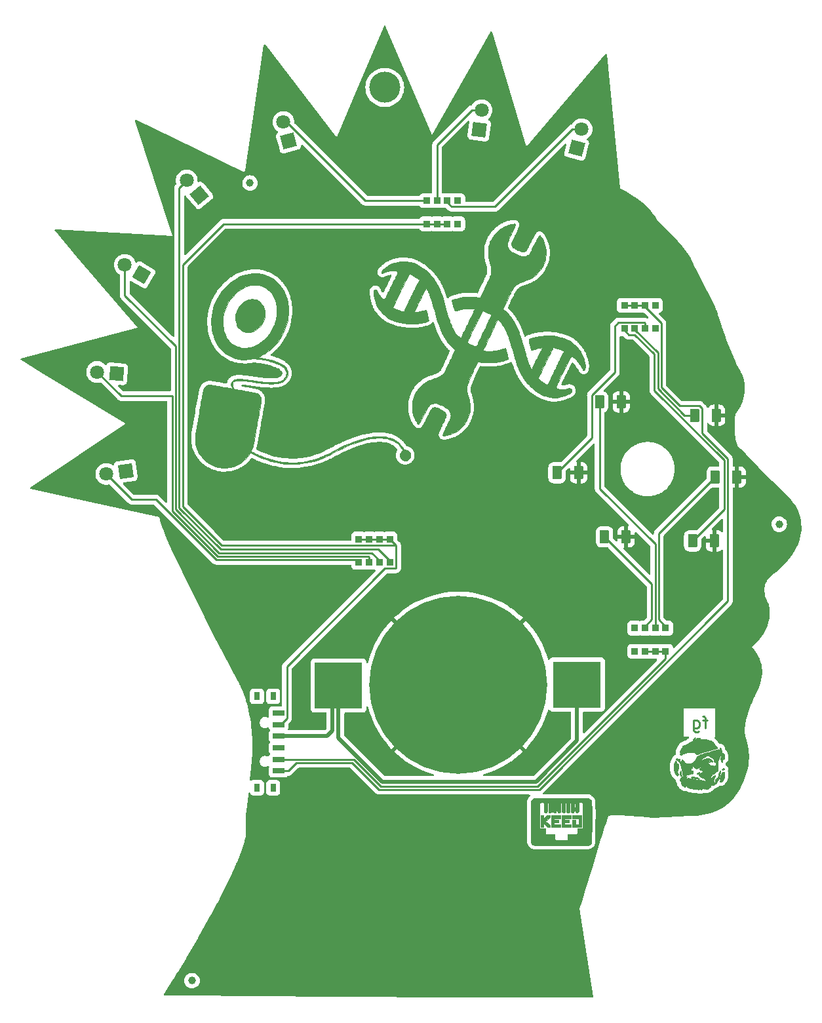
<source format=gbr>
%TF.GenerationSoftware,KiCad,Pcbnew,7.0.2*%
%TF.CreationDate,2023-06-24T07:46:36-05:00*%
%TF.ProjectId,BiohackingPivot,42696f68-6163-46b6-996e-675069766f74,rev?*%
%TF.SameCoordinates,Original*%
%TF.FileFunction,Copper,L2,Bot*%
%TF.FilePolarity,Positive*%
%FSLAX46Y46*%
G04 Gerber Fmt 4.6, Leading zero omitted, Abs format (unit mm)*
G04 Created by KiCad (PCBNEW 7.0.2) date 2023-06-24 07:46:36*
%MOMM*%
%LPD*%
G01*
G04 APERTURE LIST*
G04 Aperture macros list*
%AMRoundRect*
0 Rectangle with rounded corners*
0 $1 Rounding radius*
0 $2 $3 $4 $5 $6 $7 $8 $9 X,Y pos of 4 corners*
0 Add a 4 corners polygon primitive as box body*
4,1,4,$2,$3,$4,$5,$6,$7,$8,$9,$2,$3,0*
0 Add four circle primitives for the rounded corners*
1,1,$1+$1,$2,$3*
1,1,$1+$1,$4,$5*
1,1,$1+$1,$6,$7*
1,1,$1+$1,$8,$9*
0 Add four rect primitives between the rounded corners*
20,1,$1+$1,$2,$3,$4,$5,0*
20,1,$1+$1,$4,$5,$6,$7,0*
20,1,$1+$1,$6,$7,$8,$9,0*
20,1,$1+$1,$8,$9,$2,$3,0*%
%AMRotRect*
0 Rectangle, with rotation*
0 The origin of the aperture is its center*
0 $1 length*
0 $2 width*
0 $3 Rotation angle, in degrees counterclockwise*
0 Add horizontal line*
21,1,$1,$2,0,0,$3*%
G04 Aperture macros list end*
%ADD10C,0.250000*%
%TA.AperFunction,NonConductor*%
%ADD11C,0.250000*%
%TD*%
%TA.AperFunction,EtchedComponent*%
%ADD12C,0.010000*%
%TD*%
%TA.AperFunction,SMDPad,CuDef*%
%ADD13C,1.000000*%
%TD*%
%TA.AperFunction,ComponentPad*%
%ADD14C,4.000000*%
%TD*%
%TA.AperFunction,SMDPad,CuDef*%
%ADD15R,6.200000X6.000000*%
%TD*%
%TA.AperFunction,SMDPad,CuDef*%
%ADD16C,23.000000*%
%TD*%
%TA.AperFunction,SMDPad,CuDef*%
%ADD17RoundRect,0.250000X0.375000X0.625000X-0.375000X0.625000X-0.375000X-0.625000X0.375000X-0.625000X0*%
%TD*%
%TA.AperFunction,SMDPad,CuDef*%
%ADD18R,1.500000X0.700000*%
%TD*%
%TA.AperFunction,SMDPad,CuDef*%
%ADD19R,0.800000X1.000000*%
%TD*%
%TA.AperFunction,SMDPad,CuDef*%
%ADD20R,0.900000X0.900000*%
%TD*%
%TA.AperFunction,ComponentPad*%
%ADD21RotRect,1.800000X1.800000X150.000000*%
%TD*%
%TA.AperFunction,ComponentPad*%
%ADD22C,1.800000*%
%TD*%
%TA.AperFunction,ComponentPad*%
%ADD23RotRect,1.800000X1.800000X75.000000*%
%TD*%
%TA.AperFunction,ComponentPad*%
%ADD24RotRect,1.800000X1.800000X175.000000*%
%TD*%
%TA.AperFunction,ComponentPad*%
%ADD25RotRect,1.800000X1.800000X188.000000*%
%TD*%
%TA.AperFunction,ComponentPad*%
%ADD26RotRect,1.800000X1.800000X83.000000*%
%TD*%
%TA.AperFunction,ComponentPad*%
%ADD27RotRect,1.800000X1.800000X130.000000*%
%TD*%
%TA.AperFunction,ComponentPad*%
%ADD28RotRect,1.800000X1.800000X105.000000*%
%TD*%
%TA.AperFunction,ViaPad*%
%ADD29C,0.800000*%
%TD*%
%TA.AperFunction,Conductor*%
%ADD30C,0.500000*%
%TD*%
%TA.AperFunction,Conductor*%
%ADD31C,0.250000*%
%TD*%
G04 APERTURE END LIST*
D10*
%TO.C,G\u002A\u002A\u002A*%
D11*
X170314999Y-130205766D02*
X169728332Y-130205766D01*
X170094999Y-131232433D02*
X170094999Y-129912433D01*
X170094999Y-129912433D02*
X170021666Y-129765766D01*
X170021666Y-129765766D02*
X169874999Y-129692433D01*
X169874999Y-129692433D02*
X169728332Y-129692433D01*
X168554999Y-130205766D02*
X168554999Y-131452433D01*
X168554999Y-131452433D02*
X168628332Y-131599100D01*
X168628332Y-131599100D02*
X168701666Y-131672433D01*
X168701666Y-131672433D02*
X168848332Y-131745766D01*
X168848332Y-131745766D02*
X169068332Y-131745766D01*
X169068332Y-131745766D02*
X169214999Y-131672433D01*
X168554999Y-131159100D02*
X168701666Y-131232433D01*
X168701666Y-131232433D02*
X168994999Y-131232433D01*
X168994999Y-131232433D02*
X169141666Y-131159100D01*
X169141666Y-131159100D02*
X169214999Y-131085766D01*
X169214999Y-131085766D02*
X169288332Y-130939100D01*
X169288332Y-130939100D02*
X169288332Y-130499100D01*
X169288332Y-130499100D02*
X169214999Y-130352433D01*
X169214999Y-130352433D02*
X169141666Y-130279100D01*
X169141666Y-130279100D02*
X168994999Y-130205766D01*
X168994999Y-130205766D02*
X168701666Y-130205766D01*
X168701666Y-130205766D02*
X168554999Y-130279100D01*
D12*
X170412578Y-135618793D02*
X170427793Y-135639299D01*
X170424966Y-135670740D01*
X170415472Y-135682002D01*
X170388682Y-135686615D01*
X170367031Y-135676962D01*
X170360050Y-135650800D01*
X170365983Y-135625947D01*
X170388682Y-135614984D01*
X170412578Y-135618793D01*
%TA.AperFunction,EtchedComponent*%
G36*
X170412578Y-135618793D02*
G01*
X170427793Y-135639299D01*
X170424966Y-135670740D01*
X170415472Y-135682002D01*
X170388682Y-135686615D01*
X170367031Y-135676962D01*
X170360050Y-135650800D01*
X170365983Y-135625947D01*
X170388682Y-135614984D01*
X170412578Y-135618793D01*
G37*
%TD.AperFunction*%
X172449385Y-136406265D02*
X172486259Y-136428860D01*
X172514276Y-136461192D01*
X172525400Y-136495952D01*
X172517121Y-136520992D01*
X172489119Y-136554363D01*
X172445856Y-136588029D01*
X172392050Y-136617684D01*
X172344824Y-136635439D01*
X172299514Y-136639861D01*
X172265220Y-136624410D01*
X172238531Y-136588435D01*
X172235793Y-136583066D01*
X172226624Y-136558721D01*
X172229791Y-136537437D01*
X172246456Y-136507312D01*
X172277019Y-136470947D01*
X172323307Y-136435326D01*
X172373997Y-136409841D01*
X172420009Y-136400100D01*
X172449385Y-136406265D01*
%TA.AperFunction,EtchedComponent*%
G36*
X172449385Y-136406265D02*
G01*
X172486259Y-136428860D01*
X172514276Y-136461192D01*
X172525400Y-136495952D01*
X172517121Y-136520992D01*
X172489119Y-136554363D01*
X172445856Y-136588029D01*
X172392050Y-136617684D01*
X172344824Y-136635439D01*
X172299514Y-136639861D01*
X172265220Y-136624410D01*
X172238531Y-136588435D01*
X172235793Y-136583066D01*
X172226624Y-136558721D01*
X172229791Y-136537437D01*
X172246456Y-136507312D01*
X172277019Y-136470947D01*
X172323307Y-136435326D01*
X172373997Y-136409841D01*
X172420009Y-136400100D01*
X172449385Y-136406265D01*
G37*
%TD.AperFunction*%
X168764531Y-132443917D02*
X168792985Y-132462356D01*
X168804300Y-132487490D01*
X168800841Y-132497792D01*
X168781698Y-132524647D01*
X168749933Y-132559682D01*
X168710277Y-132598373D01*
X168667459Y-132636198D01*
X168626212Y-132668634D01*
X168591265Y-132691158D01*
X168574898Y-132699363D01*
X168536171Y-132712024D01*
X168512425Y-132706079D01*
X168501696Y-132681312D01*
X168501507Y-132674510D01*
X168512472Y-132641107D01*
X168538439Y-132599389D01*
X168574784Y-132554258D01*
X168616881Y-132510620D01*
X168660105Y-132473378D01*
X168699832Y-132447436D01*
X168731437Y-132437700D01*
X168764531Y-132443917D01*
%TA.AperFunction,EtchedComponent*%
G36*
X168764531Y-132443917D02*
G01*
X168792985Y-132462356D01*
X168804300Y-132487490D01*
X168800841Y-132497792D01*
X168781698Y-132524647D01*
X168749933Y-132559682D01*
X168710277Y-132598373D01*
X168667459Y-132636198D01*
X168626212Y-132668634D01*
X168591265Y-132691158D01*
X168574898Y-132699363D01*
X168536171Y-132712024D01*
X168512425Y-132706079D01*
X168501696Y-132681312D01*
X168501507Y-132674510D01*
X168512472Y-132641107D01*
X168538439Y-132599389D01*
X168574784Y-132554258D01*
X168616881Y-132510620D01*
X168660105Y-132473378D01*
X168699832Y-132447436D01*
X168731437Y-132437700D01*
X168764531Y-132443917D01*
G37*
%TD.AperFunction*%
X166899599Y-136740214D02*
X166901675Y-136742952D01*
X166915557Y-136771658D01*
X166928176Y-136817984D01*
X166939884Y-136883875D01*
X166951039Y-136971276D01*
X166961994Y-137082131D01*
X166966976Y-137129293D01*
X166975496Y-137189330D01*
X166984975Y-137239079D01*
X166994132Y-137271007D01*
X167007276Y-137305896D01*
X167011454Y-137336044D01*
X167000315Y-137357614D01*
X166972325Y-137378139D01*
X166949735Y-137391037D01*
X166918497Y-137401374D01*
X166892274Y-137393934D01*
X166861802Y-137367855D01*
X166847632Y-137350241D01*
X166823122Y-137295306D01*
X166807027Y-137218303D01*
X166799575Y-137120607D01*
X166800997Y-137003592D01*
X166802145Y-136981477D01*
X166810131Y-136886555D01*
X166821887Y-136812268D01*
X166837063Y-136759553D01*
X166855307Y-136729349D01*
X166876269Y-136722590D01*
X166899599Y-136740214D01*
%TA.AperFunction,EtchedComponent*%
G36*
X166899599Y-136740214D02*
G01*
X166901675Y-136742952D01*
X166915557Y-136771658D01*
X166928176Y-136817984D01*
X166939884Y-136883875D01*
X166951039Y-136971276D01*
X166961994Y-137082131D01*
X166966976Y-137129293D01*
X166975496Y-137189330D01*
X166984975Y-137239079D01*
X166994132Y-137271007D01*
X167007276Y-137305896D01*
X167011454Y-137336044D01*
X167000315Y-137357614D01*
X166972325Y-137378139D01*
X166949735Y-137391037D01*
X166918497Y-137401374D01*
X166892274Y-137393934D01*
X166861802Y-137367855D01*
X166847632Y-137350241D01*
X166823122Y-137295306D01*
X166807027Y-137218303D01*
X166799575Y-137120607D01*
X166800997Y-137003592D01*
X166802145Y-136981477D01*
X166810131Y-136886555D01*
X166821887Y-136812268D01*
X166837063Y-136759553D01*
X166855307Y-136729349D01*
X166876269Y-136722590D01*
X166899599Y-136740214D01*
G37*
%TD.AperFunction*%
X168550354Y-137515006D02*
X168643347Y-137521789D01*
X168735383Y-137531925D01*
X168821814Y-137545209D01*
X168897994Y-137561436D01*
X168958054Y-137578708D01*
X169031068Y-137604591D01*
X169101034Y-137634107D01*
X169164433Y-137665351D01*
X169217743Y-137696413D01*
X169257446Y-137725388D01*
X169280019Y-137750368D01*
X169281944Y-137769446D01*
X169271976Y-137777470D01*
X169251544Y-137782212D01*
X169217842Y-137783366D01*
X169167908Y-137780881D01*
X169098781Y-137774707D01*
X169007500Y-137764794D01*
X168898541Y-137751286D01*
X168766237Y-137731831D01*
X168644354Y-137710504D01*
X168534540Y-137687807D01*
X168438445Y-137664239D01*
X168357718Y-137640301D01*
X168294008Y-137616495D01*
X168248965Y-137593319D01*
X168224237Y-137571275D01*
X168221474Y-137550864D01*
X168242325Y-137532585D01*
X168261756Y-137525492D01*
X168312105Y-137516819D01*
X168380086Y-137512317D01*
X168461051Y-137511781D01*
X168550354Y-137515006D01*
%TA.AperFunction,EtchedComponent*%
G36*
X168550354Y-137515006D02*
G01*
X168643347Y-137521789D01*
X168735383Y-137531925D01*
X168821814Y-137545209D01*
X168897994Y-137561436D01*
X168958054Y-137578708D01*
X169031068Y-137604591D01*
X169101034Y-137634107D01*
X169164433Y-137665351D01*
X169217743Y-137696413D01*
X169257446Y-137725388D01*
X169280019Y-137750368D01*
X169281944Y-137769446D01*
X169271976Y-137777470D01*
X169251544Y-137782212D01*
X169217842Y-137783366D01*
X169167908Y-137780881D01*
X169098781Y-137774707D01*
X169007500Y-137764794D01*
X168898541Y-137751286D01*
X168766237Y-137731831D01*
X168644354Y-137710504D01*
X168534540Y-137687807D01*
X168438445Y-137664239D01*
X168357718Y-137640301D01*
X168294008Y-137616495D01*
X168248965Y-137593319D01*
X168224237Y-137571275D01*
X168221474Y-137550864D01*
X168242325Y-137532585D01*
X168261756Y-137525492D01*
X168312105Y-137516819D01*
X168380086Y-137512317D01*
X168461051Y-137511781D01*
X168550354Y-137515006D01*
G37*
%TD.AperFunction*%
X166431612Y-135147543D02*
X166485610Y-135163494D01*
X166505731Y-135169166D01*
X166572606Y-135177518D01*
X166646348Y-135175046D01*
X166715150Y-135161835D01*
X166736354Y-135161187D01*
X166765950Y-135172930D01*
X166776450Y-135182509D01*
X166785583Y-135200888D01*
X166789558Y-135231128D01*
X166789878Y-135279954D01*
X166785915Y-135332791D01*
X166774241Y-135401941D01*
X166757014Y-135470359D01*
X166736356Y-135529825D01*
X166714390Y-135572123D01*
X166707660Y-135580797D01*
X166686480Y-135595623D01*
X166663894Y-135590090D01*
X166637640Y-135562969D01*
X166605456Y-135513033D01*
X166578281Y-135468056D01*
X166544880Y-135421115D01*
X166512623Y-135389285D01*
X166476299Y-135367754D01*
X166430695Y-135351710D01*
X166415706Y-135347283D01*
X166355075Y-135324838D01*
X166318095Y-135300337D01*
X166303322Y-135271351D01*
X166309308Y-135235448D01*
X166334608Y-135190198D01*
X166341812Y-135180020D01*
X166366078Y-135154680D01*
X166393889Y-135144230D01*
X166431612Y-135147543D01*
%TA.AperFunction,EtchedComponent*%
G36*
X166431612Y-135147543D02*
G01*
X166485610Y-135163494D01*
X166505731Y-135169166D01*
X166572606Y-135177518D01*
X166646348Y-135175046D01*
X166715150Y-135161835D01*
X166736354Y-135161187D01*
X166765950Y-135172930D01*
X166776450Y-135182509D01*
X166785583Y-135200888D01*
X166789558Y-135231128D01*
X166789878Y-135279954D01*
X166785915Y-135332791D01*
X166774241Y-135401941D01*
X166757014Y-135470359D01*
X166736356Y-135529825D01*
X166714390Y-135572123D01*
X166707660Y-135580797D01*
X166686480Y-135595623D01*
X166663894Y-135590090D01*
X166637640Y-135562969D01*
X166605456Y-135513033D01*
X166578281Y-135468056D01*
X166544880Y-135421115D01*
X166512623Y-135389285D01*
X166476299Y-135367754D01*
X166430695Y-135351710D01*
X166415706Y-135347283D01*
X166355075Y-135324838D01*
X166318095Y-135300337D01*
X166303322Y-135271351D01*
X166309308Y-135235448D01*
X166334608Y-135190198D01*
X166341812Y-135180020D01*
X166366078Y-135154680D01*
X166393889Y-135144230D01*
X166431612Y-135147543D01*
G37*
%TD.AperFunction*%
X172337257Y-136908105D02*
X172341915Y-136914510D01*
X172360844Y-136957278D01*
X172375995Y-137019086D01*
X172386800Y-137094885D01*
X172392694Y-137179625D01*
X172393110Y-137268255D01*
X172387481Y-137355726D01*
X172383365Y-137391554D01*
X172372518Y-137455760D01*
X172356976Y-137509158D01*
X172334155Y-137561739D01*
X172319046Y-137589363D01*
X172275476Y-137651663D01*
X172222905Y-137710550D01*
X172167650Y-137759370D01*
X172116027Y-137791473D01*
X172106914Y-137795143D01*
X172061563Y-137804648D01*
X172013494Y-137804267D01*
X171971694Y-137794766D01*
X171945148Y-137776911D01*
X171939447Y-137767782D01*
X171927879Y-137722898D01*
X171931917Y-137660645D01*
X171951677Y-137580224D01*
X171987273Y-137480834D01*
X172000547Y-137447967D01*
X172051238Y-137329603D01*
X172100616Y-137225224D01*
X172146945Y-137138351D01*
X172188491Y-137072506D01*
X172203107Y-137050542D01*
X172228411Y-137005944D01*
X172245169Y-136967770D01*
X172247133Y-136962245D01*
X172265875Y-136926407D01*
X172288247Y-136901398D01*
X172302636Y-136892120D01*
X172319335Y-136890437D01*
X172337257Y-136908105D01*
%TA.AperFunction,EtchedComponent*%
G36*
X172337257Y-136908105D02*
G01*
X172341915Y-136914510D01*
X172360844Y-136957278D01*
X172375995Y-137019086D01*
X172386800Y-137094885D01*
X172392694Y-137179625D01*
X172393110Y-137268255D01*
X172387481Y-137355726D01*
X172383365Y-137391554D01*
X172372518Y-137455760D01*
X172356976Y-137509158D01*
X172334155Y-137561739D01*
X172319046Y-137589363D01*
X172275476Y-137651663D01*
X172222905Y-137710550D01*
X172167650Y-137759370D01*
X172116027Y-137791473D01*
X172106914Y-137795143D01*
X172061563Y-137804648D01*
X172013494Y-137804267D01*
X171971694Y-137794766D01*
X171945148Y-137776911D01*
X171939447Y-137767782D01*
X171927879Y-137722898D01*
X171931917Y-137660645D01*
X171951677Y-137580224D01*
X171987273Y-137480834D01*
X172000547Y-137447967D01*
X172051238Y-137329603D01*
X172100616Y-137225224D01*
X172146945Y-137138351D01*
X172188491Y-137072506D01*
X172203107Y-137050542D01*
X172228411Y-137005944D01*
X172245169Y-136967770D01*
X172247133Y-136962245D01*
X172265875Y-136926407D01*
X172288247Y-136901398D01*
X172302636Y-136892120D01*
X172319335Y-136890437D01*
X172337257Y-136908105D01*
G37*
%TD.AperFunction*%
X172519903Y-136928703D02*
X172545074Y-136951719D01*
X172560056Y-136989368D01*
X172569154Y-137049681D01*
X172571339Y-137126337D01*
X172567135Y-137215288D01*
X172557071Y-137312483D01*
X172541673Y-137413872D01*
X172521469Y-137515405D01*
X172496984Y-137613031D01*
X172468746Y-137702700D01*
X172437282Y-137780363D01*
X172420657Y-137814003D01*
X172376334Y-137891613D01*
X172325451Y-137967897D01*
X172271461Y-138038514D01*
X172217814Y-138099119D01*
X172167960Y-138145372D01*
X172125350Y-138172928D01*
X172124799Y-138173172D01*
X172093334Y-138185076D01*
X172070745Y-138190302D01*
X172059692Y-138189484D01*
X172020248Y-138173956D01*
X171978519Y-138143588D01*
X171940852Y-138104610D01*
X171913596Y-138063255D01*
X171903100Y-138025752D01*
X171904007Y-138012610D01*
X171915323Y-137982775D01*
X171942068Y-137955445D01*
X171987370Y-137927970D01*
X172054355Y-137897705D01*
X172113460Y-137872355D01*
X172212585Y-137823574D01*
X172289713Y-137775249D01*
X172346989Y-137725688D01*
X172386553Y-137673196D01*
X172410550Y-137616078D01*
X172412987Y-137604391D01*
X172417983Y-137564861D01*
X172423110Y-137506625D01*
X172428048Y-137434085D01*
X172432479Y-137351642D01*
X172436083Y-137263700D01*
X172437965Y-137212763D01*
X172441505Y-137131206D01*
X172445263Y-137059592D01*
X172449006Y-137001783D01*
X172452499Y-136961640D01*
X172455509Y-136943025D01*
X172464806Y-136930056D01*
X172490211Y-136921197D01*
X172519903Y-136928703D01*
%TA.AperFunction,EtchedComponent*%
G36*
X172519903Y-136928703D02*
G01*
X172545074Y-136951719D01*
X172560056Y-136989368D01*
X172569154Y-137049681D01*
X172571339Y-137126337D01*
X172567135Y-137215288D01*
X172557071Y-137312483D01*
X172541673Y-137413872D01*
X172521469Y-137515405D01*
X172496984Y-137613031D01*
X172468746Y-137702700D01*
X172437282Y-137780363D01*
X172420657Y-137814003D01*
X172376334Y-137891613D01*
X172325451Y-137967897D01*
X172271461Y-138038514D01*
X172217814Y-138099119D01*
X172167960Y-138145372D01*
X172125350Y-138172928D01*
X172124799Y-138173172D01*
X172093334Y-138185076D01*
X172070745Y-138190302D01*
X172059692Y-138189484D01*
X172020248Y-138173956D01*
X171978519Y-138143588D01*
X171940852Y-138104610D01*
X171913596Y-138063255D01*
X171903100Y-138025752D01*
X171904007Y-138012610D01*
X171915323Y-137982775D01*
X171942068Y-137955445D01*
X171987370Y-137927970D01*
X172054355Y-137897705D01*
X172113460Y-137872355D01*
X172212585Y-137823574D01*
X172289713Y-137775249D01*
X172346989Y-137725688D01*
X172386553Y-137673196D01*
X172410550Y-137616078D01*
X172412987Y-137604391D01*
X172417983Y-137564861D01*
X172423110Y-137506625D01*
X172428048Y-137434085D01*
X172432479Y-137351642D01*
X172436083Y-137263700D01*
X172437965Y-137212763D01*
X172441505Y-137131206D01*
X172445263Y-137059592D01*
X172449006Y-137001783D01*
X172452499Y-136961640D01*
X172455509Y-136943025D01*
X172464806Y-136930056D01*
X172490211Y-136921197D01*
X172519903Y-136928703D01*
G37*
%TD.AperFunction*%
X171993022Y-136727144D02*
X172004821Y-136749665D01*
X172011573Y-136773748D01*
X172016738Y-136838310D01*
X172010435Y-136921141D01*
X171992793Y-137019359D01*
X171990369Y-137030722D01*
X171979327Y-137095176D01*
X171971877Y-137160062D01*
X171969521Y-137212900D01*
X171969611Y-137232489D01*
X171967147Y-137271874D01*
X171959168Y-137308795D01*
X171943490Y-137351524D01*
X171917930Y-137408332D01*
X171907503Y-137431427D01*
X171878473Y-137502589D01*
X171850158Y-137580214D01*
X171827443Y-137651197D01*
X171781857Y-137791196D01*
X171713083Y-137958690D01*
X171633350Y-138113606D01*
X171544838Y-138251798D01*
X171449728Y-138369122D01*
X171440151Y-138379304D01*
X171406382Y-138412664D01*
X171378970Y-138436009D01*
X171363111Y-138444800D01*
X171356145Y-138443167D01*
X171333232Y-138426511D01*
X171308570Y-138398564D01*
X171288860Y-138367677D01*
X171280800Y-138342201D01*
X171281611Y-138334852D01*
X171288829Y-138304063D01*
X171301914Y-138259397D01*
X171318900Y-138207793D01*
X171329140Y-138177955D01*
X171345650Y-138125783D01*
X171353765Y-138088241D01*
X171353871Y-138059018D01*
X171346354Y-138031808D01*
X171331600Y-138000300D01*
X171326748Y-137990485D01*
X171309282Y-137940204D01*
X171310856Y-137896615D01*
X171331461Y-137851075D01*
X171341610Y-137835998D01*
X171369200Y-137811454D01*
X171398183Y-137810727D01*
X171429955Y-137834138D01*
X171465911Y-137882007D01*
X171490421Y-137918959D01*
X171506367Y-137937918D01*
X171516745Y-137940867D01*
X171525201Y-137930807D01*
X171525837Y-137929561D01*
X171531418Y-137902188D01*
X171533195Y-137855265D01*
X171530951Y-137793953D01*
X171529837Y-137773306D01*
X171528950Y-137719824D01*
X171530949Y-137675739D01*
X171535581Y-137648997D01*
X171540934Y-137636768D01*
X171552748Y-137624483D01*
X171574645Y-137620298D01*
X171614205Y-137621569D01*
X171650669Y-137623244D01*
X171672132Y-137620432D01*
X171681207Y-137609620D01*
X171684644Y-137587550D01*
X171688047Y-137564291D01*
X171705142Y-137498132D01*
X171732693Y-137422728D01*
X171767882Y-137346250D01*
X171780453Y-137321022D01*
X171794620Y-137286801D01*
X171802148Y-137253930D01*
X171804736Y-137213507D01*
X171804082Y-137156631D01*
X171803713Y-137140040D01*
X171803916Y-137086728D01*
X171807808Y-137048488D01*
X171816720Y-137017119D01*
X171831980Y-136984418D01*
X171840999Y-136966239D01*
X171861795Y-136917985D01*
X171876406Y-136875587D01*
X171881190Y-136859677D01*
X171904954Y-136803780D01*
X171934763Y-136758286D01*
X171966041Y-136730599D01*
X171977816Y-136725154D01*
X171993022Y-136727144D01*
%TA.AperFunction,EtchedComponent*%
G36*
X171993022Y-136727144D02*
G01*
X172004821Y-136749665D01*
X172011573Y-136773748D01*
X172016738Y-136838310D01*
X172010435Y-136921141D01*
X171992793Y-137019359D01*
X171990369Y-137030722D01*
X171979327Y-137095176D01*
X171971877Y-137160062D01*
X171969521Y-137212900D01*
X171969611Y-137232489D01*
X171967147Y-137271874D01*
X171959168Y-137308795D01*
X171943490Y-137351524D01*
X171917930Y-137408332D01*
X171907503Y-137431427D01*
X171878473Y-137502589D01*
X171850158Y-137580214D01*
X171827443Y-137651197D01*
X171781857Y-137791196D01*
X171713083Y-137958690D01*
X171633350Y-138113606D01*
X171544838Y-138251798D01*
X171449728Y-138369122D01*
X171440151Y-138379304D01*
X171406382Y-138412664D01*
X171378970Y-138436009D01*
X171363111Y-138444800D01*
X171356145Y-138443167D01*
X171333232Y-138426511D01*
X171308570Y-138398564D01*
X171288860Y-138367677D01*
X171280800Y-138342201D01*
X171281611Y-138334852D01*
X171288829Y-138304063D01*
X171301914Y-138259397D01*
X171318900Y-138207793D01*
X171329140Y-138177955D01*
X171345650Y-138125783D01*
X171353765Y-138088241D01*
X171353871Y-138059018D01*
X171346354Y-138031808D01*
X171331600Y-138000300D01*
X171326748Y-137990485D01*
X171309282Y-137940204D01*
X171310856Y-137896615D01*
X171331461Y-137851075D01*
X171341610Y-137835998D01*
X171369200Y-137811454D01*
X171398183Y-137810727D01*
X171429955Y-137834138D01*
X171465911Y-137882007D01*
X171490421Y-137918959D01*
X171506367Y-137937918D01*
X171516745Y-137940867D01*
X171525201Y-137930807D01*
X171525837Y-137929561D01*
X171531418Y-137902188D01*
X171533195Y-137855265D01*
X171530951Y-137793953D01*
X171529837Y-137773306D01*
X171528950Y-137719824D01*
X171530949Y-137675739D01*
X171535581Y-137648997D01*
X171540934Y-137636768D01*
X171552748Y-137624483D01*
X171574645Y-137620298D01*
X171614205Y-137621569D01*
X171650669Y-137623244D01*
X171672132Y-137620432D01*
X171681207Y-137609620D01*
X171684644Y-137587550D01*
X171688047Y-137564291D01*
X171705142Y-137498132D01*
X171732693Y-137422728D01*
X171767882Y-137346250D01*
X171780453Y-137321022D01*
X171794620Y-137286801D01*
X171802148Y-137253930D01*
X171804736Y-137213507D01*
X171804082Y-137156631D01*
X171803713Y-137140040D01*
X171803916Y-137086728D01*
X171807808Y-137048488D01*
X171816720Y-137017119D01*
X171831980Y-136984418D01*
X171840999Y-136966239D01*
X171861795Y-136917985D01*
X171876406Y-136875587D01*
X171881190Y-136859677D01*
X171904954Y-136803780D01*
X171934763Y-136758286D01*
X171966041Y-136730599D01*
X171977816Y-136725154D01*
X171993022Y-136727144D01*
G37*
%TD.AperFunction*%
X166230889Y-135424469D02*
X166257541Y-135443020D01*
X166286477Y-135474576D01*
X166311895Y-135512247D01*
X166327994Y-135549144D01*
X166331974Y-135565567D01*
X166339579Y-135643030D01*
X166333258Y-135726248D01*
X166313686Y-135803200D01*
X166262795Y-135960084D01*
X166221471Y-136151299D01*
X166204289Y-136338084D01*
X166211419Y-136519262D01*
X166217518Y-136568805D01*
X166229422Y-136634183D01*
X166244208Y-136678559D01*
X166262930Y-136704685D01*
X166286644Y-136715308D01*
X166298553Y-136715511D01*
X166311664Y-136706172D01*
X166314465Y-136682004D01*
X166307014Y-136640186D01*
X166289366Y-136577900D01*
X166286545Y-136568611D01*
X166259414Y-136441625D01*
X166255973Y-136320713D01*
X166276131Y-136203239D01*
X166292900Y-136148489D01*
X166320961Y-136073112D01*
X166353525Y-135998829D01*
X166388487Y-135929467D01*
X166423739Y-135868855D01*
X166457177Y-135820821D01*
X166486694Y-135789193D01*
X166510184Y-135777800D01*
X166525489Y-135788162D01*
X166547075Y-135816333D01*
X166571171Y-135856443D01*
X166594255Y-135902615D01*
X166612802Y-135948971D01*
X166615042Y-135955944D01*
X166628377Y-136023968D01*
X166633539Y-136107289D01*
X166631006Y-136198287D01*
X166621255Y-136289341D01*
X166604761Y-136372831D01*
X166582002Y-136441135D01*
X166577493Y-136452208D01*
X166562701Y-136496406D01*
X166546831Y-136552706D01*
X166532623Y-136611648D01*
X166528300Y-136630429D01*
X166511533Y-136692046D01*
X166492548Y-136749420D01*
X166474678Y-136792167D01*
X166463025Y-136815941D01*
X166447226Y-136856062D01*
X166442270Y-136890857D01*
X166449575Y-136924987D01*
X166470561Y-136963114D01*
X166506647Y-137009900D01*
X166559251Y-137070008D01*
X166565105Y-137076595D01*
X166590748Y-137109329D01*
X166601166Y-137134250D01*
X166599802Y-137158908D01*
X166588593Y-137188568D01*
X166564108Y-137233229D01*
X166532534Y-137281064D01*
X166499378Y-137323820D01*
X166470148Y-137353243D01*
X166441876Y-137370472D01*
X166416216Y-137378000D01*
X166401062Y-137374965D01*
X166365517Y-137353029D01*
X166323937Y-137312746D01*
X166278758Y-137257494D01*
X166232415Y-137190651D01*
X166187345Y-137115594D01*
X166145981Y-137035703D01*
X166110761Y-136954354D01*
X166063572Y-136817377D01*
X166014460Y-136619150D01*
X165986252Y-136418985D01*
X165979215Y-136220553D01*
X165993617Y-136027521D01*
X166029726Y-135843559D01*
X166034245Y-135826768D01*
X166060175Y-135740096D01*
X166088967Y-135657309D01*
X166119055Y-135581853D01*
X166148877Y-135517170D01*
X166176868Y-135466704D01*
X166201465Y-135433900D01*
X166221102Y-135422200D01*
X166230889Y-135424469D01*
%TA.AperFunction,EtchedComponent*%
G36*
X166230889Y-135424469D02*
G01*
X166257541Y-135443020D01*
X166286477Y-135474576D01*
X166311895Y-135512247D01*
X166327994Y-135549144D01*
X166331974Y-135565567D01*
X166339579Y-135643030D01*
X166333258Y-135726248D01*
X166313686Y-135803200D01*
X166262795Y-135960084D01*
X166221471Y-136151299D01*
X166204289Y-136338084D01*
X166211419Y-136519262D01*
X166217518Y-136568805D01*
X166229422Y-136634183D01*
X166244208Y-136678559D01*
X166262930Y-136704685D01*
X166286644Y-136715308D01*
X166298553Y-136715511D01*
X166311664Y-136706172D01*
X166314465Y-136682004D01*
X166307014Y-136640186D01*
X166289366Y-136577900D01*
X166286545Y-136568611D01*
X166259414Y-136441625D01*
X166255973Y-136320713D01*
X166276131Y-136203239D01*
X166292900Y-136148489D01*
X166320961Y-136073112D01*
X166353525Y-135998829D01*
X166388487Y-135929467D01*
X166423739Y-135868855D01*
X166457177Y-135820821D01*
X166486694Y-135789193D01*
X166510184Y-135777800D01*
X166525489Y-135788162D01*
X166547075Y-135816333D01*
X166571171Y-135856443D01*
X166594255Y-135902615D01*
X166612802Y-135948971D01*
X166615042Y-135955944D01*
X166628377Y-136023968D01*
X166633539Y-136107289D01*
X166631006Y-136198287D01*
X166621255Y-136289341D01*
X166604761Y-136372831D01*
X166582002Y-136441135D01*
X166577493Y-136452208D01*
X166562701Y-136496406D01*
X166546831Y-136552706D01*
X166532623Y-136611648D01*
X166528300Y-136630429D01*
X166511533Y-136692046D01*
X166492548Y-136749420D01*
X166474678Y-136792167D01*
X166463025Y-136815941D01*
X166447226Y-136856062D01*
X166442270Y-136890857D01*
X166449575Y-136924987D01*
X166470561Y-136963114D01*
X166506647Y-137009900D01*
X166559251Y-137070008D01*
X166565105Y-137076595D01*
X166590748Y-137109329D01*
X166601166Y-137134250D01*
X166599802Y-137158908D01*
X166588593Y-137188568D01*
X166564108Y-137233229D01*
X166532534Y-137281064D01*
X166499378Y-137323820D01*
X166470148Y-137353243D01*
X166441876Y-137370472D01*
X166416216Y-137378000D01*
X166401062Y-137374965D01*
X166365517Y-137353029D01*
X166323937Y-137312746D01*
X166278758Y-137257494D01*
X166232415Y-137190651D01*
X166187345Y-137115594D01*
X166145981Y-137035703D01*
X166110761Y-136954354D01*
X166063572Y-136817377D01*
X166014460Y-136619150D01*
X165986252Y-136418985D01*
X165979215Y-136220553D01*
X165993617Y-136027521D01*
X166029726Y-135843559D01*
X166034245Y-135826768D01*
X166060175Y-135740096D01*
X166088967Y-135657309D01*
X166119055Y-135581853D01*
X166148877Y-135517170D01*
X166176868Y-135466704D01*
X166201465Y-135433900D01*
X166221102Y-135422200D01*
X166230889Y-135424469D01*
G37*
%TD.AperFunction*%
X169143599Y-132476764D02*
X169185300Y-132478736D01*
X169195136Y-132479171D01*
X169279334Y-132487306D01*
X169339805Y-132502341D01*
X169376282Y-132524179D01*
X169388500Y-132552724D01*
X169385206Y-132568263D01*
X169369450Y-132585507D01*
X169358166Y-132595237D01*
X169350400Y-132620424D01*
X169343175Y-132642514D01*
X169313510Y-132661955D01*
X169290273Y-132676339D01*
X169259148Y-132705527D01*
X169229286Y-132741092D01*
X169206849Y-132775584D01*
X169198000Y-132801555D01*
X169207222Y-132816681D01*
X169232265Y-132818623D01*
X169268657Y-132809142D01*
X169311925Y-132790199D01*
X169357599Y-132763755D01*
X169401204Y-132731770D01*
X169438270Y-132696206D01*
X169454498Y-132678631D01*
X169484766Y-132652016D01*
X169517717Y-132633562D01*
X169557030Y-132622849D01*
X169606387Y-132619456D01*
X169669468Y-132622963D01*
X169749954Y-132632949D01*
X169851526Y-132648994D01*
X169901870Y-132656251D01*
X169975189Y-132664665D01*
X170054932Y-132672102D01*
X170130926Y-132677523D01*
X170179206Y-132680467D01*
X170236850Y-132685193D01*
X170281004Y-132691521D01*
X170318864Y-132700970D01*
X170357630Y-132715061D01*
X170404500Y-132735315D01*
X170470427Y-132764710D01*
X170544713Y-132797378D01*
X170601888Y-132821607D01*
X170645431Y-132838639D01*
X170678824Y-132849716D01*
X170705548Y-132856080D01*
X170729083Y-132858973D01*
X170752909Y-132859637D01*
X170784950Y-132860202D01*
X170811593Y-132863534D01*
X170837749Y-132871909D01*
X170868815Y-132887602D01*
X170910186Y-132912889D01*
X170967258Y-132950046D01*
X171006419Y-132977060D01*
X171055267Y-133017059D01*
X171099497Y-133063484D01*
X171147379Y-133124335D01*
X171153624Y-133132674D01*
X171195705Y-133186427D01*
X171247902Y-133250163D01*
X171304174Y-133316606D01*
X171358480Y-133378485D01*
X171381866Y-133404715D01*
X171465040Y-133501338D01*
X171533514Y-133586593D01*
X171586483Y-133659320D01*
X171623143Y-133718361D01*
X171642689Y-133762554D01*
X171644319Y-133790741D01*
X171632851Y-133800101D01*
X171597801Y-133816254D01*
X171540953Y-133837458D01*
X171463876Y-133863226D01*
X171368138Y-133893071D01*
X171255308Y-133926507D01*
X171126954Y-133963046D01*
X170984646Y-134002201D01*
X170829950Y-134043487D01*
X170740160Y-134067137D01*
X170549550Y-134117598D01*
X170380529Y-134162800D01*
X170230972Y-134203392D01*
X170098752Y-134240021D01*
X169981745Y-134273337D01*
X169877826Y-134303986D01*
X169784867Y-134332616D01*
X169700745Y-134359877D01*
X169623334Y-134386416D01*
X169550508Y-134412881D01*
X169480142Y-134439920D01*
X169410110Y-134468181D01*
X169338288Y-134498313D01*
X169264043Y-134529326D01*
X169192320Y-134557291D01*
X169135771Y-134576407D01*
X169090279Y-134588043D01*
X169051727Y-134593569D01*
X169040612Y-134594383D01*
X168995744Y-134594783D01*
X168957715Y-134587630D01*
X168920394Y-134570254D01*
X168877650Y-134539986D01*
X168823350Y-134494158D01*
X168762712Y-134445512D01*
X168703009Y-134408988D01*
X168638006Y-134382228D01*
X168561017Y-134362488D01*
X168465359Y-134347018D01*
X168369794Y-134337062D01*
X168213960Y-134330945D01*
X168052452Y-134335559D01*
X167889093Y-134350181D01*
X167727707Y-134374091D01*
X167572116Y-134406566D01*
X167426145Y-134446885D01*
X167293615Y-134494327D01*
X167178350Y-134548170D01*
X167084174Y-134607693D01*
X167053723Y-134629905D01*
X167012994Y-134657661D01*
X166981850Y-134676709D01*
X166940315Y-134693799D01*
X166898103Y-134694003D01*
X166852016Y-134673246D01*
X166830087Y-134657671D01*
X166808269Y-134629923D01*
X166802148Y-134594640D01*
X166811339Y-134547390D01*
X166835452Y-134483742D01*
X166840373Y-134472072D01*
X166859236Y-134423351D01*
X166872856Y-134381808D01*
X166878564Y-134355400D01*
X166878738Y-134351224D01*
X166875731Y-134332829D01*
X166860823Y-134323914D01*
X166827265Y-134319793D01*
X166815850Y-134318598D01*
X166780944Y-134310384D01*
X166759792Y-134298480D01*
X166755949Y-134293452D01*
X166752290Y-134283599D01*
X166754790Y-134269541D01*
X166765233Y-134246920D01*
X166785406Y-134211375D01*
X166817092Y-134158550D01*
X166826043Y-134142089D01*
X166846891Y-134092318D01*
X166861576Y-134041923D01*
X166865648Y-134025476D01*
X166886167Y-133972536D01*
X166920723Y-133910537D01*
X166970918Y-133836822D01*
X167038355Y-133748733D01*
X167066047Y-133712691D01*
X167086893Y-133680168D01*
X167095473Y-133655663D01*
X167094618Y-133633364D01*
X167092927Y-133621581D01*
X167096271Y-133600416D01*
X167112148Y-133577966D01*
X167144541Y-133547374D01*
X167156182Y-133537899D01*
X167200849Y-133507858D01*
X167256569Y-133476371D01*
X167313982Y-133448880D01*
X167338264Y-133438227D01*
X167420899Y-133399712D01*
X167520703Y-133350526D01*
X167634259Y-133292434D01*
X167758148Y-133227204D01*
X167888951Y-133156601D01*
X168023250Y-133082393D01*
X168030533Y-133078324D01*
X168112177Y-133033050D01*
X168207891Y-132980449D01*
X168310085Y-132924669D01*
X168411166Y-132869853D01*
X168503543Y-132820146D01*
X168535992Y-132802664D01*
X168617726Y-132757727D01*
X168696155Y-132713428D01*
X168766475Y-132672545D01*
X168823882Y-132637852D01*
X168863571Y-132612126D01*
X168894920Y-132590281D01*
X168955162Y-132548256D01*
X169000178Y-132517730D01*
X169034159Y-132496966D01*
X169061300Y-132484226D01*
X169085791Y-132477771D01*
X169111827Y-132475863D01*
X169143599Y-132476764D01*
%TA.AperFunction,EtchedComponent*%
G36*
X169143599Y-132476764D02*
G01*
X169185300Y-132478736D01*
X169195136Y-132479171D01*
X169279334Y-132487306D01*
X169339805Y-132502341D01*
X169376282Y-132524179D01*
X169388500Y-132552724D01*
X169385206Y-132568263D01*
X169369450Y-132585507D01*
X169358166Y-132595237D01*
X169350400Y-132620424D01*
X169343175Y-132642514D01*
X169313510Y-132661955D01*
X169290273Y-132676339D01*
X169259148Y-132705527D01*
X169229286Y-132741092D01*
X169206849Y-132775584D01*
X169198000Y-132801555D01*
X169207222Y-132816681D01*
X169232265Y-132818623D01*
X169268657Y-132809142D01*
X169311925Y-132790199D01*
X169357599Y-132763755D01*
X169401204Y-132731770D01*
X169438270Y-132696206D01*
X169454498Y-132678631D01*
X169484766Y-132652016D01*
X169517717Y-132633562D01*
X169557030Y-132622849D01*
X169606387Y-132619456D01*
X169669468Y-132622963D01*
X169749954Y-132632949D01*
X169851526Y-132648994D01*
X169901870Y-132656251D01*
X169975189Y-132664665D01*
X170054932Y-132672102D01*
X170130926Y-132677523D01*
X170179206Y-132680467D01*
X170236850Y-132685193D01*
X170281004Y-132691521D01*
X170318864Y-132700970D01*
X170357630Y-132715061D01*
X170404500Y-132735315D01*
X170470427Y-132764710D01*
X170544713Y-132797378D01*
X170601888Y-132821607D01*
X170645431Y-132838639D01*
X170678824Y-132849716D01*
X170705548Y-132856080D01*
X170729083Y-132858973D01*
X170752909Y-132859637D01*
X170784950Y-132860202D01*
X170811593Y-132863534D01*
X170837749Y-132871909D01*
X170868815Y-132887602D01*
X170910186Y-132912889D01*
X170967258Y-132950046D01*
X171006419Y-132977060D01*
X171055267Y-133017059D01*
X171099497Y-133063484D01*
X171147379Y-133124335D01*
X171153624Y-133132674D01*
X171195705Y-133186427D01*
X171247902Y-133250163D01*
X171304174Y-133316606D01*
X171358480Y-133378485D01*
X171381866Y-133404715D01*
X171465040Y-133501338D01*
X171533514Y-133586593D01*
X171586483Y-133659320D01*
X171623143Y-133718361D01*
X171642689Y-133762554D01*
X171644319Y-133790741D01*
X171632851Y-133800101D01*
X171597801Y-133816254D01*
X171540953Y-133837458D01*
X171463876Y-133863226D01*
X171368138Y-133893071D01*
X171255308Y-133926507D01*
X171126954Y-133963046D01*
X170984646Y-134002201D01*
X170829950Y-134043487D01*
X170740160Y-134067137D01*
X170549550Y-134117598D01*
X170380529Y-134162800D01*
X170230972Y-134203392D01*
X170098752Y-134240021D01*
X169981745Y-134273337D01*
X169877826Y-134303986D01*
X169784867Y-134332616D01*
X169700745Y-134359877D01*
X169623334Y-134386416D01*
X169550508Y-134412881D01*
X169480142Y-134439920D01*
X169410110Y-134468181D01*
X169338288Y-134498313D01*
X169264043Y-134529326D01*
X169192320Y-134557291D01*
X169135771Y-134576407D01*
X169090279Y-134588043D01*
X169051727Y-134593569D01*
X169040612Y-134594383D01*
X168995744Y-134594783D01*
X168957715Y-134587630D01*
X168920394Y-134570254D01*
X168877650Y-134539986D01*
X168823350Y-134494158D01*
X168762712Y-134445512D01*
X168703009Y-134408988D01*
X168638006Y-134382228D01*
X168561017Y-134362488D01*
X168465359Y-134347018D01*
X168369794Y-134337062D01*
X168213960Y-134330945D01*
X168052452Y-134335559D01*
X167889093Y-134350181D01*
X167727707Y-134374091D01*
X167572116Y-134406566D01*
X167426145Y-134446885D01*
X167293615Y-134494327D01*
X167178350Y-134548170D01*
X167084174Y-134607693D01*
X167053723Y-134629905D01*
X167012994Y-134657661D01*
X166981850Y-134676709D01*
X166940315Y-134693799D01*
X166898103Y-134694003D01*
X166852016Y-134673246D01*
X166830087Y-134657671D01*
X166808269Y-134629923D01*
X166802148Y-134594640D01*
X166811339Y-134547390D01*
X166835452Y-134483742D01*
X166840373Y-134472072D01*
X166859236Y-134423351D01*
X166872856Y-134381808D01*
X166878564Y-134355400D01*
X166878738Y-134351224D01*
X166875731Y-134332829D01*
X166860823Y-134323914D01*
X166827265Y-134319793D01*
X166815850Y-134318598D01*
X166780944Y-134310384D01*
X166759792Y-134298480D01*
X166755949Y-134293452D01*
X166752290Y-134283599D01*
X166754790Y-134269541D01*
X166765233Y-134246920D01*
X166785406Y-134211375D01*
X166817092Y-134158550D01*
X166826043Y-134142089D01*
X166846891Y-134092318D01*
X166861576Y-134041923D01*
X166865648Y-134025476D01*
X166886167Y-133972536D01*
X166920723Y-133910537D01*
X166970918Y-133836822D01*
X167038355Y-133748733D01*
X167066047Y-133712691D01*
X167086893Y-133680168D01*
X167095473Y-133655663D01*
X167094618Y-133633364D01*
X167092927Y-133621581D01*
X167096271Y-133600416D01*
X167112148Y-133577966D01*
X167144541Y-133547374D01*
X167156182Y-133537899D01*
X167200849Y-133507858D01*
X167256569Y-133476371D01*
X167313982Y-133448880D01*
X167338264Y-133438227D01*
X167420899Y-133399712D01*
X167520703Y-133350526D01*
X167634259Y-133292434D01*
X167758148Y-133227204D01*
X167888951Y-133156601D01*
X168023250Y-133082393D01*
X168030533Y-133078324D01*
X168112177Y-133033050D01*
X168207891Y-132980449D01*
X168310085Y-132924669D01*
X168411166Y-132869853D01*
X168503543Y-132820146D01*
X168535992Y-132802664D01*
X168617726Y-132757727D01*
X168696155Y-132713428D01*
X168766475Y-132672545D01*
X168823882Y-132637852D01*
X168863571Y-132612126D01*
X168894920Y-132590281D01*
X168955162Y-132548256D01*
X169000178Y-132517730D01*
X169034159Y-132496966D01*
X169061300Y-132484226D01*
X169085791Y-132477771D01*
X169111827Y-132475863D01*
X169143599Y-132476764D01*
G37*
%TD.AperFunction*%
X171706731Y-135787542D02*
X171700024Y-135821225D01*
X171688827Y-135856854D01*
X171679204Y-135886188D01*
X171671567Y-135922665D01*
X171673078Y-135956683D01*
X171684504Y-135996618D01*
X171706613Y-136050850D01*
X171707400Y-136052691D01*
X171715214Y-136074602D01*
X171720525Y-136099993D01*
X171723572Y-136133241D01*
X171724594Y-136178723D01*
X171723829Y-136240817D01*
X171721518Y-136323900D01*
X171719313Y-136385580D01*
X171714078Y-136485884D01*
X171707081Y-136565341D01*
X171697811Y-136626931D01*
X171685760Y-136673631D01*
X171670417Y-136708420D01*
X171651273Y-136734277D01*
X171649753Y-136735833D01*
X171624408Y-136757566D01*
X171583517Y-136788642D01*
X171532397Y-136825141D01*
X171476364Y-136863148D01*
X171451968Y-136879577D01*
X171379494Y-136932390D01*
X171318410Y-136983020D01*
X171274378Y-137026876D01*
X171267486Y-137034731D01*
X171213829Y-137085805D01*
X171162466Y-137114821D01*
X171109633Y-137124000D01*
X171090096Y-137127490D01*
X171048449Y-137147268D01*
X171000334Y-137181012D01*
X170951189Y-137224700D01*
X170906449Y-137274310D01*
X170892308Y-137292902D01*
X170856079Y-137346601D01*
X170820017Y-137407261D01*
X170786985Y-137469317D01*
X170759847Y-137527203D01*
X170741464Y-137575353D01*
X170734700Y-137608202D01*
X170734827Y-137614452D01*
X170741819Y-137654567D01*
X170756970Y-137684039D01*
X170776733Y-137695500D01*
X170777751Y-137695353D01*
X170795348Y-137685744D01*
X170827604Y-137663293D01*
X170870286Y-137631072D01*
X170919161Y-137592153D01*
X170942047Y-137573564D01*
X171049811Y-137488538D01*
X171142059Y-137420238D01*
X171218404Y-137368889D01*
X171278458Y-137334717D01*
X171321834Y-137317947D01*
X171348144Y-137318806D01*
X171357000Y-137337517D01*
X171355674Y-137350655D01*
X171345686Y-137391689D01*
X171327502Y-137448038D01*
X171303024Y-137514652D01*
X171274152Y-137586483D01*
X171242789Y-137658482D01*
X171210835Y-137725601D01*
X171210651Y-137725968D01*
X171183638Y-137781592D01*
X171161524Y-137830511D01*
X171157964Y-137839314D01*
X171146586Y-137867451D01*
X171141100Y-137887136D01*
X171140605Y-137890544D01*
X171129501Y-137914383D01*
X171106782Y-137949614D01*
X171076415Y-137989933D01*
X171049414Y-138023885D01*
X171028430Y-138053854D01*
X171018343Y-138077605D01*
X171016259Y-138102537D01*
X171019285Y-138136050D01*
X171023725Y-138168317D01*
X171035315Y-138220828D01*
X171049557Y-138254878D01*
X171065234Y-138267000D01*
X171069843Y-138265531D01*
X171084791Y-138247614D01*
X171099703Y-138215824D01*
X171111199Y-138178400D01*
X171115895Y-138143582D01*
X171116069Y-138136089D01*
X171123223Y-138097873D01*
X171139478Y-138079763D01*
X171162964Y-138084118D01*
X171173735Y-138095414D01*
X171190232Y-138133257D01*
X171204418Y-138192889D01*
X171215813Y-138272080D01*
X171223939Y-138368600D01*
X171231255Y-138489250D01*
X171133041Y-138550752D01*
X171090923Y-138575813D01*
X171020583Y-138608948D01*
X170960032Y-138622588D01*
X170904933Y-138616671D01*
X170850948Y-138591134D01*
X170793740Y-138545917D01*
X170766087Y-138521542D01*
X170727996Y-138492631D01*
X170704578Y-138482411D01*
X170696600Y-138491313D01*
X170700969Y-138501882D01*
X170715938Y-138528591D01*
X170737875Y-138564101D01*
X170747822Y-138579910D01*
X170764802Y-138611311D01*
X170774228Y-138641320D01*
X170778284Y-138678863D01*
X170779150Y-138732861D01*
X170779046Y-138746032D01*
X170776705Y-138795109D01*
X170771877Y-138832371D01*
X170765354Y-138851034D01*
X170749342Y-138861834D01*
X170708776Y-138871996D01*
X170660790Y-138870614D01*
X170615270Y-138857277D01*
X170604496Y-138852342D01*
X170577500Y-138841860D01*
X170564832Y-138840012D01*
X170561854Y-138850321D01*
X170556128Y-138879690D01*
X170549411Y-138920552D01*
X170537850Y-138996254D01*
X170476204Y-139018205D01*
X170455610Y-139026227D01*
X170416363Y-139045088D01*
X170389768Y-139062589D01*
X170384393Y-139067265D01*
X170362967Y-139077948D01*
X170340290Y-139069711D01*
X170322314Y-139058577D01*
X170289868Y-139038525D01*
X170270307Y-139030549D01*
X170247990Y-139034154D01*
X170214327Y-139051225D01*
X170189102Y-139064784D01*
X170152255Y-139077554D01*
X170122097Y-139074023D01*
X170090466Y-139054400D01*
X170077088Y-139044917D01*
X170042690Y-139031458D01*
X170001558Y-139032698D01*
X169946493Y-139048334D01*
X169891692Y-139067669D01*
X169839641Y-139016584D01*
X169812027Y-138991357D01*
X169776814Y-138969547D01*
X169747086Y-138969696D01*
X169718191Y-138992468D01*
X169685477Y-139038525D01*
X169660786Y-139075221D01*
X169630782Y-139114097D01*
X169606260Y-139140061D01*
X169565187Y-139163972D01*
X169512602Y-139168565D01*
X169454625Y-139148355D01*
X169391234Y-139103337D01*
X169367186Y-139083890D01*
X169338704Y-139069720D01*
X169314536Y-139074605D01*
X169287519Y-139098191D01*
X169257223Y-139122042D01*
X169223379Y-139136954D01*
X169198222Y-139138369D01*
X169151378Y-139134989D01*
X169091331Y-139127132D01*
X169024204Y-139115740D01*
X168956119Y-139101756D01*
X168893200Y-139086121D01*
X168829274Y-139069394D01*
X168779947Y-139059945D01*
X168738527Y-139057769D01*
X168696850Y-139062448D01*
X168646755Y-139073567D01*
X168642552Y-139074600D01*
X168579050Y-139086378D01*
X168529862Y-139088084D01*
X168498081Y-139079940D01*
X168486800Y-139062167D01*
X168492792Y-139046587D01*
X168511164Y-139016940D01*
X168537600Y-138981215D01*
X168546322Y-138970092D01*
X168574380Y-138930590D01*
X168587459Y-138904879D01*
X168584932Y-138894696D01*
X168566175Y-138901779D01*
X168551427Y-138911292D01*
X168519618Y-138933008D01*
X168482239Y-138959376D01*
X168447597Y-138982581D01*
X168417206Y-138996348D01*
X168382595Y-139002309D01*
X168333196Y-139003600D01*
X168288311Y-139005208D01*
X168232592Y-139010755D01*
X168188685Y-139018893D01*
X168173380Y-139022850D01*
X168142441Y-139027891D01*
X168120499Y-139022747D01*
X168096428Y-139005843D01*
X168095326Y-139004960D01*
X168057786Y-138979503D01*
X168016900Y-138957646D01*
X168012942Y-138955810D01*
X167971959Y-138931633D01*
X167934350Y-138902379D01*
X167916216Y-138888329D01*
X167873294Y-138863888D01*
X167826400Y-138844751D01*
X167782423Y-138829425D01*
X167742859Y-138809056D01*
X167721368Y-138783948D01*
X167716284Y-138749611D01*
X167725941Y-138701558D01*
X167748674Y-138635300D01*
X167761940Y-138593966D01*
X167773975Y-138527675D01*
X167773469Y-138469412D01*
X167761106Y-138423028D01*
X167737572Y-138392373D01*
X167703549Y-138381300D01*
X167691510Y-138381737D01*
X167677008Y-138388798D01*
X167679364Y-138409875D01*
X167688576Y-138450443D01*
X167690941Y-138534278D01*
X167671141Y-138611415D01*
X167630922Y-138678439D01*
X167572026Y-138731934D01*
X167496200Y-138768484D01*
X167466817Y-138778846D01*
X167429202Y-138794933D01*
X167406300Y-138808381D01*
X167405413Y-138809147D01*
X167378904Y-138824242D01*
X167358119Y-138816448D01*
X167339588Y-138784525D01*
X167338104Y-138781015D01*
X167321412Y-138749227D01*
X167299727Y-138727342D01*
X167266385Y-138710526D01*
X167214725Y-138693947D01*
X167199404Y-138689164D01*
X167136179Y-138657348D01*
X167093733Y-138611484D01*
X167071207Y-138550716D01*
X167065948Y-138525797D01*
X167051120Y-138484509D01*
X167027088Y-138456090D01*
X166987776Y-138431883D01*
X166984880Y-138430407D01*
X166962881Y-138418501D01*
X166948378Y-138406151D01*
X166939960Y-138388367D01*
X166936219Y-138360159D01*
X166935747Y-138316536D01*
X166937134Y-138252507D01*
X166937689Y-138225475D01*
X166937105Y-138185660D01*
X166932769Y-138161251D01*
X166922946Y-138145550D01*
X166905905Y-138131857D01*
X166866577Y-138103185D01*
X166823723Y-138065488D01*
X166798444Y-138028807D01*
X166788382Y-137986874D01*
X166791181Y-137933420D01*
X166804482Y-137862177D01*
X166817581Y-137809906D01*
X166819207Y-137805686D01*
X167499415Y-137805686D01*
X167517042Y-137810264D01*
X167553747Y-137799511D01*
X167609184Y-137773431D01*
X167683008Y-137732027D01*
X167814415Y-137654254D01*
X167918833Y-137674416D01*
X167959413Y-137682384D01*
X168027976Y-137696160D01*
X168103471Y-137711593D01*
X168175650Y-137726601D01*
X168181100Y-137727734D01*
X168255229Y-137741542D01*
X168343209Y-137755695D01*
X168434490Y-137768591D01*
X168518527Y-137778629D01*
X168536503Y-137780552D01*
X168622486Y-137791145D01*
X168689163Y-137802368D01*
X168741691Y-137815229D01*
X168785227Y-137830734D01*
X168790173Y-137832811D01*
X168918796Y-137881891D01*
X169032236Y-137914477D01*
X169133974Y-137931148D01*
X169227490Y-137932483D01*
X169316264Y-137919061D01*
X169357602Y-137909954D01*
X169417781Y-137901175D01*
X169469548Y-137902395D01*
X169522724Y-137914282D01*
X169587130Y-137937506D01*
X169606387Y-137944848D01*
X169670680Y-137966791D01*
X169742996Y-137988736D01*
X169811044Y-138006876D01*
X169840241Y-138013715D01*
X169905267Y-138027608D01*
X169965933Y-138038994D01*
X170012134Y-138045910D01*
X170050562Y-138049714D01*
X170074728Y-138049361D01*
X170084913Y-138042880D01*
X170087000Y-138028937D01*
X170086376Y-138020774D01*
X170079540Y-137987776D01*
X170067593Y-137948487D01*
X170058943Y-137921050D01*
X170054386Y-137885442D01*
X170065189Y-137866304D01*
X170092202Y-137860600D01*
X170121371Y-137854405D01*
X170135105Y-137839314D01*
X170128394Y-137820713D01*
X170124268Y-137817832D01*
X170098805Y-137809327D01*
X170062536Y-137803535D01*
X170035296Y-137799008D01*
X169996768Y-137782118D01*
X169954891Y-137748799D01*
X169949750Y-137744105D01*
X169912528Y-137714877D01*
X169875806Y-137698728D01*
X169826646Y-137689698D01*
X169811159Y-137687606D01*
X169768951Y-137678127D01*
X169736922Y-137661045D01*
X169703222Y-137630694D01*
X169690396Y-137617985D01*
X169664542Y-137596025D01*
X169646031Y-137589293D01*
X169628373Y-137594663D01*
X169612027Y-137600376D01*
X169590096Y-137595627D01*
X169559099Y-137575061D01*
X169551340Y-137569355D01*
X169512929Y-137545224D01*
X169478508Y-137528883D01*
X169470451Y-137525644D01*
X169448251Y-137511189D01*
X169424334Y-137485856D01*
X169395393Y-137445745D01*
X169358120Y-137386958D01*
X169334607Y-137359053D01*
X169306954Y-137340281D01*
X169291115Y-137332120D01*
X169258492Y-137303425D01*
X169233423Y-137267200D01*
X169223400Y-137233063D01*
X169218324Y-137202893D01*
X169194476Y-137167996D01*
X169155567Y-137146815D01*
X169106568Y-137141631D01*
X169052453Y-137154721D01*
X169051655Y-137155054D01*
X169009002Y-137170751D01*
X168984039Y-137172813D01*
X168972319Y-137159969D01*
X168969400Y-137130947D01*
X168971606Y-137091219D01*
X168982290Y-137055956D01*
X169005641Y-137029526D01*
X169045783Y-137007570D01*
X169106842Y-136985730D01*
X169118867Y-136981173D01*
X169158610Y-136960422D01*
X169197570Y-136933841D01*
X169213809Y-136921712D01*
X169244112Y-136902838D01*
X169264127Y-136895400D01*
X169283587Y-136903162D01*
X169313573Y-136930078D01*
X169347521Y-136972269D01*
X169381674Y-137025575D01*
X169405533Y-137063274D01*
X169424485Y-137082676D01*
X169435645Y-137078323D01*
X169439300Y-137050340D01*
X169440369Y-137033030D01*
X169452427Y-137004104D01*
X169480956Y-136988787D01*
X169529766Y-136984300D01*
X169547060Y-136983560D01*
X169605555Y-136966918D01*
X169651981Y-136928131D01*
X169686775Y-136866872D01*
X169701718Y-136822024D01*
X169708135Y-136762702D01*
X169693357Y-136717153D01*
X169657217Y-136684989D01*
X169599545Y-136665823D01*
X169548229Y-136651992D01*
X169482782Y-136626604D01*
X169419899Y-136595606D01*
X169370806Y-136563997D01*
X169368328Y-136561982D01*
X169342703Y-136525074D01*
X169339197Y-136476817D01*
X169357920Y-136418478D01*
X169373541Y-136389302D01*
X169394338Y-136365182D01*
X169422917Y-136350254D01*
X169465150Y-136341674D01*
X169526904Y-136336600D01*
X169636150Y-136330250D01*
X169640120Y-136282149D01*
X169640171Y-136281528D01*
X169639441Y-136248180D01*
X169627650Y-136221288D01*
X169600115Y-136190074D01*
X169570236Y-136164777D01*
X169536768Y-136150095D01*
X169500350Y-136151046D01*
X169457541Y-136168504D01*
X169404901Y-136203345D01*
X169338993Y-136256443D01*
X169334048Y-136260616D01*
X169249006Y-136324494D01*
X169164754Y-136370886D01*
X169071870Y-136405033D01*
X169071081Y-136405266D01*
X169016035Y-136416738D01*
X168951011Y-136423368D01*
X168884692Y-136424945D01*
X168825761Y-136421256D01*
X168782902Y-136412090D01*
X168755846Y-136400167D01*
X168685761Y-136353710D01*
X168619688Y-136288896D01*
X168562235Y-136210731D01*
X168518008Y-136124222D01*
X168503417Y-136090237D01*
X168482190Y-136052660D01*
X168461852Y-136036831D01*
X168439209Y-136040922D01*
X168411062Y-136063107D01*
X168405353Y-136068705D01*
X168379404Y-136102333D01*
X168375310Y-136132259D01*
X168391954Y-136164402D01*
X168402181Y-136188046D01*
X168409110Y-136231017D01*
X168409978Y-136280051D01*
X168404717Y-136324937D01*
X168393257Y-136355463D01*
X168380012Y-136367417D01*
X168348917Y-136378480D01*
X168298007Y-136384817D01*
X168289153Y-136385494D01*
X168247693Y-136390621D01*
X168226225Y-136398439D01*
X168220100Y-136410478D01*
X168219161Y-136427234D01*
X168216145Y-136464812D01*
X168211543Y-136516471D01*
X168205867Y-136576276D01*
X168201112Y-136625899D01*
X168197959Y-136681531D01*
X168202657Y-136718453D01*
X168218714Y-136740498D01*
X168249639Y-136751498D01*
X168298942Y-136755288D01*
X168370131Y-136755700D01*
X168502607Y-136755700D01*
X168497284Y-136867048D01*
X168495177Y-136902345D01*
X168488825Y-136956285D01*
X168477962Y-136997677D01*
X168460749Y-137034976D01*
X168438981Y-137067575D01*
X168408764Y-137098691D01*
X168379683Y-137116329D01*
X168357317Y-137116114D01*
X168357057Y-137115924D01*
X168353202Y-137100033D01*
X168352550Y-137066267D01*
X168355256Y-137021639D01*
X168358057Y-136981832D01*
X168356988Y-136945540D01*
X168349914Y-136933500D01*
X168346199Y-136934307D01*
X168325752Y-136949218D01*
X168297729Y-136978749D01*
X168266630Y-137017414D01*
X168236958Y-137059723D01*
X168213211Y-137100190D01*
X168201522Y-137120982D01*
X168179109Y-137152552D01*
X168160365Y-137169584D01*
X168146226Y-137172669D01*
X168109389Y-137176710D01*
X168055530Y-137180672D01*
X167989288Y-137184227D01*
X167915300Y-137187044D01*
X167693050Y-137193850D01*
X167620326Y-137301800D01*
X167599016Y-137334046D01*
X167572424Y-137376365D01*
X167554161Y-137408115D01*
X167547301Y-137424143D01*
X167547584Y-137426859D01*
X167562921Y-137441033D01*
X167598744Y-137450475D01*
X167651026Y-137454026D01*
X167681690Y-137456775D01*
X167706004Y-137468080D01*
X167707984Y-137485129D01*
X167687871Y-137504659D01*
X167645905Y-137523405D01*
X167627671Y-137530477D01*
X167611036Y-137543920D01*
X167600139Y-137568155D01*
X167590393Y-137610369D01*
X167573195Y-137668512D01*
X167535948Y-137733450D01*
X167522774Y-137750524D01*
X167501210Y-137785774D01*
X167499415Y-137805686D01*
X166819207Y-137805686D01*
X166853195Y-137717448D01*
X166902002Y-137643072D01*
X166966024Y-137583283D01*
X167001781Y-137555140D01*
X167060621Y-137502185D01*
X167115112Y-137445540D01*
X167162130Y-137389081D01*
X167198548Y-137336683D01*
X167221241Y-137292223D01*
X167227084Y-137259575D01*
X167216411Y-137238129D01*
X167181866Y-137218605D01*
X167180069Y-137218016D01*
X167148002Y-137204870D01*
X167127210Y-137191889D01*
X167123955Y-137184511D01*
X167117343Y-137154746D01*
X167109792Y-137107094D01*
X167102003Y-137046181D01*
X167094674Y-136976633D01*
X167090270Y-136932867D01*
X167077104Y-136829114D01*
X167061851Y-136746132D01*
X167043933Y-136680553D01*
X167027797Y-136625320D01*
X167011176Y-136553588D01*
X167000094Y-136488567D01*
X166999600Y-136484668D01*
X166990731Y-136425631D01*
X166978493Y-136363470D01*
X166961817Y-136294039D01*
X166939636Y-136213190D01*
X166910883Y-136116775D01*
X166874490Y-136000647D01*
X166860946Y-135957722D01*
X166832027Y-135860588D01*
X166812580Y-135781874D01*
X166802861Y-135717761D01*
X166803125Y-135664426D01*
X166813626Y-135618049D01*
X166834621Y-135574808D01*
X166866365Y-135530883D01*
X166909113Y-135482453D01*
X166916004Y-135474949D01*
X166956584Y-135427388D01*
X166993741Y-135378895D01*
X167020183Y-135338895D01*
X167030266Y-135321239D01*
X167054066Y-135281489D01*
X167071316Y-135262198D01*
X167087030Y-135262434D01*
X167106220Y-135281266D01*
X167133900Y-135317761D01*
X167139922Y-135325797D01*
X167251474Y-135462704D01*
X167361723Y-135575275D01*
X167470324Y-135663190D01*
X167576932Y-135726132D01*
X167628080Y-135748833D01*
X167708723Y-135776616D01*
X167793753Y-135794990D01*
X167889977Y-135805274D01*
X168004200Y-135808783D01*
X168067266Y-135808827D01*
X168120372Y-135807718D01*
X168159235Y-135804584D01*
X168189796Y-135798605D01*
X168217994Y-135788960D01*
X168249766Y-135774828D01*
X168271966Y-135764056D01*
X168314555Y-135740623D01*
X168357488Y-135712384D01*
X168405192Y-135676075D01*
X168462094Y-135628428D01*
X168532620Y-135566178D01*
X168547135Y-135553032D01*
X168671672Y-135426232D01*
X168729602Y-135351196D01*
X169527541Y-135351196D01*
X169537561Y-135365140D01*
X169564388Y-135369167D01*
X169608584Y-135366136D01*
X169635335Y-135361262D01*
X169699355Y-135339203D01*
X169776290Y-135301673D01*
X169807450Y-135285201D01*
X169928255Y-135229639D01*
X170054287Y-135183269D01*
X170179399Y-135147902D01*
X170297440Y-135125348D01*
X170402261Y-135117416D01*
X170419015Y-135117708D01*
X170524582Y-135131515D01*
X170632515Y-135163902D01*
X170737328Y-135211973D01*
X170833535Y-135272832D01*
X170915649Y-135343585D01*
X170978183Y-135421336D01*
X170990562Y-135442601D01*
X171007470Y-135479501D01*
X171014100Y-135506314D01*
X171008967Y-135525799D01*
X170986364Y-135555040D01*
X170953571Y-135578003D01*
X170919241Y-135587300D01*
X170905881Y-135584130D01*
X170872559Y-135569708D01*
X170827993Y-135546294D01*
X170778079Y-135516833D01*
X170732156Y-135488723D01*
X170637781Y-135435160D01*
X170555969Y-135396302D01*
X170482132Y-135370752D01*
X170411684Y-135357116D01*
X170340039Y-135353997D01*
X170262610Y-135360000D01*
X170248827Y-135361868D01*
X170188176Y-135373372D01*
X170125317Y-135389698D01*
X170064087Y-135409278D01*
X170008322Y-135430547D01*
X169961859Y-135451939D01*
X169928533Y-135471889D01*
X169912182Y-135488831D01*
X169916641Y-135501199D01*
X169919613Y-135501895D01*
X169942645Y-135499464D01*
X169981318Y-135490995D01*
X170029139Y-135477836D01*
X170032437Y-135476856D01*
X170165461Y-135450703D01*
X170301289Y-135449175D01*
X170437400Y-135472079D01*
X170571272Y-135519222D01*
X170571342Y-135519253D01*
X170614606Y-135542121D01*
X170654340Y-135569013D01*
X170685836Y-135595911D01*
X170704388Y-135618795D01*
X170705288Y-135633646D01*
X170698844Y-135634604D01*
X170672115Y-135630592D01*
X170630343Y-135620631D01*
X170579213Y-135605971D01*
X170578812Y-135605847D01*
X170514105Y-135587497D01*
X170459761Y-135576764D01*
X170403901Y-135571970D01*
X170334650Y-135571439D01*
X170319017Y-135571865D01*
X170267139Y-135575145D01*
X170204917Y-135580988D01*
X170137442Y-135588697D01*
X170069805Y-135597578D01*
X170007099Y-135606933D01*
X169954413Y-135616069D01*
X169916840Y-135624288D01*
X169899470Y-135630897D01*
X169897836Y-135634526D01*
X169909518Y-135644931D01*
X169941009Y-135655852D01*
X169988340Y-135666119D01*
X170047541Y-135674561D01*
X170101928Y-135681844D01*
X170139763Y-135690973D01*
X170168196Y-135704624D01*
X170195270Y-135725576D01*
X170209723Y-135737874D01*
X170235224Y-135757437D01*
X170249367Y-135765195D01*
X170264285Y-135766844D01*
X170297427Y-135771421D01*
X170341000Y-135777884D01*
X170384999Y-135784572D01*
X170438106Y-135792968D01*
X170472765Y-135799826D01*
X170493054Y-135806761D01*
X170503054Y-135815387D01*
X170506844Y-135827320D01*
X170508503Y-135844173D01*
X170512231Y-135865357D01*
X170525990Y-135884125D01*
X170556900Y-135895619D01*
X170583178Y-135904686D01*
X170620013Y-135923712D01*
X170651842Y-135946173D01*
X170672560Y-135967572D01*
X170676061Y-135983410D01*
X170667791Y-135988347D01*
X170642749Y-135991144D01*
X170599428Y-135989850D01*
X170535577Y-135984377D01*
X170448950Y-135974640D01*
X170398150Y-135968520D01*
X170461842Y-135999646D01*
X170462029Y-135999737D01*
X170524280Y-136023325D01*
X170606023Y-136042543D01*
X170708672Y-136057599D01*
X170833643Y-136068699D01*
X170982350Y-136076052D01*
X171046575Y-136078472D01*
X171118158Y-136081674D01*
X171179277Y-136084951D01*
X171224957Y-136088035D01*
X171250223Y-136090652D01*
X171274179Y-136092317D01*
X171297782Y-136082951D01*
X171323952Y-136056427D01*
X171360604Y-136006467D01*
X171399928Y-135933291D01*
X171426546Y-135858225D01*
X171438375Y-135787534D01*
X171433331Y-135727485D01*
X171430846Y-135719602D01*
X171406167Y-135675212D01*
X171367768Y-135631996D01*
X171323343Y-135597433D01*
X171280587Y-135579002D01*
X171261907Y-135574445D01*
X171240789Y-135563579D01*
X171226511Y-135543422D01*
X171215889Y-135508653D01*
X171205739Y-135453950D01*
X171199340Y-135421123D01*
X171160905Y-135306437D01*
X171099849Y-135199852D01*
X171017895Y-135103503D01*
X170916771Y-135019521D01*
X170798200Y-134950041D01*
X170718222Y-134911404D01*
X170626203Y-134867727D01*
X170552043Y-134833777D01*
X170493009Y-134808458D01*
X170446371Y-134790674D01*
X170409396Y-134779329D01*
X170379353Y-134773326D01*
X170353510Y-134771569D01*
X170310995Y-134776048D01*
X170234532Y-134799532D01*
X170143122Y-134843034D01*
X170037030Y-134906442D01*
X169998371Y-134931171D01*
X169941984Y-134965385D01*
X169894505Y-134990731D01*
X169848473Y-135011043D01*
X169796427Y-135030159D01*
X169785551Y-135034024D01*
X169741025Y-135053794D01*
X169702844Y-135079752D01*
X169666687Y-135116082D01*
X169628230Y-135166968D01*
X169583153Y-135236592D01*
X169555677Y-135282108D01*
X169533767Y-135324472D01*
X169527541Y-135351196D01*
X168729602Y-135351196D01*
X168776056Y-135291025D01*
X168863720Y-135142412D01*
X168938096Y-134975389D01*
X168985703Y-134852428D01*
X169198463Y-134756714D01*
X169343936Y-134692774D01*
X169492361Y-134631072D01*
X169640305Y-134573581D01*
X169791414Y-134519087D01*
X169949332Y-134466376D01*
X170117705Y-134414233D01*
X170300177Y-134361442D01*
X170500394Y-134306791D01*
X170722000Y-134249063D01*
X171178461Y-134125776D01*
X171655291Y-133983050D01*
X171794831Y-133939131D01*
X171873720Y-134022818D01*
X171880157Y-134029643D01*
X171915477Y-134066474D01*
X171938542Y-134087671D01*
X171953796Y-134095782D01*
X171965685Y-134093354D01*
X171978655Y-134082933D01*
X171996625Y-134062804D01*
X172002671Y-134039458D01*
X171992506Y-134009990D01*
X171965425Y-133968312D01*
X171952788Y-133950299D01*
X171937208Y-133923212D01*
X171934477Y-133903720D01*
X171942377Y-133883686D01*
X171942454Y-133883543D01*
X171956038Y-133849410D01*
X171965970Y-133809436D01*
X171971796Y-133786479D01*
X171989012Y-133764479D01*
X172015769Y-133765690D01*
X172052820Y-133789942D01*
X172059074Y-133795451D01*
X172097724Y-133841035D01*
X172128215Y-133895926D01*
X172146682Y-133951701D01*
X172149255Y-133999939D01*
X172147449Y-134027038D01*
X172154800Y-134067080D01*
X172175543Y-134118001D01*
X172179931Y-134127496D01*
X172197498Y-134177194D01*
X172197018Y-134211573D01*
X172177610Y-134233676D01*
X172138395Y-134246547D01*
X172113734Y-134253399D01*
X172095979Y-134268069D01*
X172102989Y-134286054D01*
X172134875Y-134305483D01*
X172137412Y-134306641D01*
X172175079Y-134335865D01*
X172208529Y-134387150D01*
X172219265Y-134406847D01*
X172241742Y-134437576D01*
X172259329Y-134445442D01*
X172271638Y-134442119D01*
X172324550Y-134433707D01*
X172366593Y-134440562D01*
X172406419Y-134463761D01*
X172434643Y-134490511D01*
X172475601Y-134553124D01*
X172510060Y-134639403D01*
X172538255Y-134749852D01*
X172544265Y-134781437D01*
X172554824Y-134849470D01*
X172563334Y-134920797D01*
X172569493Y-134990686D01*
X172572998Y-135054403D01*
X172573546Y-135107216D01*
X172570836Y-135144390D01*
X172564563Y-135161193D01*
X172560027Y-135163457D01*
X172538204Y-135159759D01*
X172518071Y-135133236D01*
X172501418Y-135086019D01*
X172490403Y-135050082D01*
X172474947Y-135021736D01*
X172460441Y-135016958D01*
X172448292Y-135034713D01*
X172439907Y-135073963D01*
X172436695Y-135133673D01*
X172436264Y-135164265D01*
X172433333Y-135199550D01*
X172426457Y-135218465D01*
X172414275Y-135226664D01*
X172402686Y-135230466D01*
X172376201Y-135242495D01*
X172355462Y-135260060D01*
X172338405Y-135287052D01*
X172322968Y-135327360D01*
X172307088Y-135384875D01*
X172288704Y-135463486D01*
X172276162Y-135515027D01*
X172261121Y-135567813D01*
X172247283Y-135607697D01*
X172236541Y-135628677D01*
X172228305Y-135637326D01*
X172213220Y-135644047D01*
X172194627Y-135631231D01*
X172188257Y-135624838D01*
X172178449Y-135611541D01*
X172167980Y-135591729D01*
X172155734Y-135562437D01*
X172140594Y-135520698D01*
X172121445Y-135463545D01*
X172097171Y-135388014D01*
X172066655Y-135291137D01*
X172046695Y-135226676D01*
X172028293Y-135164298D01*
X172016858Y-135120274D01*
X172011695Y-135091430D01*
X172012109Y-135074596D01*
X172017402Y-135066599D01*
X172024229Y-135063245D01*
X172052243Y-135065876D01*
X172082595Y-135093571D01*
X172115411Y-135146431D01*
X172125393Y-135164772D01*
X172142875Y-135190546D01*
X172152540Y-135194218D01*
X172154410Y-135177222D01*
X172148506Y-135140994D01*
X172134850Y-135086968D01*
X172113462Y-135016578D01*
X172112800Y-135014526D01*
X172085071Y-134918641D01*
X172070620Y-134844280D01*
X172069445Y-134791319D01*
X172081543Y-134759634D01*
X172106910Y-134749100D01*
X172128550Y-134745109D01*
X172137014Y-134728532D01*
X172123539Y-134699568D01*
X172092646Y-134669082D01*
X172048621Y-134655575D01*
X171997330Y-134666157D01*
X171962911Y-134687232D01*
X171937260Y-134723730D01*
X171925156Y-134776550D01*
X171925299Y-134848991D01*
X171925776Y-134855910D01*
X171927607Y-134900134D01*
X171924127Y-134929700D01*
X171912964Y-134954048D01*
X171891749Y-134982621D01*
X171877953Y-135000182D01*
X171859522Y-135024935D01*
X171852300Y-135036653D01*
X171852101Y-135040055D01*
X171846461Y-135068596D01*
X171834421Y-135113889D01*
X171817821Y-135170066D01*
X171798500Y-135231262D01*
X171778300Y-135291611D01*
X171759059Y-135345248D01*
X171742618Y-135386306D01*
X171697313Y-135489349D01*
X171705789Y-135636749D01*
X171708827Y-135698042D01*
X171709485Y-135748813D01*
X171706731Y-135787534D01*
X171706731Y-135787542D01*
%TA.AperFunction,EtchedComponent*%
G36*
X171706731Y-135787542D02*
G01*
X171700024Y-135821225D01*
X171688827Y-135856854D01*
X171679204Y-135886188D01*
X171671567Y-135922665D01*
X171673078Y-135956683D01*
X171684504Y-135996618D01*
X171706613Y-136050850D01*
X171707400Y-136052691D01*
X171715214Y-136074602D01*
X171720525Y-136099993D01*
X171723572Y-136133241D01*
X171724594Y-136178723D01*
X171723829Y-136240817D01*
X171721518Y-136323900D01*
X171719313Y-136385580D01*
X171714078Y-136485884D01*
X171707081Y-136565341D01*
X171697811Y-136626931D01*
X171685760Y-136673631D01*
X171670417Y-136708420D01*
X171651273Y-136734277D01*
X171649753Y-136735833D01*
X171624408Y-136757566D01*
X171583517Y-136788642D01*
X171532397Y-136825141D01*
X171476364Y-136863148D01*
X171451968Y-136879577D01*
X171379494Y-136932390D01*
X171318410Y-136983020D01*
X171274378Y-137026876D01*
X171267486Y-137034731D01*
X171213829Y-137085805D01*
X171162466Y-137114821D01*
X171109633Y-137124000D01*
X171090096Y-137127490D01*
X171048449Y-137147268D01*
X171000334Y-137181012D01*
X170951189Y-137224700D01*
X170906449Y-137274310D01*
X170892308Y-137292902D01*
X170856079Y-137346601D01*
X170820017Y-137407261D01*
X170786985Y-137469317D01*
X170759847Y-137527203D01*
X170741464Y-137575353D01*
X170734700Y-137608202D01*
X170734827Y-137614452D01*
X170741819Y-137654567D01*
X170756970Y-137684039D01*
X170776733Y-137695500D01*
X170777751Y-137695353D01*
X170795348Y-137685744D01*
X170827604Y-137663293D01*
X170870286Y-137631072D01*
X170919161Y-137592153D01*
X170942047Y-137573564D01*
X171049811Y-137488538D01*
X171142059Y-137420238D01*
X171218404Y-137368889D01*
X171278458Y-137334717D01*
X171321834Y-137317947D01*
X171348144Y-137318806D01*
X171357000Y-137337517D01*
X171355674Y-137350655D01*
X171345686Y-137391689D01*
X171327502Y-137448038D01*
X171303024Y-137514652D01*
X171274152Y-137586483D01*
X171242789Y-137658482D01*
X171210835Y-137725601D01*
X171210651Y-137725968D01*
X171183638Y-137781592D01*
X171161524Y-137830511D01*
X171157964Y-137839314D01*
X171146586Y-137867451D01*
X171141100Y-137887136D01*
X171140605Y-137890544D01*
X171129501Y-137914383D01*
X171106782Y-137949614D01*
X171076415Y-137989933D01*
X171049414Y-138023885D01*
X171028430Y-138053854D01*
X171018343Y-138077605D01*
X171016259Y-138102537D01*
X171019285Y-138136050D01*
X171023725Y-138168317D01*
X171035315Y-138220828D01*
X171049557Y-138254878D01*
X171065234Y-138267000D01*
X171069843Y-138265531D01*
X171084791Y-138247614D01*
X171099703Y-138215824D01*
X171111199Y-138178400D01*
X171115895Y-138143582D01*
X171116069Y-138136089D01*
X171123223Y-138097873D01*
X171139478Y-138079763D01*
X171162964Y-138084118D01*
X171173735Y-138095414D01*
X171190232Y-138133257D01*
X171204418Y-138192889D01*
X171215813Y-138272080D01*
X171223939Y-138368600D01*
X171231255Y-138489250D01*
X171133041Y-138550752D01*
X171090923Y-138575813D01*
X171020583Y-138608948D01*
X170960032Y-138622588D01*
X170904933Y-138616671D01*
X170850948Y-138591134D01*
X170793740Y-138545917D01*
X170766087Y-138521542D01*
X170727996Y-138492631D01*
X170704578Y-138482411D01*
X170696600Y-138491313D01*
X170700969Y-138501882D01*
X170715938Y-138528591D01*
X170737875Y-138564101D01*
X170747822Y-138579910D01*
X170764802Y-138611311D01*
X170774228Y-138641320D01*
X170778284Y-138678863D01*
X170779150Y-138732861D01*
X170779046Y-138746032D01*
X170776705Y-138795109D01*
X170771877Y-138832371D01*
X170765354Y-138851034D01*
X170749342Y-138861834D01*
X170708776Y-138871996D01*
X170660790Y-138870614D01*
X170615270Y-138857277D01*
X170604496Y-138852342D01*
X170577500Y-138841860D01*
X170564832Y-138840012D01*
X170561854Y-138850321D01*
X170556128Y-138879690D01*
X170549411Y-138920552D01*
X170537850Y-138996254D01*
X170476204Y-139018205D01*
X170455610Y-139026227D01*
X170416363Y-139045088D01*
X170389768Y-139062589D01*
X170384393Y-139067265D01*
X170362967Y-139077948D01*
X170340290Y-139069711D01*
X170322314Y-139058577D01*
X170289868Y-139038525D01*
X170270307Y-139030549D01*
X170247990Y-139034154D01*
X170214327Y-139051225D01*
X170189102Y-139064784D01*
X170152255Y-139077554D01*
X170122097Y-139074023D01*
X170090466Y-139054400D01*
X170077088Y-139044917D01*
X170042690Y-139031458D01*
X170001558Y-139032698D01*
X169946493Y-139048334D01*
X169891692Y-139067669D01*
X169839641Y-139016584D01*
X169812027Y-138991357D01*
X169776814Y-138969547D01*
X169747086Y-138969696D01*
X169718191Y-138992468D01*
X169685477Y-139038525D01*
X169660786Y-139075221D01*
X169630782Y-139114097D01*
X169606260Y-139140061D01*
X169565187Y-139163972D01*
X169512602Y-139168565D01*
X169454625Y-139148355D01*
X169391234Y-139103337D01*
X169367186Y-139083890D01*
X169338704Y-139069720D01*
X169314536Y-139074605D01*
X169287519Y-139098191D01*
X169257223Y-139122042D01*
X169223379Y-139136954D01*
X169198222Y-139138369D01*
X169151378Y-139134989D01*
X169091331Y-139127132D01*
X169024204Y-139115740D01*
X168956119Y-139101756D01*
X168893200Y-139086121D01*
X168829274Y-139069394D01*
X168779947Y-139059945D01*
X168738527Y-139057769D01*
X168696850Y-139062448D01*
X168646755Y-139073567D01*
X168642552Y-139074600D01*
X168579050Y-139086378D01*
X168529862Y-139088084D01*
X168498081Y-139079940D01*
X168486800Y-139062167D01*
X168492792Y-139046587D01*
X168511164Y-139016940D01*
X168537600Y-138981215D01*
X168546322Y-138970092D01*
X168574380Y-138930590D01*
X168587459Y-138904879D01*
X168584932Y-138894696D01*
X168566175Y-138901779D01*
X168551427Y-138911292D01*
X168519618Y-138933008D01*
X168482239Y-138959376D01*
X168447597Y-138982581D01*
X168417206Y-138996348D01*
X168382595Y-139002309D01*
X168333196Y-139003600D01*
X168288311Y-139005208D01*
X168232592Y-139010755D01*
X168188685Y-139018893D01*
X168173380Y-139022850D01*
X168142441Y-139027891D01*
X168120499Y-139022747D01*
X168096428Y-139005843D01*
X168095326Y-139004960D01*
X168057786Y-138979503D01*
X168016900Y-138957646D01*
X168012942Y-138955810D01*
X167971959Y-138931633D01*
X167934350Y-138902379D01*
X167916216Y-138888329D01*
X167873294Y-138863888D01*
X167826400Y-138844751D01*
X167782423Y-138829425D01*
X167742859Y-138809056D01*
X167721368Y-138783948D01*
X167716284Y-138749611D01*
X167725941Y-138701558D01*
X167748674Y-138635300D01*
X167761940Y-138593966D01*
X167773975Y-138527675D01*
X167773469Y-138469412D01*
X167761106Y-138423028D01*
X167737572Y-138392373D01*
X167703549Y-138381300D01*
X167691510Y-138381737D01*
X167677008Y-138388798D01*
X167679364Y-138409875D01*
X167688576Y-138450443D01*
X167690941Y-138534278D01*
X167671141Y-138611415D01*
X167630922Y-138678439D01*
X167572026Y-138731934D01*
X167496200Y-138768484D01*
X167466817Y-138778846D01*
X167429202Y-138794933D01*
X167406300Y-138808381D01*
X167405413Y-138809147D01*
X167378904Y-138824242D01*
X167358119Y-138816448D01*
X167339588Y-138784525D01*
X167338104Y-138781015D01*
X167321412Y-138749227D01*
X167299727Y-138727342D01*
X167266385Y-138710526D01*
X167214725Y-138693947D01*
X167199404Y-138689164D01*
X167136179Y-138657348D01*
X167093733Y-138611484D01*
X167071207Y-138550716D01*
X167065948Y-138525797D01*
X167051120Y-138484509D01*
X167027088Y-138456090D01*
X166987776Y-138431883D01*
X166984880Y-138430407D01*
X166962881Y-138418501D01*
X166948378Y-138406151D01*
X166939960Y-138388367D01*
X166936219Y-138360159D01*
X166935747Y-138316536D01*
X166937134Y-138252507D01*
X166937689Y-138225475D01*
X166937105Y-138185660D01*
X166932769Y-138161251D01*
X166922946Y-138145550D01*
X166905905Y-138131857D01*
X166866577Y-138103185D01*
X166823723Y-138065488D01*
X166798444Y-138028807D01*
X166788382Y-137986874D01*
X166791181Y-137933420D01*
X166804482Y-137862177D01*
X166817581Y-137809906D01*
X166819207Y-137805686D01*
X167499415Y-137805686D01*
X167517042Y-137810264D01*
X167553747Y-137799511D01*
X167609184Y-137773431D01*
X167683008Y-137732027D01*
X167814415Y-137654254D01*
X167918833Y-137674416D01*
X167959413Y-137682384D01*
X168027976Y-137696160D01*
X168103471Y-137711593D01*
X168175650Y-137726601D01*
X168181100Y-137727734D01*
X168255229Y-137741542D01*
X168343209Y-137755695D01*
X168434490Y-137768591D01*
X168518527Y-137778629D01*
X168536503Y-137780552D01*
X168622486Y-137791145D01*
X168689163Y-137802368D01*
X168741691Y-137815229D01*
X168785227Y-137830734D01*
X168790173Y-137832811D01*
X168918796Y-137881891D01*
X169032236Y-137914477D01*
X169133974Y-137931148D01*
X169227490Y-137932483D01*
X169316264Y-137919061D01*
X169357602Y-137909954D01*
X169417781Y-137901175D01*
X169469548Y-137902395D01*
X169522724Y-137914282D01*
X169587130Y-137937506D01*
X169606387Y-137944848D01*
X169670680Y-137966791D01*
X169742996Y-137988736D01*
X169811044Y-138006876D01*
X169840241Y-138013715D01*
X169905267Y-138027608D01*
X169965933Y-138038994D01*
X170012134Y-138045910D01*
X170050562Y-138049714D01*
X170074728Y-138049361D01*
X170084913Y-138042880D01*
X170087000Y-138028937D01*
X170086376Y-138020774D01*
X170079540Y-137987776D01*
X170067593Y-137948487D01*
X170058943Y-137921050D01*
X170054386Y-137885442D01*
X170065189Y-137866304D01*
X170092202Y-137860600D01*
X170121371Y-137854405D01*
X170135105Y-137839314D01*
X170128394Y-137820713D01*
X170124268Y-137817832D01*
X170098805Y-137809327D01*
X170062536Y-137803535D01*
X170035296Y-137799008D01*
X169996768Y-137782118D01*
X169954891Y-137748799D01*
X169949750Y-137744105D01*
X169912528Y-137714877D01*
X169875806Y-137698728D01*
X169826646Y-137689698D01*
X169811159Y-137687606D01*
X169768951Y-137678127D01*
X169736922Y-137661045D01*
X169703222Y-137630694D01*
X169690396Y-137617985D01*
X169664542Y-137596025D01*
X169646031Y-137589293D01*
X169628373Y-137594663D01*
X169612027Y-137600376D01*
X169590096Y-137595627D01*
X169559099Y-137575061D01*
X169551340Y-137569355D01*
X169512929Y-137545224D01*
X169478508Y-137528883D01*
X169470451Y-137525644D01*
X169448251Y-137511189D01*
X169424334Y-137485856D01*
X169395393Y-137445745D01*
X169358120Y-137386958D01*
X169334607Y-137359053D01*
X169306954Y-137340281D01*
X169291115Y-137332120D01*
X169258492Y-137303425D01*
X169233423Y-137267200D01*
X169223400Y-137233063D01*
X169218324Y-137202893D01*
X169194476Y-137167996D01*
X169155567Y-137146815D01*
X169106568Y-137141631D01*
X169052453Y-137154721D01*
X169051655Y-137155054D01*
X169009002Y-137170751D01*
X168984039Y-137172813D01*
X168972319Y-137159969D01*
X168969400Y-137130947D01*
X168971606Y-137091219D01*
X168982290Y-137055956D01*
X169005641Y-137029526D01*
X169045783Y-137007570D01*
X169106842Y-136985730D01*
X169118867Y-136981173D01*
X169158610Y-136960422D01*
X169197570Y-136933841D01*
X169213809Y-136921712D01*
X169244112Y-136902838D01*
X169264127Y-136895400D01*
X169283587Y-136903162D01*
X169313573Y-136930078D01*
X169347521Y-136972269D01*
X169381674Y-137025575D01*
X169405533Y-137063274D01*
X169424485Y-137082676D01*
X169435645Y-137078323D01*
X169439300Y-137050340D01*
X169440369Y-137033030D01*
X169452427Y-137004104D01*
X169480956Y-136988787D01*
X169529766Y-136984300D01*
X169547060Y-136983560D01*
X169605555Y-136966918D01*
X169651981Y-136928131D01*
X169686775Y-136866872D01*
X169701718Y-136822024D01*
X169708135Y-136762702D01*
X169693357Y-136717153D01*
X169657217Y-136684989D01*
X169599545Y-136665823D01*
X169548229Y-136651992D01*
X169482782Y-136626604D01*
X169419899Y-136595606D01*
X169370806Y-136563997D01*
X169368328Y-136561982D01*
X169342703Y-136525074D01*
X169339197Y-136476817D01*
X169357920Y-136418478D01*
X169373541Y-136389302D01*
X169394338Y-136365182D01*
X169422917Y-136350254D01*
X169465150Y-136341674D01*
X169526904Y-136336600D01*
X169636150Y-136330250D01*
X169640120Y-136282149D01*
X169640171Y-136281528D01*
X169639441Y-136248180D01*
X169627650Y-136221288D01*
X169600115Y-136190074D01*
X169570236Y-136164777D01*
X169536768Y-136150095D01*
X169500350Y-136151046D01*
X169457541Y-136168504D01*
X169404901Y-136203345D01*
X169338993Y-136256443D01*
X169334048Y-136260616D01*
X169249006Y-136324494D01*
X169164754Y-136370886D01*
X169071870Y-136405033D01*
X169071081Y-136405266D01*
X169016035Y-136416738D01*
X168951011Y-136423368D01*
X168884692Y-136424945D01*
X168825761Y-136421256D01*
X168782902Y-136412090D01*
X168755846Y-136400167D01*
X168685761Y-136353710D01*
X168619688Y-136288896D01*
X168562235Y-136210731D01*
X168518008Y-136124222D01*
X168503417Y-136090237D01*
X168482190Y-136052660D01*
X168461852Y-136036831D01*
X168439209Y-136040922D01*
X168411062Y-136063107D01*
X168405353Y-136068705D01*
X168379404Y-136102333D01*
X168375310Y-136132259D01*
X168391954Y-136164402D01*
X168402181Y-136188046D01*
X168409110Y-136231017D01*
X168409978Y-136280051D01*
X168404717Y-136324937D01*
X168393257Y-136355463D01*
X168380012Y-136367417D01*
X168348917Y-136378480D01*
X168298007Y-136384817D01*
X168289153Y-136385494D01*
X168247693Y-136390621D01*
X168226225Y-136398439D01*
X168220100Y-136410478D01*
X168219161Y-136427234D01*
X168216145Y-136464812D01*
X168211543Y-136516471D01*
X168205867Y-136576276D01*
X168201112Y-136625899D01*
X168197959Y-136681531D01*
X168202657Y-136718453D01*
X168218714Y-136740498D01*
X168249639Y-136751498D01*
X168298942Y-136755288D01*
X168370131Y-136755700D01*
X168502607Y-136755700D01*
X168497284Y-136867048D01*
X168495177Y-136902345D01*
X168488825Y-136956285D01*
X168477962Y-136997677D01*
X168460749Y-137034976D01*
X168438981Y-137067575D01*
X168408764Y-137098691D01*
X168379683Y-137116329D01*
X168357317Y-137116114D01*
X168357057Y-137115924D01*
X168353202Y-137100033D01*
X168352550Y-137066267D01*
X168355256Y-137021639D01*
X168358057Y-136981832D01*
X168356988Y-136945540D01*
X168349914Y-136933500D01*
X168346199Y-136934307D01*
X168325752Y-136949218D01*
X168297729Y-136978749D01*
X168266630Y-137017414D01*
X168236958Y-137059723D01*
X168213211Y-137100190D01*
X168201522Y-137120982D01*
X168179109Y-137152552D01*
X168160365Y-137169584D01*
X168146226Y-137172669D01*
X168109389Y-137176710D01*
X168055530Y-137180672D01*
X167989288Y-137184227D01*
X167915300Y-137187044D01*
X167693050Y-137193850D01*
X167620326Y-137301800D01*
X167599016Y-137334046D01*
X167572424Y-137376365D01*
X167554161Y-137408115D01*
X167547301Y-137424143D01*
X167547584Y-137426859D01*
X167562921Y-137441033D01*
X167598744Y-137450475D01*
X167651026Y-137454026D01*
X167681690Y-137456775D01*
X167706004Y-137468080D01*
X167707984Y-137485129D01*
X167687871Y-137504659D01*
X167645905Y-137523405D01*
X167627671Y-137530477D01*
X167611036Y-137543920D01*
X167600139Y-137568155D01*
X167590393Y-137610369D01*
X167573195Y-137668512D01*
X167535948Y-137733450D01*
X167522774Y-137750524D01*
X167501210Y-137785774D01*
X167499415Y-137805686D01*
X166819207Y-137805686D01*
X166853195Y-137717448D01*
X166902002Y-137643072D01*
X166966024Y-137583283D01*
X167001781Y-137555140D01*
X167060621Y-137502185D01*
X167115112Y-137445540D01*
X167162130Y-137389081D01*
X167198548Y-137336683D01*
X167221241Y-137292223D01*
X167227084Y-137259575D01*
X167216411Y-137238129D01*
X167181866Y-137218605D01*
X167180069Y-137218016D01*
X167148002Y-137204870D01*
X167127210Y-137191889D01*
X167123955Y-137184511D01*
X167117343Y-137154746D01*
X167109792Y-137107094D01*
X167102003Y-137046181D01*
X167094674Y-136976633D01*
X167090270Y-136932867D01*
X167077104Y-136829114D01*
X167061851Y-136746132D01*
X167043933Y-136680553D01*
X167027797Y-136625320D01*
X167011176Y-136553588D01*
X167000094Y-136488567D01*
X166999600Y-136484668D01*
X166990731Y-136425631D01*
X166978493Y-136363470D01*
X166961817Y-136294039D01*
X166939636Y-136213190D01*
X166910883Y-136116775D01*
X166874490Y-136000647D01*
X166860946Y-135957722D01*
X166832027Y-135860588D01*
X166812580Y-135781874D01*
X166802861Y-135717761D01*
X166803125Y-135664426D01*
X166813626Y-135618049D01*
X166834621Y-135574808D01*
X166866365Y-135530883D01*
X166909113Y-135482453D01*
X166916004Y-135474949D01*
X166956584Y-135427388D01*
X166993741Y-135378895D01*
X167020183Y-135338895D01*
X167030266Y-135321239D01*
X167054066Y-135281489D01*
X167071316Y-135262198D01*
X167087030Y-135262434D01*
X167106220Y-135281266D01*
X167133900Y-135317761D01*
X167139922Y-135325797D01*
X167251474Y-135462704D01*
X167361723Y-135575275D01*
X167470324Y-135663190D01*
X167576932Y-135726132D01*
X167628080Y-135748833D01*
X167708723Y-135776616D01*
X167793753Y-135794990D01*
X167889977Y-135805274D01*
X168004200Y-135808783D01*
X168067266Y-135808827D01*
X168120372Y-135807718D01*
X168159235Y-135804584D01*
X168189796Y-135798605D01*
X168217994Y-135788960D01*
X168249766Y-135774828D01*
X168271966Y-135764056D01*
X168314555Y-135740623D01*
X168357488Y-135712384D01*
X168405192Y-135676075D01*
X168462094Y-135628428D01*
X168532620Y-135566178D01*
X168547135Y-135553032D01*
X168671672Y-135426232D01*
X168729602Y-135351196D01*
X169527541Y-135351196D01*
X169537561Y-135365140D01*
X169564388Y-135369167D01*
X169608584Y-135366136D01*
X169635335Y-135361262D01*
X169699355Y-135339203D01*
X169776290Y-135301673D01*
X169807450Y-135285201D01*
X169928255Y-135229639D01*
X170054287Y-135183269D01*
X170179399Y-135147902D01*
X170297440Y-135125348D01*
X170402261Y-135117416D01*
X170419015Y-135117708D01*
X170524582Y-135131515D01*
X170632515Y-135163902D01*
X170737328Y-135211973D01*
X170833535Y-135272832D01*
X170915649Y-135343585D01*
X170978183Y-135421336D01*
X170990562Y-135442601D01*
X171007470Y-135479501D01*
X171014100Y-135506314D01*
X171008967Y-135525799D01*
X170986364Y-135555040D01*
X170953571Y-135578003D01*
X170919241Y-135587300D01*
X170905881Y-135584130D01*
X170872559Y-135569708D01*
X170827993Y-135546294D01*
X170778079Y-135516833D01*
X170732156Y-135488723D01*
X170637781Y-135435160D01*
X170555969Y-135396302D01*
X170482132Y-135370752D01*
X170411684Y-135357116D01*
X170340039Y-135353997D01*
X170262610Y-135360000D01*
X170248827Y-135361868D01*
X170188176Y-135373372D01*
X170125317Y-135389698D01*
X170064087Y-135409278D01*
X170008322Y-135430547D01*
X169961859Y-135451939D01*
X169928533Y-135471889D01*
X169912182Y-135488831D01*
X169916641Y-135501199D01*
X169919613Y-135501895D01*
X169942645Y-135499464D01*
X169981318Y-135490995D01*
X170029139Y-135477836D01*
X170032437Y-135476856D01*
X170165461Y-135450703D01*
X170301289Y-135449175D01*
X170437400Y-135472079D01*
X170571272Y-135519222D01*
X170571342Y-135519253D01*
X170614606Y-135542121D01*
X170654340Y-135569013D01*
X170685836Y-135595911D01*
X170704388Y-135618795D01*
X170705288Y-135633646D01*
X170698844Y-135634604D01*
X170672115Y-135630592D01*
X170630343Y-135620631D01*
X170579213Y-135605971D01*
X170578812Y-135605847D01*
X170514105Y-135587497D01*
X170459761Y-135576764D01*
X170403901Y-135571970D01*
X170334650Y-135571439D01*
X170319017Y-135571865D01*
X170267139Y-135575145D01*
X170204917Y-135580988D01*
X170137442Y-135588697D01*
X170069805Y-135597578D01*
X170007099Y-135606933D01*
X169954413Y-135616069D01*
X169916840Y-135624288D01*
X169899470Y-135630897D01*
X169897836Y-135634526D01*
X169909518Y-135644931D01*
X169941009Y-135655852D01*
X169988340Y-135666119D01*
X170047541Y-135674561D01*
X170101928Y-135681844D01*
X170139763Y-135690973D01*
X170168196Y-135704624D01*
X170195270Y-135725576D01*
X170209723Y-135737874D01*
X170235224Y-135757437D01*
X170249367Y-135765195D01*
X170264285Y-135766844D01*
X170297427Y-135771421D01*
X170341000Y-135777884D01*
X170384999Y-135784572D01*
X170438106Y-135792968D01*
X170472765Y-135799826D01*
X170493054Y-135806761D01*
X170503054Y-135815387D01*
X170506844Y-135827320D01*
X170508503Y-135844173D01*
X170512231Y-135865357D01*
X170525990Y-135884125D01*
X170556900Y-135895619D01*
X170583178Y-135904686D01*
X170620013Y-135923712D01*
X170651842Y-135946173D01*
X170672560Y-135967572D01*
X170676061Y-135983410D01*
X170667791Y-135988347D01*
X170642749Y-135991144D01*
X170599428Y-135989850D01*
X170535577Y-135984377D01*
X170448950Y-135974640D01*
X170398150Y-135968520D01*
X170461842Y-135999646D01*
X170462029Y-135999737D01*
X170524280Y-136023325D01*
X170606023Y-136042543D01*
X170708672Y-136057599D01*
X170833643Y-136068699D01*
X170982350Y-136076052D01*
X171046575Y-136078472D01*
X171118158Y-136081674D01*
X171179277Y-136084951D01*
X171224957Y-136088035D01*
X171250223Y-136090652D01*
X171274179Y-136092317D01*
X171297782Y-136082951D01*
X171323952Y-136056427D01*
X171360604Y-136006467D01*
X171399928Y-135933291D01*
X171426546Y-135858225D01*
X171438375Y-135787534D01*
X171433331Y-135727485D01*
X171430846Y-135719602D01*
X171406167Y-135675212D01*
X171367768Y-135631996D01*
X171323343Y-135597433D01*
X171280587Y-135579002D01*
X171261907Y-135574445D01*
X171240789Y-135563579D01*
X171226511Y-135543422D01*
X171215889Y-135508653D01*
X171205739Y-135453950D01*
X171199340Y-135421123D01*
X171160905Y-135306437D01*
X171099849Y-135199852D01*
X171017895Y-135103503D01*
X170916771Y-135019521D01*
X170798200Y-134950041D01*
X170718222Y-134911404D01*
X170626203Y-134867727D01*
X170552043Y-134833777D01*
X170493009Y-134808458D01*
X170446371Y-134790674D01*
X170409396Y-134779329D01*
X170379353Y-134773326D01*
X170353510Y-134771569D01*
X170310995Y-134776048D01*
X170234532Y-134799532D01*
X170143122Y-134843034D01*
X170037030Y-134906442D01*
X169998371Y-134931171D01*
X169941984Y-134965385D01*
X169894505Y-134990731D01*
X169848473Y-135011043D01*
X169796427Y-135030159D01*
X169785551Y-135034024D01*
X169741025Y-135053794D01*
X169702844Y-135079752D01*
X169666687Y-135116082D01*
X169628230Y-135166968D01*
X169583153Y-135236592D01*
X169555677Y-135282108D01*
X169533767Y-135324472D01*
X169527541Y-135351196D01*
X168729602Y-135351196D01*
X168776056Y-135291025D01*
X168863720Y-135142412D01*
X168938096Y-134975389D01*
X168985703Y-134852428D01*
X169198463Y-134756714D01*
X169343936Y-134692774D01*
X169492361Y-134631072D01*
X169640305Y-134573581D01*
X169791414Y-134519087D01*
X169949332Y-134466376D01*
X170117705Y-134414233D01*
X170300177Y-134361442D01*
X170500394Y-134306791D01*
X170722000Y-134249063D01*
X171178461Y-134125776D01*
X171655291Y-133983050D01*
X171794831Y-133939131D01*
X171873720Y-134022818D01*
X171880157Y-134029643D01*
X171915477Y-134066474D01*
X171938542Y-134087671D01*
X171953796Y-134095782D01*
X171965685Y-134093354D01*
X171978655Y-134082933D01*
X171996625Y-134062804D01*
X172002671Y-134039458D01*
X171992506Y-134009990D01*
X171965425Y-133968312D01*
X171952788Y-133950299D01*
X171937208Y-133923212D01*
X171934477Y-133903720D01*
X171942377Y-133883686D01*
X171942454Y-133883543D01*
X171956038Y-133849410D01*
X171965970Y-133809436D01*
X171971796Y-133786479D01*
X171989012Y-133764479D01*
X172015769Y-133765690D01*
X172052820Y-133789942D01*
X172059074Y-133795451D01*
X172097724Y-133841035D01*
X172128215Y-133895926D01*
X172146682Y-133951701D01*
X172149255Y-133999939D01*
X172147449Y-134027038D01*
X172154800Y-134067080D01*
X172175543Y-134118001D01*
X172179931Y-134127496D01*
X172197498Y-134177194D01*
X172197018Y-134211573D01*
X172177610Y-134233676D01*
X172138395Y-134246547D01*
X172113734Y-134253399D01*
X172095979Y-134268069D01*
X172102989Y-134286054D01*
X172134875Y-134305483D01*
X172137412Y-134306641D01*
X172175079Y-134335865D01*
X172208529Y-134387150D01*
X172219265Y-134406847D01*
X172241742Y-134437576D01*
X172259329Y-134445442D01*
X172271638Y-134442119D01*
X172324550Y-134433707D01*
X172366593Y-134440562D01*
X172406419Y-134463761D01*
X172434643Y-134490511D01*
X172475601Y-134553124D01*
X172510060Y-134639403D01*
X172538255Y-134749852D01*
X172544265Y-134781437D01*
X172554824Y-134849470D01*
X172563334Y-134920797D01*
X172569493Y-134990686D01*
X172572998Y-135054403D01*
X172573546Y-135107216D01*
X172570836Y-135144390D01*
X172564563Y-135161193D01*
X172560027Y-135163457D01*
X172538204Y-135159759D01*
X172518071Y-135133236D01*
X172501418Y-135086019D01*
X172490403Y-135050082D01*
X172474947Y-135021736D01*
X172460441Y-135016958D01*
X172448292Y-135034713D01*
X172439907Y-135073963D01*
X172436695Y-135133673D01*
X172436264Y-135164265D01*
X172433333Y-135199550D01*
X172426457Y-135218465D01*
X172414275Y-135226664D01*
X172402686Y-135230466D01*
X172376201Y-135242495D01*
X172355462Y-135260060D01*
X172338405Y-135287052D01*
X172322968Y-135327360D01*
X172307088Y-135384875D01*
X172288704Y-135463486D01*
X172276162Y-135515027D01*
X172261121Y-135567813D01*
X172247283Y-135607697D01*
X172236541Y-135628677D01*
X172228305Y-135637326D01*
X172213220Y-135644047D01*
X172194627Y-135631231D01*
X172188257Y-135624838D01*
X172178449Y-135611541D01*
X172167980Y-135591729D01*
X172155734Y-135562437D01*
X172140594Y-135520698D01*
X172121445Y-135463545D01*
X172097171Y-135388014D01*
X172066655Y-135291137D01*
X172046695Y-135226676D01*
X172028293Y-135164298D01*
X172016858Y-135120274D01*
X172011695Y-135091430D01*
X172012109Y-135074596D01*
X172017402Y-135066599D01*
X172024229Y-135063245D01*
X172052243Y-135065876D01*
X172082595Y-135093571D01*
X172115411Y-135146431D01*
X172125393Y-135164772D01*
X172142875Y-135190546D01*
X172152540Y-135194218D01*
X172154410Y-135177222D01*
X172148506Y-135140994D01*
X172134850Y-135086968D01*
X172113462Y-135016578D01*
X172112800Y-135014526D01*
X172085071Y-134918641D01*
X172070620Y-134844280D01*
X172069445Y-134791319D01*
X172081543Y-134759634D01*
X172106910Y-134749100D01*
X172128550Y-134745109D01*
X172137014Y-134728532D01*
X172123539Y-134699568D01*
X172092646Y-134669082D01*
X172048621Y-134655575D01*
X171997330Y-134666157D01*
X171962911Y-134687232D01*
X171937260Y-134723730D01*
X171925156Y-134776550D01*
X171925299Y-134848991D01*
X171925776Y-134855910D01*
X171927607Y-134900134D01*
X171924127Y-134929700D01*
X171912964Y-134954048D01*
X171891749Y-134982621D01*
X171877953Y-135000182D01*
X171859522Y-135024935D01*
X171852300Y-135036653D01*
X171852101Y-135040055D01*
X171846461Y-135068596D01*
X171834421Y-135113889D01*
X171817821Y-135170066D01*
X171798500Y-135231262D01*
X171778300Y-135291611D01*
X171759059Y-135345248D01*
X171742618Y-135386306D01*
X171697313Y-135489349D01*
X171705789Y-135636749D01*
X171708827Y-135698042D01*
X171709485Y-135748813D01*
X171706731Y-135787534D01*
X171706731Y-135787542D01*
G37*
%TD.AperFunction*%
X154105500Y-143989000D02*
X152920167Y-143989000D01*
X152920167Y-143078834D01*
X153280000Y-143078834D01*
X153280000Y-143629167D01*
X153766834Y-143629167D01*
X153766834Y-142867167D01*
X152920167Y-142867167D01*
X152920167Y-142507334D01*
X154105500Y-142507334D01*
X154105500Y-143989000D01*
%TA.AperFunction,EtchedComponent*%
G36*
X154105500Y-143989000D02*
G01*
X152920167Y-143989000D01*
X152920167Y-143078834D01*
X153280000Y-143078834D01*
X153280000Y-143629167D01*
X153766834Y-143629167D01*
X153766834Y-142867167D01*
X152920167Y-142867167D01*
X152920167Y-142507334D01*
X154105500Y-142507334D01*
X154105500Y-143989000D01*
G37*
%TD.AperFunction*%
X151353834Y-142867167D02*
X150528334Y-142867167D01*
X150528334Y-143078834D01*
X151078667Y-143078834D01*
X151078667Y-143417500D01*
X150528334Y-143417500D01*
X150528334Y-143629167D01*
X151353834Y-143629167D01*
X151353834Y-143989000D01*
X150168500Y-143989000D01*
X150168500Y-142507334D01*
X151353834Y-142507334D01*
X151353834Y-142867167D01*
%TA.AperFunction,EtchedComponent*%
G36*
X151353834Y-142867167D02*
G01*
X150528334Y-142867167D01*
X150528334Y-143078834D01*
X151078667Y-143078834D01*
X151078667Y-143417500D01*
X150528334Y-143417500D01*
X150528334Y-143629167D01*
X151353834Y-143629167D01*
X151353834Y-143989000D01*
X150168500Y-143989000D01*
X150168500Y-142507334D01*
X151353834Y-142507334D01*
X151353834Y-142867167D01*
G37*
%TD.AperFunction*%
X149131334Y-143004088D02*
X149629386Y-142507334D01*
X149978000Y-142507334D01*
X149978000Y-142728972D01*
X149719026Y-142988570D01*
X149460052Y-143248167D01*
X149978000Y-143767361D01*
X149978000Y-143989000D01*
X149650528Y-143989000D01*
X149131334Y-143471052D01*
X149131334Y-143989000D01*
X148792667Y-143989000D01*
X148792667Y-142507334D01*
X149131334Y-142507334D01*
X149131334Y-143004088D01*
%TA.AperFunction,EtchedComponent*%
G36*
X149131334Y-143004088D02*
G01*
X149629386Y-142507334D01*
X149978000Y-142507334D01*
X149978000Y-142728972D01*
X149719026Y-142988570D01*
X149460052Y-143248167D01*
X149978000Y-143767361D01*
X149978000Y-143989000D01*
X149650528Y-143989000D01*
X149131334Y-143471052D01*
X149131334Y-143989000D01*
X148792667Y-143989000D01*
X148792667Y-142507334D01*
X149131334Y-142507334D01*
X149131334Y-143004088D01*
G37*
%TD.AperFunction*%
X152740250Y-142856584D02*
X152322209Y-142862323D01*
X151904167Y-142868062D01*
X151904167Y-143078834D01*
X152454500Y-143078834D01*
X152454500Y-143417500D01*
X151904167Y-143417500D01*
X151904167Y-143628272D01*
X152322209Y-143634011D01*
X152740250Y-143639750D01*
X152740250Y-143978417D01*
X151544334Y-143989659D01*
X151544334Y-142507334D01*
X152752546Y-142507334D01*
X152740250Y-142856584D01*
%TA.AperFunction,EtchedComponent*%
G36*
X152740250Y-142856584D02*
G01*
X152322209Y-142862323D01*
X151904167Y-142868062D01*
X151904167Y-143078834D01*
X152454500Y-143078834D01*
X152454500Y-143417500D01*
X151904167Y-143417500D01*
X151904167Y-143628272D01*
X152322209Y-143634011D01*
X152740250Y-143639750D01*
X152740250Y-143978417D01*
X151544334Y-143989659D01*
X151544334Y-142507334D01*
X152752546Y-142507334D01*
X152740250Y-142856584D01*
G37*
%TD.AperFunction*%
X150485581Y-140267221D02*
X150957975Y-140267624D01*
X151472357Y-140268350D01*
X151507806Y-140268410D01*
X154965763Y-140274250D01*
X155091256Y-140338226D01*
X155214368Y-140423461D01*
X155306273Y-140536758D01*
X155365191Y-140675742D01*
X155374995Y-140716317D01*
X155378884Y-140750304D01*
X155382306Y-140813320D01*
X155385268Y-140906551D01*
X155387779Y-141031187D01*
X155389847Y-141188415D01*
X155391478Y-141379422D01*
X155392680Y-141605397D01*
X155393462Y-141867527D01*
X155393831Y-142167000D01*
X155393795Y-142505004D01*
X155393361Y-142882728D01*
X155392537Y-143301357D01*
X155392327Y-143389913D01*
X155386084Y-145949947D01*
X155321980Y-146075432D01*
X155239105Y-146192960D01*
X155125285Y-146281631D01*
X154980484Y-146341471D01*
X154917692Y-146356583D01*
X154883104Y-146359287D01*
X154808975Y-146361822D01*
X154698099Y-146364186D01*
X154553267Y-146366379D01*
X154377273Y-146368399D01*
X154172908Y-146370244D01*
X153942966Y-146371915D01*
X153690239Y-146373411D01*
X153417520Y-146374729D01*
X153127601Y-146375869D01*
X152823274Y-146376830D01*
X152507333Y-146377611D01*
X152182570Y-146378211D01*
X151851778Y-146378629D01*
X151517748Y-146378864D01*
X151183275Y-146378915D01*
X150851149Y-146378780D01*
X150524165Y-146378459D01*
X150205113Y-146377951D01*
X149896788Y-146377254D01*
X149601981Y-146376368D01*
X149323486Y-146375291D01*
X149064094Y-146374023D01*
X148826599Y-146372562D01*
X148613792Y-146370908D01*
X148428467Y-146369059D01*
X148273416Y-146367015D01*
X148151432Y-146364773D01*
X148065307Y-146362334D01*
X148017833Y-146359696D01*
X148013313Y-146359158D01*
X147876049Y-146322507D01*
X147764195Y-146254430D01*
X147673216Y-146151581D01*
X147628500Y-146075216D01*
X147554417Y-145929986D01*
X147554417Y-142527151D01*
X148665667Y-142527151D01*
X148665700Y-142821926D01*
X148665850Y-143077301D01*
X148666188Y-143296211D01*
X148666790Y-143481591D01*
X148667728Y-143636375D01*
X148669077Y-143763496D01*
X148670909Y-143865889D01*
X148673298Y-143946489D01*
X148676318Y-144008229D01*
X148680043Y-144054044D01*
X148684545Y-144086867D01*
X148689899Y-144109634D01*
X148696178Y-144125279D01*
X148703455Y-144136734D01*
X148706103Y-144140114D01*
X148723707Y-144159387D01*
X148745025Y-144173161D01*
X148777198Y-144182574D01*
X148827369Y-144188762D01*
X148902677Y-144192866D01*
X149010266Y-144196022D01*
X149064927Y-144197296D01*
X149383316Y-144204509D01*
X149397721Y-144300570D01*
X149403272Y-144368731D01*
X149404748Y-144460894D01*
X149401930Y-144558902D01*
X149401048Y-144574209D01*
X149397909Y-144710764D01*
X149406826Y-144817607D01*
X149427207Y-144890744D01*
X149452594Y-144923106D01*
X149480654Y-144927934D01*
X149545062Y-144932289D01*
X149639835Y-144935979D01*
X149758988Y-144938816D01*
X149896540Y-144940611D01*
X150023894Y-144941176D01*
X150172422Y-144941670D01*
X150307669Y-144942892D01*
X150423647Y-144944726D01*
X150514370Y-144947055D01*
X150573850Y-144949763D01*
X150595394Y-144952283D01*
X150607384Y-144966462D01*
X150614912Y-145001909D01*
X150618427Y-145064485D01*
X150618379Y-145160047D01*
X150616900Y-145232741D01*
X150616060Y-145387169D01*
X150622298Y-145502033D01*
X150635746Y-145579531D01*
X150638067Y-145587084D01*
X150657400Y-145637697D01*
X150681322Y-145664299D01*
X150723795Y-145676868D01*
X150771750Y-145682630D01*
X150813893Y-145684760D01*
X150891708Y-145686599D01*
X150998534Y-145688136D01*
X151127711Y-145689358D01*
X151272578Y-145690255D01*
X151426475Y-145690814D01*
X151582742Y-145691023D01*
X151734718Y-145690870D01*
X151875742Y-145690344D01*
X151999153Y-145689432D01*
X152098293Y-145688122D01*
X152166499Y-145686404D01*
X152189917Y-145685162D01*
X152227299Y-145680157D01*
X152254817Y-145668263D01*
X152274237Y-145643588D01*
X152287325Y-145600242D01*
X152295847Y-145532333D01*
X152301570Y-145433971D01*
X152306260Y-145299264D01*
X152306334Y-145296864D01*
X152316917Y-144952084D01*
X152902565Y-144941500D01*
X153056008Y-144938213D01*
X153195508Y-144934242D01*
X153315494Y-144929825D01*
X153410392Y-144925198D01*
X153474632Y-144920600D01*
X153502640Y-144916268D01*
X153503212Y-144915881D01*
X153521569Y-144875875D01*
X153534812Y-144803831D01*
X153541911Y-144709846D01*
X153541836Y-144604019D01*
X153539523Y-144560000D01*
X153535873Y-144465121D01*
X153536997Y-144372317D01*
X153542647Y-144301463D01*
X153542763Y-144300681D01*
X153557185Y-144204509D01*
X153875573Y-144197296D01*
X153998342Y-144194200D01*
X154085925Y-144190619D01*
X154145462Y-144185416D01*
X154184097Y-144177453D01*
X154208971Y-144165591D01*
X154227224Y-144148693D01*
X154234398Y-144140114D01*
X154241984Y-144129463D01*
X154248556Y-144115626D01*
X154254184Y-144095687D01*
X154258941Y-144066727D01*
X154262897Y-144025829D01*
X154266123Y-143970075D01*
X154268691Y-143896548D01*
X154270672Y-143802330D01*
X154272137Y-143684503D01*
X154273156Y-143540150D01*
X154273803Y-143366353D01*
X154274146Y-143160195D01*
X154274259Y-142918757D01*
X154274211Y-142639123D01*
X154274160Y-142510280D01*
X154274042Y-142210282D01*
X154273846Y-141949740D01*
X154273405Y-141725780D01*
X154272548Y-141535524D01*
X154271106Y-141376097D01*
X154268909Y-141244622D01*
X154265788Y-141138224D01*
X154261574Y-141054026D01*
X154256097Y-140989151D01*
X154249188Y-140940725D01*
X154240678Y-140905871D01*
X154230396Y-140881712D01*
X154218173Y-140865372D01*
X154203841Y-140853976D01*
X154187229Y-140844646D01*
X154175683Y-140838624D01*
X154128636Y-140825781D01*
X154052885Y-140817552D01*
X153961843Y-140814299D01*
X153868926Y-140816379D01*
X153787546Y-140824152D01*
X153767183Y-140827689D01*
X153698742Y-140841377D01*
X153703809Y-141372730D01*
X153705554Y-141554250D01*
X153706702Y-141698233D01*
X153706894Y-141809478D01*
X153705770Y-141892780D01*
X153702974Y-141952936D01*
X153698145Y-141994742D01*
X153690927Y-142022996D01*
X153680960Y-142042495D01*
X153667887Y-142058034D01*
X153651379Y-142074379D01*
X153602487Y-142110298D01*
X153540700Y-142124936D01*
X153501821Y-142126334D01*
X153430840Y-142123367D01*
X153374923Y-142111565D01*
X153332508Y-142086577D01*
X153302037Y-142044050D01*
X153281949Y-141979631D01*
X153270685Y-141888969D01*
X153266686Y-141767712D01*
X153268390Y-141611507D01*
X153271953Y-141484942D01*
X153275587Y-141344280D01*
X153277426Y-141211689D01*
X153277481Y-141095276D01*
X153275762Y-141003151D01*
X153272278Y-140943421D01*
X153271271Y-140935401D01*
X153260010Y-140874826D01*
X153244485Y-140845324D01*
X153216183Y-140835848D01*
X153194037Y-140835167D01*
X153131834Y-140835167D01*
X153131834Y-141407718D01*
X153131494Y-141600901D01*
X153129611Y-141755944D01*
X153124883Y-141877039D01*
X153116010Y-141968379D01*
X153101693Y-142034156D01*
X153080633Y-142078562D01*
X153051529Y-142105790D01*
X153013081Y-142120033D01*
X152963989Y-142125482D01*
X152909033Y-142126334D01*
X152825326Y-142115089D01*
X152759322Y-142076996D01*
X152757305Y-142075278D01*
X152697917Y-142024222D01*
X152691682Y-141429695D01*
X152685447Y-140835167D01*
X152562220Y-140835167D01*
X152555985Y-141426163D01*
X152549750Y-142017160D01*
X152498436Y-142071747D01*
X152457521Y-142106227D01*
X152409050Y-142122205D01*
X152339686Y-142125660D01*
X152279394Y-142123889D01*
X152231023Y-142116608D01*
X152193261Y-142099615D01*
X152164797Y-142068706D01*
X152144320Y-142019677D01*
X152130519Y-141948325D01*
X152122081Y-141850447D01*
X152117697Y-141721839D01*
X152116055Y-141558298D01*
X152115834Y-141408058D01*
X152115834Y-140835167D01*
X151960966Y-140835167D01*
X151973909Y-141388551D01*
X151977861Y-141584765D01*
X151978734Y-141742799D01*
X151975256Y-141866765D01*
X151966155Y-141960779D01*
X151950160Y-142028953D01*
X151926000Y-142075403D01*
X151892401Y-142104242D01*
X151848093Y-142119584D01*
X151791804Y-142125542D01*
X151745846Y-142126334D01*
X151671462Y-142119428D01*
X151618865Y-142094331D01*
X151596288Y-142074379D01*
X151579817Y-142057938D01*
X151566769Y-142042044D01*
X151556794Y-142021947D01*
X151549547Y-141992897D01*
X151544678Y-141950144D01*
X151541839Y-141888939D01*
X151540684Y-141804530D01*
X151540863Y-141692169D01*
X151542028Y-141547105D01*
X151543833Y-141364588D01*
X151543888Y-141359042D01*
X151549065Y-140835167D01*
X151391483Y-140835167D01*
X151396596Y-141369625D01*
X151398353Y-141551631D01*
X151399514Y-141696087D01*
X151399723Y-141807776D01*
X151398625Y-141891482D01*
X151395865Y-141951987D01*
X151391088Y-141994074D01*
X151383936Y-142022526D01*
X151374056Y-142042127D01*
X151361092Y-142057659D01*
X151344687Y-142073905D01*
X151344212Y-142074379D01*
X151295320Y-142110298D01*
X151233534Y-142124936D01*
X151194654Y-142126334D01*
X151129220Y-142124373D01*
X151076679Y-142115752D01*
X151035761Y-142096362D01*
X151005195Y-142062092D01*
X150983711Y-142008834D01*
X150970037Y-141932479D01*
X150962904Y-141828917D01*
X150961040Y-141694038D01*
X150963175Y-141523734D01*
X150966215Y-141387568D01*
X150979603Y-140835167D01*
X150824667Y-140835167D01*
X150824667Y-141408058D01*
X150824330Y-141588808D01*
X150822922Y-141732183D01*
X150819850Y-141843141D01*
X150814519Y-141926638D01*
X150806336Y-141987629D01*
X150794706Y-142031073D01*
X150779036Y-142061924D01*
X150758731Y-142085141D01*
X150741834Y-142099202D01*
X150701100Y-142114948D01*
X150637726Y-142124462D01*
X150608889Y-142125660D01*
X150529168Y-142118241D01*
X150469408Y-142090449D01*
X150450139Y-142075278D01*
X150390750Y-142024222D01*
X150384515Y-141429695D01*
X150378281Y-140835167D01*
X150255053Y-140835167D01*
X150248818Y-141429695D01*
X150242584Y-142024222D01*
X150183195Y-142075278D01*
X150117434Y-142114329D01*
X150034586Y-142126323D01*
X150031468Y-142126334D01*
X149971573Y-142125240D01*
X149923503Y-142119164D01*
X149885958Y-142103914D01*
X149857639Y-142075297D01*
X149837246Y-142029121D01*
X149823478Y-141961192D01*
X149815036Y-141867320D01*
X149810620Y-141743311D01*
X149808931Y-141584973D01*
X149808667Y-141407718D01*
X149808667Y-140835167D01*
X149746464Y-140835167D01*
X149708388Y-140838661D01*
X149687399Y-140856498D01*
X149675014Y-140899710D01*
X149669188Y-140935682D01*
X149665287Y-140987223D01*
X149663118Y-141072957D01*
X149662695Y-141184779D01*
X149664035Y-141314583D01*
X149667153Y-141454264D01*
X149668100Y-141486193D01*
X149672620Y-141668056D01*
X149672564Y-141812054D01*
X149666371Y-141922548D01*
X149652476Y-142003899D01*
X149629318Y-142060467D01*
X149595334Y-142096614D01*
X149548959Y-142116701D01*
X149488633Y-142125088D01*
X149438680Y-142126334D01*
X149364295Y-142119428D01*
X149311698Y-142094331D01*
X149289121Y-142074379D01*
X149272237Y-142057491D01*
X149258904Y-142041177D01*
X149248760Y-142020618D01*
X149241445Y-141990993D01*
X149236596Y-141947483D01*
X149233851Y-141885270D01*
X149232849Y-141799534D01*
X149233228Y-141685456D01*
X149234627Y-141538215D01*
X149236464Y-141372789D01*
X149242350Y-140841495D01*
X149173612Y-140827748D01*
X149091578Y-140817619D01*
X148993347Y-140814428D01*
X148895044Y-140817830D01*
X148812793Y-140827479D01*
X148777576Y-140836220D01*
X148724143Y-140868598D01*
X148689751Y-140911300D01*
X148684746Y-140936476D01*
X148680384Y-140989683D01*
X148676639Y-141072558D01*
X148673489Y-141186738D01*
X148670907Y-141333861D01*
X148668870Y-141515564D01*
X148667354Y-141733485D01*
X148666333Y-141989261D01*
X148665784Y-142284530D01*
X148665667Y-142527151D01*
X147554417Y-142527151D01*
X147554417Y-140694568D01*
X147618393Y-140569076D01*
X147703056Y-140447586D01*
X147816513Y-140352138D01*
X147950094Y-140289786D01*
X147968136Y-140284572D01*
X147999967Y-140281318D01*
X148070235Y-140278403D01*
X148179263Y-140275827D01*
X148327374Y-140273587D01*
X148514890Y-140271683D01*
X148742134Y-140270113D01*
X149009430Y-140268876D01*
X149317100Y-140267969D01*
X149665467Y-140267392D01*
X150054853Y-140267143D01*
X150485581Y-140267221D01*
%TA.AperFunction,EtchedComponent*%
G36*
X150485581Y-140267221D02*
G01*
X150957975Y-140267624D01*
X151472357Y-140268350D01*
X151507806Y-140268410D01*
X154965763Y-140274250D01*
X155091256Y-140338226D01*
X155214368Y-140423461D01*
X155306273Y-140536758D01*
X155365191Y-140675742D01*
X155374995Y-140716317D01*
X155378884Y-140750304D01*
X155382306Y-140813320D01*
X155385268Y-140906551D01*
X155387779Y-141031187D01*
X155389847Y-141188415D01*
X155391478Y-141379422D01*
X155392680Y-141605397D01*
X155393462Y-141867527D01*
X155393831Y-142167000D01*
X155393795Y-142505004D01*
X155393361Y-142882728D01*
X155392537Y-143301357D01*
X155392327Y-143389913D01*
X155386084Y-145949947D01*
X155321980Y-146075432D01*
X155239105Y-146192960D01*
X155125285Y-146281631D01*
X154980484Y-146341471D01*
X154917692Y-146356583D01*
X154883104Y-146359287D01*
X154808975Y-146361822D01*
X154698099Y-146364186D01*
X154553267Y-146366379D01*
X154377273Y-146368399D01*
X154172908Y-146370244D01*
X153942966Y-146371915D01*
X153690239Y-146373411D01*
X153417520Y-146374729D01*
X153127601Y-146375869D01*
X152823274Y-146376830D01*
X152507333Y-146377611D01*
X152182570Y-146378211D01*
X151851778Y-146378629D01*
X151517748Y-146378864D01*
X151183275Y-146378915D01*
X150851149Y-146378780D01*
X150524165Y-146378459D01*
X150205113Y-146377951D01*
X149896788Y-146377254D01*
X149601981Y-146376368D01*
X149323486Y-146375291D01*
X149064094Y-146374023D01*
X148826599Y-146372562D01*
X148613792Y-146370908D01*
X148428467Y-146369059D01*
X148273416Y-146367015D01*
X148151432Y-146364773D01*
X148065307Y-146362334D01*
X148017833Y-146359696D01*
X148013313Y-146359158D01*
X147876049Y-146322507D01*
X147764195Y-146254430D01*
X147673216Y-146151581D01*
X147628500Y-146075216D01*
X147554417Y-145929986D01*
X147554417Y-142527151D01*
X148665667Y-142527151D01*
X148665700Y-142821926D01*
X148665850Y-143077301D01*
X148666188Y-143296211D01*
X148666790Y-143481591D01*
X148667728Y-143636375D01*
X148669077Y-143763496D01*
X148670909Y-143865889D01*
X148673298Y-143946489D01*
X148676318Y-144008229D01*
X148680043Y-144054044D01*
X148684545Y-144086867D01*
X148689899Y-144109634D01*
X148696178Y-144125279D01*
X148703455Y-144136734D01*
X148706103Y-144140114D01*
X148723707Y-144159387D01*
X148745025Y-144173161D01*
X148777198Y-144182574D01*
X148827369Y-144188762D01*
X148902677Y-144192866D01*
X149010266Y-144196022D01*
X149064927Y-144197296D01*
X149383316Y-144204509D01*
X149397721Y-144300570D01*
X149403272Y-144368731D01*
X149404748Y-144460894D01*
X149401930Y-144558902D01*
X149401048Y-144574209D01*
X149397909Y-144710764D01*
X149406826Y-144817607D01*
X149427207Y-144890744D01*
X149452594Y-144923106D01*
X149480654Y-144927934D01*
X149545062Y-144932289D01*
X149639835Y-144935979D01*
X149758988Y-144938816D01*
X149896540Y-144940611D01*
X150023894Y-144941176D01*
X150172422Y-144941670D01*
X150307669Y-144942892D01*
X150423647Y-144944726D01*
X150514370Y-144947055D01*
X150573850Y-144949763D01*
X150595394Y-144952283D01*
X150607384Y-144966462D01*
X150614912Y-145001909D01*
X150618427Y-145064485D01*
X150618379Y-145160047D01*
X150616900Y-145232741D01*
X150616060Y-145387169D01*
X150622298Y-145502033D01*
X150635746Y-145579531D01*
X150638067Y-145587084D01*
X150657400Y-145637697D01*
X150681322Y-145664299D01*
X150723795Y-145676868D01*
X150771750Y-145682630D01*
X150813893Y-145684760D01*
X150891708Y-145686599D01*
X150998534Y-145688136D01*
X151127711Y-145689358D01*
X151272578Y-145690255D01*
X151426475Y-145690814D01*
X151582742Y-145691023D01*
X151734718Y-145690870D01*
X151875742Y-145690344D01*
X151999153Y-145689432D01*
X152098293Y-145688122D01*
X152166499Y-145686404D01*
X152189917Y-145685162D01*
X152227299Y-145680157D01*
X152254817Y-145668263D01*
X152274237Y-145643588D01*
X152287325Y-145600242D01*
X152295847Y-145532333D01*
X152301570Y-145433971D01*
X152306260Y-145299264D01*
X152306334Y-145296864D01*
X152316917Y-144952084D01*
X152902565Y-144941500D01*
X153056008Y-144938213D01*
X153195508Y-144934242D01*
X153315494Y-144929825D01*
X153410392Y-144925198D01*
X153474632Y-144920600D01*
X153502640Y-144916268D01*
X153503212Y-144915881D01*
X153521569Y-144875875D01*
X153534812Y-144803831D01*
X153541911Y-144709846D01*
X153541836Y-144604019D01*
X153539523Y-144560000D01*
X153535873Y-144465121D01*
X153536997Y-144372317D01*
X153542647Y-144301463D01*
X153542763Y-144300681D01*
X153557185Y-144204509D01*
X153875573Y-144197296D01*
X153998342Y-144194200D01*
X154085925Y-144190619D01*
X154145462Y-144185416D01*
X154184097Y-144177453D01*
X154208971Y-144165591D01*
X154227224Y-144148693D01*
X154234398Y-144140114D01*
X154241984Y-144129463D01*
X154248556Y-144115626D01*
X154254184Y-144095687D01*
X154258941Y-144066727D01*
X154262897Y-144025829D01*
X154266123Y-143970075D01*
X154268691Y-143896548D01*
X154270672Y-143802330D01*
X154272137Y-143684503D01*
X154273156Y-143540150D01*
X154273803Y-143366353D01*
X154274146Y-143160195D01*
X154274259Y-142918757D01*
X154274211Y-142639123D01*
X154274160Y-142510280D01*
X154274042Y-142210282D01*
X154273846Y-141949740D01*
X154273405Y-141725780D01*
X154272548Y-141535524D01*
X154271106Y-141376097D01*
X154268909Y-141244622D01*
X154265788Y-141138224D01*
X154261574Y-141054026D01*
X154256097Y-140989151D01*
X154249188Y-140940725D01*
X154240678Y-140905871D01*
X154230396Y-140881712D01*
X154218173Y-140865372D01*
X154203841Y-140853976D01*
X154187229Y-140844646D01*
X154175683Y-140838624D01*
X154128636Y-140825781D01*
X154052885Y-140817552D01*
X153961843Y-140814299D01*
X153868926Y-140816379D01*
X153787546Y-140824152D01*
X153767183Y-140827689D01*
X153698742Y-140841377D01*
X153703809Y-141372730D01*
X153705554Y-141554250D01*
X153706702Y-141698233D01*
X153706894Y-141809478D01*
X153705770Y-141892780D01*
X153702974Y-141952936D01*
X153698145Y-141994742D01*
X153690927Y-142022996D01*
X153680960Y-142042495D01*
X153667887Y-142058034D01*
X153651379Y-142074379D01*
X153602487Y-142110298D01*
X153540700Y-142124936D01*
X153501821Y-142126334D01*
X153430840Y-142123367D01*
X153374923Y-142111565D01*
X153332508Y-142086577D01*
X153302037Y-142044050D01*
X153281949Y-141979631D01*
X153270685Y-141888969D01*
X153266686Y-141767712D01*
X153268390Y-141611507D01*
X153271953Y-141484942D01*
X153275587Y-141344280D01*
X153277426Y-141211689D01*
X153277481Y-141095276D01*
X153275762Y-141003151D01*
X153272278Y-140943421D01*
X153271271Y-140935401D01*
X153260010Y-140874826D01*
X153244485Y-140845324D01*
X153216183Y-140835848D01*
X153194037Y-140835167D01*
X153131834Y-140835167D01*
X153131834Y-141407718D01*
X153131494Y-141600901D01*
X153129611Y-141755944D01*
X153124883Y-141877039D01*
X153116010Y-141968379D01*
X153101693Y-142034156D01*
X153080633Y-142078562D01*
X153051529Y-142105790D01*
X153013081Y-142120033D01*
X152963989Y-142125482D01*
X152909033Y-142126334D01*
X152825326Y-142115089D01*
X152759322Y-142076996D01*
X152757305Y-142075278D01*
X152697917Y-142024222D01*
X152691682Y-141429695D01*
X152685447Y-140835167D01*
X152562220Y-140835167D01*
X152555985Y-141426163D01*
X152549750Y-142017160D01*
X152498436Y-142071747D01*
X152457521Y-142106227D01*
X152409050Y-142122205D01*
X152339686Y-142125660D01*
X152279394Y-142123889D01*
X152231023Y-142116608D01*
X152193261Y-142099615D01*
X152164797Y-142068706D01*
X152144320Y-142019677D01*
X152130519Y-141948325D01*
X152122081Y-141850447D01*
X152117697Y-141721839D01*
X152116055Y-141558298D01*
X152115834Y-141408058D01*
X152115834Y-140835167D01*
X151960966Y-140835167D01*
X151973909Y-141388551D01*
X151977861Y-141584765D01*
X151978734Y-141742799D01*
X151975256Y-141866765D01*
X151966155Y-141960779D01*
X151950160Y-142028953D01*
X151926000Y-142075403D01*
X151892401Y-142104242D01*
X151848093Y-142119584D01*
X151791804Y-142125542D01*
X151745846Y-142126334D01*
X151671462Y-142119428D01*
X151618865Y-142094331D01*
X151596288Y-142074379D01*
X151579817Y-142057938D01*
X151566769Y-142042044D01*
X151556794Y-142021947D01*
X151549547Y-141992897D01*
X151544678Y-141950144D01*
X151541839Y-141888939D01*
X151540684Y-141804530D01*
X151540863Y-141692169D01*
X151542028Y-141547105D01*
X151543833Y-141364588D01*
X151543888Y-141359042D01*
X151549065Y-140835167D01*
X151391483Y-140835167D01*
X151396596Y-141369625D01*
X151398353Y-141551631D01*
X151399514Y-141696087D01*
X151399723Y-141807776D01*
X151398625Y-141891482D01*
X151395865Y-141951987D01*
X151391088Y-141994074D01*
X151383936Y-142022526D01*
X151374056Y-142042127D01*
X151361092Y-142057659D01*
X151344687Y-142073905D01*
X151344212Y-142074379D01*
X151295320Y-142110298D01*
X151233534Y-142124936D01*
X151194654Y-142126334D01*
X151129220Y-142124373D01*
X151076679Y-142115752D01*
X151035761Y-142096362D01*
X151005195Y-142062092D01*
X150983711Y-142008834D01*
X150970037Y-141932479D01*
X150962904Y-141828917D01*
X150961040Y-141694038D01*
X150963175Y-141523734D01*
X150966215Y-141387568D01*
X150979603Y-140835167D01*
X150824667Y-140835167D01*
X150824667Y-141408058D01*
X150824330Y-141588808D01*
X150822922Y-141732183D01*
X150819850Y-141843141D01*
X150814519Y-141926638D01*
X150806336Y-141987629D01*
X150794706Y-142031073D01*
X150779036Y-142061924D01*
X150758731Y-142085141D01*
X150741834Y-142099202D01*
X150701100Y-142114948D01*
X150637726Y-142124462D01*
X150608889Y-142125660D01*
X150529168Y-142118241D01*
X150469408Y-142090449D01*
X150450139Y-142075278D01*
X150390750Y-142024222D01*
X150384515Y-141429695D01*
X150378281Y-140835167D01*
X150255053Y-140835167D01*
X150248818Y-141429695D01*
X150242584Y-142024222D01*
X150183195Y-142075278D01*
X150117434Y-142114329D01*
X150034586Y-142126323D01*
X150031468Y-142126334D01*
X149971573Y-142125240D01*
X149923503Y-142119164D01*
X149885958Y-142103914D01*
X149857639Y-142075297D01*
X149837246Y-142029121D01*
X149823478Y-141961192D01*
X149815036Y-141867320D01*
X149810620Y-141743311D01*
X149808931Y-141584973D01*
X149808667Y-141407718D01*
X149808667Y-140835167D01*
X149746464Y-140835167D01*
X149708388Y-140838661D01*
X149687399Y-140856498D01*
X149675014Y-140899710D01*
X149669188Y-140935682D01*
X149665287Y-140987223D01*
X149663118Y-141072957D01*
X149662695Y-141184779D01*
X149664035Y-141314583D01*
X149667153Y-141454264D01*
X149668100Y-141486193D01*
X149672620Y-141668056D01*
X149672564Y-141812054D01*
X149666371Y-141922548D01*
X149652476Y-142003899D01*
X149629318Y-142060467D01*
X149595334Y-142096614D01*
X149548959Y-142116701D01*
X149488633Y-142125088D01*
X149438680Y-142126334D01*
X149364295Y-142119428D01*
X149311698Y-142094331D01*
X149289121Y-142074379D01*
X149272237Y-142057491D01*
X149258904Y-142041177D01*
X149248760Y-142020618D01*
X149241445Y-141990993D01*
X149236596Y-141947483D01*
X149233851Y-141885270D01*
X149232849Y-141799534D01*
X149233228Y-141685456D01*
X149234627Y-141538215D01*
X149236464Y-141372789D01*
X149242350Y-140841495D01*
X149173612Y-140827748D01*
X149091578Y-140817619D01*
X148993347Y-140814428D01*
X148895044Y-140817830D01*
X148812793Y-140827479D01*
X148777576Y-140836220D01*
X148724143Y-140868598D01*
X148689751Y-140911300D01*
X148684746Y-140936476D01*
X148680384Y-140989683D01*
X148676639Y-141072558D01*
X148673489Y-141186738D01*
X148670907Y-141333861D01*
X148668870Y-141515564D01*
X148667354Y-141733485D01*
X148666333Y-141989261D01*
X148665784Y-142284530D01*
X148665667Y-142527151D01*
X147554417Y-142527151D01*
X147554417Y-140694568D01*
X147618393Y-140569076D01*
X147703056Y-140447586D01*
X147816513Y-140352138D01*
X147950094Y-140289786D01*
X147968136Y-140284572D01*
X147999967Y-140281318D01*
X148070235Y-140278403D01*
X148179263Y-140275827D01*
X148327374Y-140273587D01*
X148514890Y-140271683D01*
X148742134Y-140270113D01*
X149009430Y-140268876D01*
X149317100Y-140267969D01*
X149665467Y-140267392D01*
X150054853Y-140267143D01*
X150485581Y-140267221D01*
G37*
%TD.AperFunction*%
X111804418Y-75813435D02*
X112049081Y-75870021D01*
X112276070Y-75964844D01*
X112486468Y-76098325D01*
X112624789Y-76215302D01*
X112796495Y-76396185D01*
X112933785Y-76585576D01*
X113038981Y-76788925D01*
X113114405Y-77011681D01*
X113162376Y-77259294D01*
X113184953Y-77530333D01*
X113182384Y-77825233D01*
X113148871Y-78100443D01*
X113082132Y-78366661D01*
X112979888Y-78634588D01*
X112924407Y-78753049D01*
X112767619Y-79028706D01*
X112582337Y-79279266D01*
X112371861Y-79501830D01*
X112139493Y-79693499D01*
X111888534Y-79851371D01*
X111622284Y-79972548D01*
X111483602Y-80018721D01*
X111323131Y-80055000D01*
X111145094Y-80077363D01*
X110964683Y-80084987D01*
X110797087Y-80077046D01*
X110694290Y-80061527D01*
X110449828Y-79989010D01*
X110223363Y-79878397D01*
X110016624Y-79730670D01*
X109873535Y-79593941D01*
X109749413Y-79448361D01*
X109651246Y-79303183D01*
X109569313Y-79142580D01*
X109516401Y-79012473D01*
X109437426Y-78744692D01*
X109393761Y-78460412D01*
X109385433Y-78166531D01*
X109412470Y-77869944D01*
X109474900Y-77577547D01*
X109510202Y-77462064D01*
X109633242Y-77155086D01*
X109788704Y-76871628D01*
X109974488Y-76614181D01*
X110188495Y-76385234D01*
X110428627Y-76187278D01*
X110692784Y-76022804D01*
X110746904Y-75994850D01*
X110934962Y-75908766D01*
X111106059Y-75849203D01*
X111273283Y-75812860D01*
X111449720Y-75796440D01*
X111541000Y-75794666D01*
X111804418Y-75813435D01*
%TA.AperFunction,EtchedComponent*%
G36*
X111804418Y-75813435D02*
G01*
X112049081Y-75870021D01*
X112276070Y-75964844D01*
X112486468Y-76098325D01*
X112624789Y-76215302D01*
X112796495Y-76396185D01*
X112933785Y-76585576D01*
X113038981Y-76788925D01*
X113114405Y-77011681D01*
X113162376Y-77259294D01*
X113184953Y-77530333D01*
X113182384Y-77825233D01*
X113148871Y-78100443D01*
X113082132Y-78366661D01*
X112979888Y-78634588D01*
X112924407Y-78753049D01*
X112767619Y-79028706D01*
X112582337Y-79279266D01*
X112371861Y-79501830D01*
X112139493Y-79693499D01*
X111888534Y-79851371D01*
X111622284Y-79972548D01*
X111483602Y-80018721D01*
X111323131Y-80055000D01*
X111145094Y-80077363D01*
X110964683Y-80084987D01*
X110797087Y-80077046D01*
X110694290Y-80061527D01*
X110449828Y-79989010D01*
X110223363Y-79878397D01*
X110016624Y-79730670D01*
X109873535Y-79593941D01*
X109749413Y-79448361D01*
X109651246Y-79303183D01*
X109569313Y-79142580D01*
X109516401Y-79012473D01*
X109437426Y-78744692D01*
X109393761Y-78460412D01*
X109385433Y-78166531D01*
X109412470Y-77869944D01*
X109474900Y-77577547D01*
X109510202Y-77462064D01*
X109633242Y-77155086D01*
X109788704Y-76871628D01*
X109974488Y-76614181D01*
X110188495Y-76385234D01*
X110428627Y-76187278D01*
X110692784Y-76022804D01*
X110746904Y-75994850D01*
X110934962Y-75908766D01*
X111106059Y-75849203D01*
X111273283Y-75812860D01*
X111449720Y-75796440D01*
X111541000Y-75794666D01*
X111804418Y-75813435D01*
G37*
%TD.AperFunction*%
X112314117Y-72483440D02*
X112720902Y-72539807D01*
X113112844Y-72635096D01*
X113492179Y-72769934D01*
X113861148Y-72944948D01*
X114105511Y-73086137D01*
X114439765Y-73318106D01*
X114750375Y-73583731D01*
X115035696Y-73880500D01*
X115294082Y-74205900D01*
X115523885Y-74557418D01*
X115723460Y-74932541D01*
X115891160Y-75328756D01*
X116025340Y-75743550D01*
X116122621Y-76165083D01*
X116166749Y-76452417D01*
X116198171Y-76766067D01*
X116216432Y-77092912D01*
X116221080Y-77419833D01*
X116211661Y-77733710D01*
X116187722Y-78021421D01*
X116186983Y-78027750D01*
X116107736Y-78524972D01*
X115988150Y-79020532D01*
X115830123Y-79509895D01*
X115635551Y-79988524D01*
X115406332Y-80451884D01*
X115144362Y-80895441D01*
X114851540Y-81314659D01*
X114765917Y-81425000D01*
X114682510Y-81524010D01*
X114574477Y-81643217D01*
X114449253Y-81775179D01*
X114314275Y-81912453D01*
X114176981Y-82047595D01*
X114044807Y-82173163D01*
X113925191Y-82281714D01*
X113827000Y-82364665D01*
X113665078Y-82487186D01*
X113480295Y-82615643D01*
X113280489Y-82745406D01*
X113073497Y-82871842D01*
X112867155Y-82990321D01*
X112669302Y-83096212D01*
X112487774Y-83184883D01*
X112330408Y-83251704D01*
X112317892Y-83256416D01*
X112263991Y-83279930D01*
X112234607Y-83299769D01*
X112233225Y-83308037D01*
X112258893Y-83315411D01*
X112319201Y-83327000D01*
X112406811Y-83341562D01*
X112514383Y-83357859D01*
X112599333Y-83369869D01*
X113060272Y-83441342D01*
X113497933Y-83525659D01*
X113909689Y-83622013D01*
X114292911Y-83729597D01*
X114644970Y-83847603D01*
X114963240Y-83975224D01*
X115245091Y-84111651D01*
X115487895Y-84256078D01*
X115491736Y-84258642D01*
X115699951Y-84417651D01*
X115870002Y-84589732D01*
X116001315Y-84773191D01*
X116093315Y-84966333D01*
X116145427Y-85167466D01*
X116157078Y-85374895D01*
X116127692Y-85586925D01*
X116056695Y-85801863D01*
X116033012Y-85854513D01*
X115913454Y-86059488D01*
X115761920Y-86236825D01*
X115578345Y-86386575D01*
X115362661Y-86508791D01*
X115114804Y-86603525D01*
X115062934Y-86618740D01*
X114949882Y-86649269D01*
X114848006Y-86673533D01*
X114750242Y-86692213D01*
X114649528Y-86705989D01*
X114538801Y-86715539D01*
X114410996Y-86721544D01*
X114259052Y-86724683D01*
X114075905Y-86725637D01*
X113954000Y-86725460D01*
X113788859Y-86724458D01*
X113638975Y-86722151D01*
X113498952Y-86718033D01*
X113363395Y-86711601D01*
X113226906Y-86702348D01*
X113084092Y-86689770D01*
X112929555Y-86673363D01*
X112757900Y-86652620D01*
X112563731Y-86627038D01*
X112341652Y-86596110D01*
X112086267Y-86559333D01*
X111922000Y-86535306D01*
X111625117Y-86491818D01*
X111366294Y-86454217D01*
X111141727Y-86422075D01*
X110947617Y-86394963D01*
X110780162Y-86372454D01*
X110635561Y-86354118D01*
X110510013Y-86339529D01*
X110399716Y-86328257D01*
X110300870Y-86319875D01*
X110209674Y-86313954D01*
X110122325Y-86310067D01*
X110035024Y-86307784D01*
X109943969Y-86306679D01*
X109890000Y-86306414D01*
X109737383Y-86307007D01*
X109618801Y-86310246D01*
X109526007Y-86316719D01*
X109450753Y-86327009D01*
X109384790Y-86341702D01*
X109382000Y-86342451D01*
X109238895Y-86391976D01*
X109133782Y-86454710D01*
X109063433Y-86534214D01*
X109024620Y-86634048D01*
X109013999Y-86748416D01*
X109022117Y-86843080D01*
X109043340Y-86950669D01*
X109074571Y-87062889D01*
X109112709Y-87171444D01*
X109154655Y-87268039D01*
X109197309Y-87344379D01*
X109237573Y-87392168D01*
X109258780Y-87403574D01*
X109287669Y-87409154D01*
X109354616Y-87421534D01*
X109456009Y-87440059D01*
X109588233Y-87464077D01*
X109747675Y-87492933D01*
X109930723Y-87525974D01*
X110133761Y-87562547D01*
X110353178Y-87601998D01*
X110585359Y-87643673D01*
X110673166Y-87659416D01*
X110962476Y-87711337D01*
X111213315Y-87756696D01*
X111428890Y-87796370D01*
X111612404Y-87831237D01*
X111767064Y-87862173D01*
X111896072Y-87890056D01*
X112002635Y-87915762D01*
X112089957Y-87940168D01*
X112161243Y-87964153D01*
X112219697Y-87988591D01*
X112268526Y-88014361D01*
X112310932Y-88042340D01*
X112350122Y-88073404D01*
X112389300Y-88108430D01*
X112420275Y-88137517D01*
X112544414Y-88283971D01*
X112614749Y-88405022D01*
X112633715Y-88442597D01*
X112650852Y-88476671D01*
X112665892Y-88509410D01*
X112678570Y-88542977D01*
X112688620Y-88579539D01*
X112695774Y-88621259D01*
X112699766Y-88670301D01*
X112700330Y-88728832D01*
X112697200Y-88799014D01*
X112690109Y-88883013D01*
X112678790Y-88982994D01*
X112662978Y-89101120D01*
X112642405Y-89239558D01*
X112616806Y-89400470D01*
X112585914Y-89586023D01*
X112549462Y-89798380D01*
X112507184Y-90039706D01*
X112458814Y-90312167D01*
X112404085Y-90617925D01*
X112342731Y-90959147D01*
X112274486Y-91337996D01*
X112209023Y-91701416D01*
X112147832Y-92041143D01*
X112088299Y-92371390D01*
X112030898Y-92689544D01*
X111976102Y-92992992D01*
X111924386Y-93279119D01*
X111876222Y-93545314D01*
X111832085Y-93788961D01*
X111792447Y-94007449D01*
X111757782Y-94198163D01*
X111728564Y-94358489D01*
X111705267Y-94485816D01*
X111688363Y-94577529D01*
X111678327Y-94631014D01*
X111676661Y-94639539D01*
X111656434Y-94719622D01*
X111623534Y-94826520D01*
X111581973Y-94948141D01*
X111535762Y-95072392D01*
X111519064Y-95114680D01*
X111465423Y-95252821D01*
X111430390Y-95353997D01*
X111413679Y-95419126D01*
X111415007Y-95449128D01*
X111415079Y-95449217D01*
X111441760Y-95467803D01*
X111501094Y-95501351D01*
X111587322Y-95547028D01*
X111694687Y-95602004D01*
X111817428Y-95663449D01*
X111949786Y-95728531D01*
X112086003Y-95794419D01*
X112220320Y-95858282D01*
X112346977Y-95917289D01*
X112460215Y-95968610D01*
X112554275Y-96009412D01*
X112557000Y-96010553D01*
X113170670Y-96249656D01*
X113776191Y-96450046D01*
X114378895Y-96613138D01*
X114984114Y-96740349D01*
X115597179Y-96833095D01*
X115700250Y-96845273D01*
X115866211Y-96860664D01*
X116063881Y-96873379D01*
X116283322Y-96883226D01*
X116514595Y-96890014D01*
X116747764Y-96893554D01*
X116972889Y-96893653D01*
X117180033Y-96890122D01*
X117359259Y-96882770D01*
X117425333Y-96878381D01*
X118001406Y-96819753D01*
X118554018Y-96733020D01*
X119092963Y-96616268D01*
X119628035Y-96467587D01*
X119785416Y-96417725D01*
X120093965Y-96312555D01*
X120392215Y-96200619D01*
X120688348Y-96078327D01*
X120990546Y-95942091D01*
X121306990Y-95788323D01*
X121645861Y-95613433D01*
X121770049Y-95547228D01*
X122385997Y-95224323D01*
X122975331Y-94931686D01*
X123540202Y-94668524D01*
X124082758Y-94434042D01*
X124605149Y-94227447D01*
X125109524Y-94047945D01*
X125598032Y-93894742D01*
X126072823Y-93767045D01*
X126536045Y-93664059D01*
X126989848Y-93584992D01*
X127140833Y-93563622D01*
X127416421Y-93534960D01*
X127709575Y-93518993D01*
X128009159Y-93515566D01*
X128304035Y-93524522D01*
X128583065Y-93545706D01*
X128835111Y-93578960D01*
X128887083Y-93588112D01*
X129259646Y-93676298D01*
X129608624Y-93797819D01*
X129932726Y-93951794D01*
X130230664Y-94137343D01*
X130501145Y-94353586D01*
X130742881Y-94599642D01*
X130954580Y-94874631D01*
X131087111Y-95089028D01*
X131187569Y-95268000D01*
X131328492Y-95268016D01*
X131483066Y-95288422D01*
X131630266Y-95346490D01*
X131763149Y-95437551D01*
X131874769Y-95556935D01*
X131952637Y-95687614D01*
X131989307Y-95808128D01*
X132002293Y-95947858D01*
X131991932Y-96091165D01*
X131958565Y-96222408D01*
X131940117Y-96265469D01*
X131849896Y-96406557D01*
X131736801Y-96516676D01*
X131606512Y-96595820D01*
X131464710Y-96643981D01*
X131317074Y-96661152D01*
X131169284Y-96647325D01*
X131027023Y-96602492D01*
X130895968Y-96526647D01*
X130781802Y-96419782D01*
X130690205Y-96281889D01*
X130682854Y-96267116D01*
X130640747Y-96142685D01*
X130621652Y-96000770D01*
X130625924Y-95856936D01*
X130653918Y-95726745D01*
X130669633Y-95686735D01*
X130708259Y-95618766D01*
X130763082Y-95543081D01*
X130825376Y-95469668D01*
X130886417Y-95408515D01*
X130937479Y-95369610D01*
X130952739Y-95362644D01*
X130973739Y-95352999D01*
X130978719Y-95335549D01*
X130966389Y-95300306D01*
X130936948Y-95240215D01*
X130835913Y-95065300D01*
X130708588Y-94883654D01*
X130565377Y-94709661D01*
X130509031Y-94648620D01*
X130261503Y-94419980D01*
X129986737Y-94223525D01*
X129685094Y-94059338D01*
X129356935Y-93927504D01*
X129002622Y-93828108D01*
X128622515Y-93761233D01*
X128216975Y-93726964D01*
X127786363Y-93725386D01*
X127331041Y-93756583D01*
X126918583Y-93809906D01*
X126432490Y-93900318D01*
X125922437Y-94023770D01*
X125390116Y-94179626D01*
X124837218Y-94367249D01*
X124265436Y-94586003D01*
X123676461Y-94835253D01*
X123071985Y-95114361D01*
X122453699Y-95422691D01*
X122018500Y-95652910D01*
X121701517Y-95822167D01*
X121413771Y-95970675D01*
X121149273Y-96101160D01*
X120902030Y-96216349D01*
X120666055Y-96318970D01*
X120435355Y-96411749D01*
X120203942Y-96497414D01*
X120036763Y-96555130D01*
X119501258Y-96720469D01*
X118967021Y-96855494D01*
X118423163Y-96962523D01*
X117858792Y-97043876D01*
X117615833Y-97070662D01*
X117487950Y-97080442D01*
X117326602Y-97087932D01*
X117140597Y-97093132D01*
X116938742Y-97096044D01*
X116729843Y-97096666D01*
X116522707Y-97095001D01*
X116326142Y-97091047D01*
X116148954Y-97084805D01*
X115999950Y-97076276D01*
X115933083Y-97070598D01*
X115256604Y-96986779D01*
X114605421Y-96871453D01*
X113975232Y-96723379D01*
X113361735Y-96541319D01*
X112760628Y-96324033D01*
X112167611Y-96070280D01*
X111738174Y-95861725D01*
X111289766Y-95633100D01*
X111210436Y-95762758D01*
X111066788Y-95974864D01*
X110893598Y-96193434D01*
X110700241Y-96408424D01*
X110496095Y-96609790D01*
X110290536Y-96787488D01*
X110165166Y-96882314D01*
X110013630Y-96981253D01*
X109834209Y-97084439D01*
X109639938Y-97185325D01*
X109443855Y-97277363D01*
X109258995Y-97354005D01*
X109146596Y-97393908D01*
X108955408Y-97452055D01*
X108780648Y-97495919D01*
X108610318Y-97527356D01*
X108432417Y-97548218D01*
X108234948Y-97560362D01*
X108037916Y-97565278D01*
X107903165Y-97566497D01*
X107778394Y-97566665D01*
X107671502Y-97565846D01*
X107590390Y-97564105D01*
X107542956Y-97561506D01*
X107540500Y-97561218D01*
X107490642Y-97553331D01*
X107410597Y-97539017D01*
X107311647Y-97520352D01*
X107211181Y-97500634D01*
X106834635Y-97404126D01*
X106473136Y-97269497D01*
X106129079Y-97099027D01*
X105804862Y-96894995D01*
X105502879Y-96659679D01*
X105225527Y-96395360D01*
X104975203Y-96104314D01*
X104754302Y-95788822D01*
X104565221Y-95451163D01*
X104410356Y-95093615D01*
X104294148Y-94726326D01*
X104248839Y-94533744D01*
X104215366Y-94344307D01*
X104192398Y-94146671D01*
X104178605Y-93929491D01*
X104172750Y-93691083D01*
X104168653Y-93288916D01*
X104678923Y-90463166D01*
X104740898Y-90120709D01*
X104801362Y-89788061D01*
X104859837Y-89467781D01*
X104915844Y-89162426D01*
X104968906Y-88874554D01*
X105018546Y-88606723D01*
X105064284Y-88361492D01*
X105105644Y-88141418D01*
X105142147Y-87949059D01*
X105173315Y-87786973D01*
X105198672Y-87657718D01*
X105217738Y-87563852D01*
X105230037Y-87507933D01*
X105233266Y-87495733D01*
X105308635Y-87321833D01*
X105417018Y-87169914D01*
X105553178Y-87043822D01*
X105711878Y-86947401D01*
X105887883Y-86884496D01*
X106075954Y-86858952D01*
X106101166Y-86858575D01*
X106151870Y-86862535D01*
X106241826Y-86874209D01*
X106368732Y-86893218D01*
X106530288Y-86919178D01*
X106724195Y-86951709D01*
X106948150Y-86990428D01*
X107199854Y-87034955D01*
X107477006Y-87084908D01*
X107591024Y-87105691D01*
X107824355Y-87148205D01*
X108045190Y-87188159D01*
X108250043Y-87224941D01*
X108435428Y-87257939D01*
X108597860Y-87286541D01*
X108733854Y-87310134D01*
X108839923Y-87328106D01*
X108912582Y-87339845D01*
X108948345Y-87344737D01*
X108951514Y-87344707D01*
X108948603Y-87322364D01*
X108932186Y-87274144D01*
X108917180Y-87237227D01*
X108854480Y-87058947D01*
X108818969Y-86884161D01*
X108811214Y-86720295D01*
X108831779Y-86574776D01*
X108860598Y-86493551D01*
X108924518Y-86389407D01*
X109012528Y-86301992D01*
X109126288Y-86231072D01*
X109267457Y-86176413D01*
X109437694Y-86137780D01*
X109638657Y-86114940D01*
X109872007Y-86107657D01*
X110139402Y-86115697D01*
X110442502Y-86138826D01*
X110782965Y-86176810D01*
X110948333Y-86198621D01*
X111063176Y-86214598D01*
X111211210Y-86235490D01*
X111383744Y-86260053D01*
X111572084Y-86287043D01*
X111767539Y-86315217D01*
X111961417Y-86343333D01*
X112038416Y-86354552D01*
X112317590Y-86394865D01*
X112560583Y-86428850D01*
X112772993Y-86457029D01*
X112960414Y-86479923D01*
X113128443Y-86498054D01*
X113282675Y-86511943D01*
X113428707Y-86522112D01*
X113572133Y-86529081D01*
X113718550Y-86533372D01*
X113873554Y-86535507D01*
X113985750Y-86535992D01*
X114240513Y-86533500D01*
X114459808Y-86524528D01*
X114650153Y-86508010D01*
X114818065Y-86482880D01*
X114970062Y-86448071D01*
X115112662Y-86402518D01*
X115252381Y-86345154D01*
X115306055Y-86320047D01*
X115475507Y-86218124D01*
X115625662Y-86087935D01*
X115752730Y-85935687D01*
X115852922Y-85767591D01*
X115922450Y-85589854D01*
X115957525Y-85408685D01*
X115957074Y-85253180D01*
X115920134Y-85071821D01*
X115847094Y-84901484D01*
X115736861Y-84740952D01*
X115588340Y-84589013D01*
X115400438Y-84444452D01*
X115172061Y-84306054D01*
X115044083Y-84239642D01*
X114730293Y-84100000D01*
X114375977Y-83971523D01*
X113981463Y-83854294D01*
X113547083Y-83748396D01*
X113073166Y-83653912D01*
X112560043Y-83570926D01*
X112197166Y-83522133D01*
X112038439Y-83502822D01*
X111913400Y-83489230D01*
X111813802Y-83481299D01*
X111731394Y-83478974D01*
X111657929Y-83482195D01*
X111585159Y-83490906D01*
X111504833Y-83505049D01*
X111445750Y-83516904D01*
X111034457Y-83580881D01*
X110621875Y-83604994D01*
X110211497Y-83589883D01*
X109806816Y-83536185D01*
X109411328Y-83444541D01*
X109028525Y-83315588D01*
X108661902Y-83149964D01*
X108314953Y-82948310D01*
X108307063Y-82943142D01*
X107964916Y-82693429D01*
X107650876Y-82412875D01*
X107366015Y-82103213D01*
X107111404Y-81766178D01*
X106888115Y-81403505D01*
X106697220Y-81016927D01*
X106539789Y-80608180D01*
X106416895Y-80178997D01*
X106331962Y-79746502D01*
X106307537Y-79553273D01*
X106288409Y-79330566D01*
X106275132Y-79090969D01*
X106268261Y-78847070D01*
X106268272Y-78815351D01*
X107757258Y-78815351D01*
X107772466Y-79181031D01*
X107813624Y-79533592D01*
X107880506Y-79865135D01*
X107935748Y-80059650D01*
X108066021Y-80404832D01*
X108226109Y-80722375D01*
X108414631Y-81011002D01*
X108630208Y-81269432D01*
X108871461Y-81496388D01*
X109137010Y-81690591D01*
X109425475Y-81850761D01*
X109735477Y-81975620D01*
X110065636Y-82063888D01*
X110106637Y-82071979D01*
X110228195Y-82087690D01*
X110380501Y-82096102D01*
X110552671Y-82097586D01*
X110733820Y-82092515D01*
X110913065Y-82081263D01*
X111079521Y-82064200D01*
X111222304Y-82041701D01*
X111265994Y-82032299D01*
X111638814Y-81922913D01*
X112002278Y-81773550D01*
X112354063Y-81585978D01*
X112691845Y-81361965D01*
X113013304Y-81103281D01*
X113316116Y-80811692D01*
X113597957Y-80488967D01*
X113856507Y-80136874D01*
X113954474Y-79985666D01*
X114032197Y-79853793D01*
X114118785Y-79694615D01*
X114208104Y-79520415D01*
X114294022Y-79343476D01*
X114370405Y-79176080D01*
X114430085Y-79033166D01*
X114486360Y-78873479D01*
X114542995Y-78684743D01*
X114596720Y-78480086D01*
X114644263Y-78272635D01*
X114682350Y-78075519D01*
X114703588Y-77935849D01*
X114730561Y-77636768D01*
X114738256Y-77320594D01*
X114727291Y-76999628D01*
X114698285Y-76686171D01*
X114651854Y-76392522D01*
X114618443Y-76241195D01*
X114513034Y-75891695D01*
X114376749Y-75566029D01*
X114211631Y-75265777D01*
X114019722Y-74992519D01*
X113803066Y-74747838D01*
X113563705Y-74533312D01*
X113303683Y-74350524D01*
X113025043Y-74201053D01*
X112729827Y-74086479D01*
X112420078Y-74008385D01*
X112097840Y-73968349D01*
X111765155Y-73967954D01*
X111687615Y-73973615D01*
X111355764Y-74016411D01*
X111043466Y-74086867D01*
X110742977Y-74187757D01*
X110446556Y-74321850D01*
X110146459Y-74491919D01*
X110028529Y-74567424D01*
X109653268Y-74839732D01*
X109307977Y-75141370D01*
X108993806Y-75470661D01*
X108711902Y-75825929D01*
X108463415Y-76205497D01*
X108249494Y-76607689D01*
X108071286Y-77030827D01*
X107929941Y-77473236D01*
X107869558Y-77718605D01*
X107805580Y-78076238D01*
X107768221Y-78444453D01*
X107757258Y-78815351D01*
X106268272Y-78815351D01*
X106268348Y-78611459D01*
X106274081Y-78431654D01*
X106320274Y-77920573D01*
X106407222Y-77415991D01*
X106533591Y-76920520D01*
X106698043Y-76436772D01*
X106899242Y-75967359D01*
X107135854Y-75514891D01*
X107406541Y-75081982D01*
X107709967Y-74671242D01*
X108044798Y-74285283D01*
X108409696Y-73926717D01*
X108708942Y-73672027D01*
X109105783Y-73377208D01*
X109505556Y-73124310D01*
X109909224Y-72912969D01*
X110317751Y-72742818D01*
X110732102Y-72613493D01*
X111153241Y-72524627D01*
X111582130Y-72475855D01*
X111890250Y-72465368D01*
X112314117Y-72483440D01*
%TA.AperFunction,EtchedComponent*%
G36*
X112314117Y-72483440D02*
G01*
X112720902Y-72539807D01*
X113112844Y-72635096D01*
X113492179Y-72769934D01*
X113861148Y-72944948D01*
X114105511Y-73086137D01*
X114439765Y-73318106D01*
X114750375Y-73583731D01*
X115035696Y-73880500D01*
X115294082Y-74205900D01*
X115523885Y-74557418D01*
X115723460Y-74932541D01*
X115891160Y-75328756D01*
X116025340Y-75743550D01*
X116122621Y-76165083D01*
X116166749Y-76452417D01*
X116198171Y-76766067D01*
X116216432Y-77092912D01*
X116221080Y-77419833D01*
X116211661Y-77733710D01*
X116187722Y-78021421D01*
X116186983Y-78027750D01*
X116107736Y-78524972D01*
X115988150Y-79020532D01*
X115830123Y-79509895D01*
X115635551Y-79988524D01*
X115406332Y-80451884D01*
X115144362Y-80895441D01*
X114851540Y-81314659D01*
X114765917Y-81425000D01*
X114682510Y-81524010D01*
X114574477Y-81643217D01*
X114449253Y-81775179D01*
X114314275Y-81912453D01*
X114176981Y-82047595D01*
X114044807Y-82173163D01*
X113925191Y-82281714D01*
X113827000Y-82364665D01*
X113665078Y-82487186D01*
X113480295Y-82615643D01*
X113280489Y-82745406D01*
X113073497Y-82871842D01*
X112867155Y-82990321D01*
X112669302Y-83096212D01*
X112487774Y-83184883D01*
X112330408Y-83251704D01*
X112317892Y-83256416D01*
X112263991Y-83279930D01*
X112234607Y-83299769D01*
X112233225Y-83308037D01*
X112258893Y-83315411D01*
X112319201Y-83327000D01*
X112406811Y-83341562D01*
X112514383Y-83357859D01*
X112599333Y-83369869D01*
X113060272Y-83441342D01*
X113497933Y-83525659D01*
X113909689Y-83622013D01*
X114292911Y-83729597D01*
X114644970Y-83847603D01*
X114963240Y-83975224D01*
X115245091Y-84111651D01*
X115487895Y-84256078D01*
X115491736Y-84258642D01*
X115699951Y-84417651D01*
X115870002Y-84589732D01*
X116001315Y-84773191D01*
X116093315Y-84966333D01*
X116145427Y-85167466D01*
X116157078Y-85374895D01*
X116127692Y-85586925D01*
X116056695Y-85801863D01*
X116033012Y-85854513D01*
X115913454Y-86059488D01*
X115761920Y-86236825D01*
X115578345Y-86386575D01*
X115362661Y-86508791D01*
X115114804Y-86603525D01*
X115062934Y-86618740D01*
X114949882Y-86649269D01*
X114848006Y-86673533D01*
X114750242Y-86692213D01*
X114649528Y-86705989D01*
X114538801Y-86715539D01*
X114410996Y-86721544D01*
X114259052Y-86724683D01*
X114075905Y-86725637D01*
X113954000Y-86725460D01*
X113788859Y-86724458D01*
X113638975Y-86722151D01*
X113498952Y-86718033D01*
X113363395Y-86711601D01*
X113226906Y-86702348D01*
X113084092Y-86689770D01*
X112929555Y-86673363D01*
X112757900Y-86652620D01*
X112563731Y-86627038D01*
X112341652Y-86596110D01*
X112086267Y-86559333D01*
X111922000Y-86535306D01*
X111625117Y-86491818D01*
X111366294Y-86454217D01*
X111141727Y-86422075D01*
X110947617Y-86394963D01*
X110780162Y-86372454D01*
X110635561Y-86354118D01*
X110510013Y-86339529D01*
X110399716Y-86328257D01*
X110300870Y-86319875D01*
X110209674Y-86313954D01*
X110122325Y-86310067D01*
X110035024Y-86307784D01*
X109943969Y-86306679D01*
X109890000Y-86306414D01*
X109737383Y-86307007D01*
X109618801Y-86310246D01*
X109526007Y-86316719D01*
X109450753Y-86327009D01*
X109384790Y-86341702D01*
X109382000Y-86342451D01*
X109238895Y-86391976D01*
X109133782Y-86454710D01*
X109063433Y-86534214D01*
X109024620Y-86634048D01*
X109013999Y-86748416D01*
X109022117Y-86843080D01*
X109043340Y-86950669D01*
X109074571Y-87062889D01*
X109112709Y-87171444D01*
X109154655Y-87268039D01*
X109197309Y-87344379D01*
X109237573Y-87392168D01*
X109258780Y-87403574D01*
X109287669Y-87409154D01*
X109354616Y-87421534D01*
X109456009Y-87440059D01*
X109588233Y-87464077D01*
X109747675Y-87492933D01*
X109930723Y-87525974D01*
X110133761Y-87562547D01*
X110353178Y-87601998D01*
X110585359Y-87643673D01*
X110673166Y-87659416D01*
X110962476Y-87711337D01*
X111213315Y-87756696D01*
X111428890Y-87796370D01*
X111612404Y-87831237D01*
X111767064Y-87862173D01*
X111896072Y-87890056D01*
X112002635Y-87915762D01*
X112089957Y-87940168D01*
X112161243Y-87964153D01*
X112219697Y-87988591D01*
X112268526Y-88014361D01*
X112310932Y-88042340D01*
X112350122Y-88073404D01*
X112389300Y-88108430D01*
X112420275Y-88137517D01*
X112544414Y-88283971D01*
X112614749Y-88405022D01*
X112633715Y-88442597D01*
X112650852Y-88476671D01*
X112665892Y-88509410D01*
X112678570Y-88542977D01*
X112688620Y-88579539D01*
X112695774Y-88621259D01*
X112699766Y-88670301D01*
X112700330Y-88728832D01*
X112697200Y-88799014D01*
X112690109Y-88883013D01*
X112678790Y-88982994D01*
X112662978Y-89101120D01*
X112642405Y-89239558D01*
X112616806Y-89400470D01*
X112585914Y-89586023D01*
X112549462Y-89798380D01*
X112507184Y-90039706D01*
X112458814Y-90312167D01*
X112404085Y-90617925D01*
X112342731Y-90959147D01*
X112274486Y-91337996D01*
X112209023Y-91701416D01*
X112147832Y-92041143D01*
X112088299Y-92371390D01*
X112030898Y-92689544D01*
X111976102Y-92992992D01*
X111924386Y-93279119D01*
X111876222Y-93545314D01*
X111832085Y-93788961D01*
X111792447Y-94007449D01*
X111757782Y-94198163D01*
X111728564Y-94358489D01*
X111705267Y-94485816D01*
X111688363Y-94577529D01*
X111678327Y-94631014D01*
X111676661Y-94639539D01*
X111656434Y-94719622D01*
X111623534Y-94826520D01*
X111581973Y-94948141D01*
X111535762Y-95072392D01*
X111519064Y-95114680D01*
X111465423Y-95252821D01*
X111430390Y-95353997D01*
X111413679Y-95419126D01*
X111415007Y-95449128D01*
X111415079Y-95449217D01*
X111441760Y-95467803D01*
X111501094Y-95501351D01*
X111587322Y-95547028D01*
X111694687Y-95602004D01*
X111817428Y-95663449D01*
X111949786Y-95728531D01*
X112086003Y-95794419D01*
X112220320Y-95858282D01*
X112346977Y-95917289D01*
X112460215Y-95968610D01*
X112554275Y-96009412D01*
X112557000Y-96010553D01*
X113170670Y-96249656D01*
X113776191Y-96450046D01*
X114378895Y-96613138D01*
X114984114Y-96740349D01*
X115597179Y-96833095D01*
X115700250Y-96845273D01*
X115866211Y-96860664D01*
X116063881Y-96873379D01*
X116283322Y-96883226D01*
X116514595Y-96890014D01*
X116747764Y-96893554D01*
X116972889Y-96893653D01*
X117180033Y-96890122D01*
X117359259Y-96882770D01*
X117425333Y-96878381D01*
X118001406Y-96819753D01*
X118554018Y-96733020D01*
X119092963Y-96616268D01*
X119628035Y-96467587D01*
X119785416Y-96417725D01*
X120093965Y-96312555D01*
X120392215Y-96200619D01*
X120688348Y-96078327D01*
X120990546Y-95942091D01*
X121306990Y-95788323D01*
X121645861Y-95613433D01*
X121770049Y-95547228D01*
X122385997Y-95224323D01*
X122975331Y-94931686D01*
X123540202Y-94668524D01*
X124082758Y-94434042D01*
X124605149Y-94227447D01*
X125109524Y-94047945D01*
X125598032Y-93894742D01*
X126072823Y-93767045D01*
X126536045Y-93664059D01*
X126989848Y-93584992D01*
X127140833Y-93563622D01*
X127416421Y-93534960D01*
X127709575Y-93518993D01*
X128009159Y-93515566D01*
X128304035Y-93524522D01*
X128583065Y-93545706D01*
X128835111Y-93578960D01*
X128887083Y-93588112D01*
X129259646Y-93676298D01*
X129608624Y-93797819D01*
X129932726Y-93951794D01*
X130230664Y-94137343D01*
X130501145Y-94353586D01*
X130742881Y-94599642D01*
X130954580Y-94874631D01*
X131087111Y-95089028D01*
X131187569Y-95268000D01*
X131328492Y-95268016D01*
X131483066Y-95288422D01*
X131630266Y-95346490D01*
X131763149Y-95437551D01*
X131874769Y-95556935D01*
X131952637Y-95687614D01*
X131989307Y-95808128D01*
X132002293Y-95947858D01*
X131991932Y-96091165D01*
X131958565Y-96222408D01*
X131940117Y-96265469D01*
X131849896Y-96406557D01*
X131736801Y-96516676D01*
X131606512Y-96595820D01*
X131464710Y-96643981D01*
X131317074Y-96661152D01*
X131169284Y-96647325D01*
X131027023Y-96602492D01*
X130895968Y-96526647D01*
X130781802Y-96419782D01*
X130690205Y-96281889D01*
X130682854Y-96267116D01*
X130640747Y-96142685D01*
X130621652Y-96000770D01*
X130625924Y-95856936D01*
X130653918Y-95726745D01*
X130669633Y-95686735D01*
X130708259Y-95618766D01*
X130763082Y-95543081D01*
X130825376Y-95469668D01*
X130886417Y-95408515D01*
X130937479Y-95369610D01*
X130952739Y-95362644D01*
X130973739Y-95352999D01*
X130978719Y-95335549D01*
X130966389Y-95300306D01*
X130936948Y-95240215D01*
X130835913Y-95065300D01*
X130708588Y-94883654D01*
X130565377Y-94709661D01*
X130509031Y-94648620D01*
X130261503Y-94419980D01*
X129986737Y-94223525D01*
X129685094Y-94059338D01*
X129356935Y-93927504D01*
X129002622Y-93828108D01*
X128622515Y-93761233D01*
X128216975Y-93726964D01*
X127786363Y-93725386D01*
X127331041Y-93756583D01*
X126918583Y-93809906D01*
X126432490Y-93900318D01*
X125922437Y-94023770D01*
X125390116Y-94179626D01*
X124837218Y-94367249D01*
X124265436Y-94586003D01*
X123676461Y-94835253D01*
X123071985Y-95114361D01*
X122453699Y-95422691D01*
X122018500Y-95652910D01*
X121701517Y-95822167D01*
X121413771Y-95970675D01*
X121149273Y-96101160D01*
X120902030Y-96216349D01*
X120666055Y-96318970D01*
X120435355Y-96411749D01*
X120203942Y-96497414D01*
X120036763Y-96555130D01*
X119501258Y-96720469D01*
X118967021Y-96855494D01*
X118423163Y-96962523D01*
X117858792Y-97043876D01*
X117615833Y-97070662D01*
X117487950Y-97080442D01*
X117326602Y-97087932D01*
X117140597Y-97093132D01*
X116938742Y-97096044D01*
X116729843Y-97096666D01*
X116522707Y-97095001D01*
X116326142Y-97091047D01*
X116148954Y-97084805D01*
X115999950Y-97076276D01*
X115933083Y-97070598D01*
X115256604Y-96986779D01*
X114605421Y-96871453D01*
X113975232Y-96723379D01*
X113361735Y-96541319D01*
X112760628Y-96324033D01*
X112167611Y-96070280D01*
X111738174Y-95861725D01*
X111289766Y-95633100D01*
X111210436Y-95762758D01*
X111066788Y-95974864D01*
X110893598Y-96193434D01*
X110700241Y-96408424D01*
X110496095Y-96609790D01*
X110290536Y-96787488D01*
X110165166Y-96882314D01*
X110013630Y-96981253D01*
X109834209Y-97084439D01*
X109639938Y-97185325D01*
X109443855Y-97277363D01*
X109258995Y-97354005D01*
X109146596Y-97393908D01*
X108955408Y-97452055D01*
X108780648Y-97495919D01*
X108610318Y-97527356D01*
X108432417Y-97548218D01*
X108234948Y-97560362D01*
X108037916Y-97565278D01*
X107903165Y-97566497D01*
X107778394Y-97566665D01*
X107671502Y-97565846D01*
X107590390Y-97564105D01*
X107542956Y-97561506D01*
X107540500Y-97561218D01*
X107490642Y-97553331D01*
X107410597Y-97539017D01*
X107311647Y-97520352D01*
X107211181Y-97500634D01*
X106834635Y-97404126D01*
X106473136Y-97269497D01*
X106129079Y-97099027D01*
X105804862Y-96894995D01*
X105502879Y-96659679D01*
X105225527Y-96395360D01*
X104975203Y-96104314D01*
X104754302Y-95788822D01*
X104565221Y-95451163D01*
X104410356Y-95093615D01*
X104294148Y-94726326D01*
X104248839Y-94533744D01*
X104215366Y-94344307D01*
X104192398Y-94146671D01*
X104178605Y-93929491D01*
X104172750Y-93691083D01*
X104168653Y-93288916D01*
X104678923Y-90463166D01*
X104740898Y-90120709D01*
X104801362Y-89788061D01*
X104859837Y-89467781D01*
X104915844Y-89162426D01*
X104968906Y-88874554D01*
X105018546Y-88606723D01*
X105064284Y-88361492D01*
X105105644Y-88141418D01*
X105142147Y-87949059D01*
X105173315Y-87786973D01*
X105198672Y-87657718D01*
X105217738Y-87563852D01*
X105230037Y-87507933D01*
X105233266Y-87495733D01*
X105308635Y-87321833D01*
X105417018Y-87169914D01*
X105553178Y-87043822D01*
X105711878Y-86947401D01*
X105887883Y-86884496D01*
X106075954Y-86858952D01*
X106101166Y-86858575D01*
X106151870Y-86862535D01*
X106241826Y-86874209D01*
X106368732Y-86893218D01*
X106530288Y-86919178D01*
X106724195Y-86951709D01*
X106948150Y-86990428D01*
X107199854Y-87034955D01*
X107477006Y-87084908D01*
X107591024Y-87105691D01*
X107824355Y-87148205D01*
X108045190Y-87188159D01*
X108250043Y-87224941D01*
X108435428Y-87257939D01*
X108597860Y-87286541D01*
X108733854Y-87310134D01*
X108839923Y-87328106D01*
X108912582Y-87339845D01*
X108948345Y-87344737D01*
X108951514Y-87344707D01*
X108948603Y-87322364D01*
X108932186Y-87274144D01*
X108917180Y-87237227D01*
X108854480Y-87058947D01*
X108818969Y-86884161D01*
X108811214Y-86720295D01*
X108831779Y-86574776D01*
X108860598Y-86493551D01*
X108924518Y-86389407D01*
X109012528Y-86301992D01*
X109126288Y-86231072D01*
X109267457Y-86176413D01*
X109437694Y-86137780D01*
X109638657Y-86114940D01*
X109872007Y-86107657D01*
X110139402Y-86115697D01*
X110442502Y-86138826D01*
X110782965Y-86176810D01*
X110948333Y-86198621D01*
X111063176Y-86214598D01*
X111211210Y-86235490D01*
X111383744Y-86260053D01*
X111572084Y-86287043D01*
X111767539Y-86315217D01*
X111961417Y-86343333D01*
X112038416Y-86354552D01*
X112317590Y-86394865D01*
X112560583Y-86428850D01*
X112772993Y-86457029D01*
X112960414Y-86479923D01*
X113128443Y-86498054D01*
X113282675Y-86511943D01*
X113428707Y-86522112D01*
X113572133Y-86529081D01*
X113718550Y-86533372D01*
X113873554Y-86535507D01*
X113985750Y-86535992D01*
X114240513Y-86533500D01*
X114459808Y-86524528D01*
X114650153Y-86508010D01*
X114818065Y-86482880D01*
X114970062Y-86448071D01*
X115112662Y-86402518D01*
X115252381Y-86345154D01*
X115306055Y-86320047D01*
X115475507Y-86218124D01*
X115625662Y-86087935D01*
X115752730Y-85935687D01*
X115852922Y-85767591D01*
X115922450Y-85589854D01*
X115957525Y-85408685D01*
X115957074Y-85253180D01*
X115920134Y-85071821D01*
X115847094Y-84901484D01*
X115736861Y-84740952D01*
X115588340Y-84589013D01*
X115400438Y-84444452D01*
X115172061Y-84306054D01*
X115044083Y-84239642D01*
X114730293Y-84100000D01*
X114375977Y-83971523D01*
X113981463Y-83854294D01*
X113547083Y-83748396D01*
X113073166Y-83653912D01*
X112560043Y-83570926D01*
X112197166Y-83522133D01*
X112038439Y-83502822D01*
X111913400Y-83489230D01*
X111813802Y-83481299D01*
X111731394Y-83478974D01*
X111657929Y-83482195D01*
X111585159Y-83490906D01*
X111504833Y-83505049D01*
X111445750Y-83516904D01*
X111034457Y-83580881D01*
X110621875Y-83604994D01*
X110211497Y-83589883D01*
X109806816Y-83536185D01*
X109411328Y-83444541D01*
X109028525Y-83315588D01*
X108661902Y-83149964D01*
X108314953Y-82948310D01*
X108307063Y-82943142D01*
X107964916Y-82693429D01*
X107650876Y-82412875D01*
X107366015Y-82103213D01*
X107111404Y-81766178D01*
X106888115Y-81403505D01*
X106697220Y-81016927D01*
X106539789Y-80608180D01*
X106416895Y-80178997D01*
X106331962Y-79746502D01*
X106307537Y-79553273D01*
X106288409Y-79330566D01*
X106275132Y-79090969D01*
X106268261Y-78847070D01*
X106268272Y-78815351D01*
X107757258Y-78815351D01*
X107772466Y-79181031D01*
X107813624Y-79533592D01*
X107880506Y-79865135D01*
X107935748Y-80059650D01*
X108066021Y-80404832D01*
X108226109Y-80722375D01*
X108414631Y-81011002D01*
X108630208Y-81269432D01*
X108871461Y-81496388D01*
X109137010Y-81690591D01*
X109425475Y-81850761D01*
X109735477Y-81975620D01*
X110065636Y-82063888D01*
X110106637Y-82071979D01*
X110228195Y-82087690D01*
X110380501Y-82096102D01*
X110552671Y-82097586D01*
X110733820Y-82092515D01*
X110913065Y-82081263D01*
X111079521Y-82064200D01*
X111222304Y-82041701D01*
X111265994Y-82032299D01*
X111638814Y-81922913D01*
X112002278Y-81773550D01*
X112354063Y-81585978D01*
X112691845Y-81361965D01*
X113013304Y-81103281D01*
X113316116Y-80811692D01*
X113597957Y-80488967D01*
X113856507Y-80136874D01*
X113954474Y-79985666D01*
X114032197Y-79853793D01*
X114118785Y-79694615D01*
X114208104Y-79520415D01*
X114294022Y-79343476D01*
X114370405Y-79176080D01*
X114430085Y-79033166D01*
X114486360Y-78873479D01*
X114542995Y-78684743D01*
X114596720Y-78480086D01*
X114644263Y-78272635D01*
X114682350Y-78075519D01*
X114703588Y-77935849D01*
X114730561Y-77636768D01*
X114738256Y-77320594D01*
X114727291Y-76999628D01*
X114698285Y-76686171D01*
X114651854Y-76392522D01*
X114618443Y-76241195D01*
X114513034Y-75891695D01*
X114376749Y-75566029D01*
X114211631Y-75265777D01*
X114019722Y-74992519D01*
X113803066Y-74747838D01*
X113563705Y-74533312D01*
X113303683Y-74350524D01*
X113025043Y-74201053D01*
X112729827Y-74086479D01*
X112420078Y-74008385D01*
X112097840Y-73968349D01*
X111765155Y-73967954D01*
X111687615Y-73973615D01*
X111355764Y-74016411D01*
X111043466Y-74086867D01*
X110742977Y-74187757D01*
X110446556Y-74321850D01*
X110146459Y-74491919D01*
X110028529Y-74567424D01*
X109653268Y-74839732D01*
X109307977Y-75141370D01*
X108993806Y-75470661D01*
X108711902Y-75825929D01*
X108463415Y-76205497D01*
X108249494Y-76607689D01*
X108071286Y-77030827D01*
X107929941Y-77473236D01*
X107869558Y-77718605D01*
X107805580Y-78076238D01*
X107768221Y-78444453D01*
X107757258Y-78815351D01*
X106268272Y-78815351D01*
X106268348Y-78611459D01*
X106274081Y-78431654D01*
X106320274Y-77920573D01*
X106407222Y-77415991D01*
X106533591Y-76920520D01*
X106698043Y-76436772D01*
X106899242Y-75967359D01*
X107135854Y-75514891D01*
X107406541Y-75081982D01*
X107709967Y-74671242D01*
X108044798Y-74285283D01*
X108409696Y-73926717D01*
X108708942Y-73672027D01*
X109105783Y-73377208D01*
X109505556Y-73124310D01*
X109909224Y-72912969D01*
X110317751Y-72742818D01*
X110732102Y-72613493D01*
X111153241Y-72524627D01*
X111582130Y-72475855D01*
X111890250Y-72465368D01*
X112314117Y-72483440D01*
G37*
%TD.AperFunction*%
X145452846Y-66063743D02*
X145474391Y-66074661D01*
X145490981Y-66088526D01*
X145508416Y-66104912D01*
X145522248Y-66121714D01*
X145531416Y-66141664D01*
X145534860Y-66167493D01*
X145531520Y-66201934D01*
X145520335Y-66247719D01*
X145500244Y-66307579D01*
X145470189Y-66384247D01*
X145429107Y-66480455D01*
X145375939Y-66598934D01*
X145309624Y-66742417D01*
X145229102Y-66913636D01*
X145133313Y-67115322D01*
X145021196Y-67350209D01*
X144915418Y-67571416D01*
X144805780Y-67803338D01*
X144715064Y-68002178D01*
X144642069Y-68172096D01*
X144585594Y-68317255D01*
X144544435Y-68441815D01*
X144517392Y-68549938D01*
X144503262Y-68645786D01*
X144500843Y-68733519D01*
X144508934Y-68817300D01*
X144526332Y-68901289D01*
X144528687Y-68910430D01*
X144600122Y-69125536D01*
X144695030Y-69308656D01*
X144817290Y-69465328D01*
X144970781Y-69601093D01*
X145051580Y-69657169D01*
X145135603Y-69707737D01*
X145249614Y-69770980D01*
X145384859Y-69842507D01*
X145532584Y-69917929D01*
X145684036Y-69992853D01*
X145830461Y-70062890D01*
X145963106Y-70123648D01*
X146073217Y-70170737D01*
X146084343Y-70175198D01*
X146276276Y-70238627D01*
X146453589Y-70268266D01*
X146626390Y-70264685D01*
X146804788Y-70228454D01*
X146840511Y-70217813D01*
X146989095Y-70167923D01*
X147105513Y-70118180D01*
X147199320Y-70061559D01*
X147280073Y-69991032D01*
X147357326Y-69899574D01*
X147440634Y-69780158D01*
X147445277Y-69773103D01*
X147483451Y-69710302D01*
X147537245Y-69615073D01*
X147603685Y-69493022D01*
X147679796Y-69349752D01*
X147762601Y-69190865D01*
X147849126Y-69021966D01*
X147936394Y-68848657D01*
X147940006Y-68841416D01*
X148082439Y-68558171D01*
X148210764Y-68308000D01*
X148324557Y-68091654D01*
X148423398Y-67909885D01*
X148506865Y-67763443D01*
X148574535Y-67653082D01*
X148625987Y-67579550D01*
X148660799Y-67543601D01*
X148670663Y-67539884D01*
X148714484Y-67558406D01*
X148771158Y-67611066D01*
X148837490Y-67692827D01*
X148910288Y-67798650D01*
X148986358Y-67923500D01*
X149062508Y-68062338D01*
X149135544Y-68210127D01*
X149202274Y-68361830D01*
X149220644Y-68407500D01*
X149289548Y-68602061D01*
X149353731Y-68819292D01*
X149409133Y-69043170D01*
X149451693Y-69257674D01*
X149472659Y-69402027D01*
X149487899Y-69606499D01*
X149490540Y-69835103D01*
X149481273Y-70072438D01*
X149460791Y-70303104D01*
X149429786Y-70511702D01*
X149420726Y-70557387D01*
X149317816Y-70945547D01*
X149175838Y-71319303D01*
X148996421Y-71675661D01*
X148781194Y-72011624D01*
X148531788Y-72324197D01*
X148362357Y-72503296D01*
X148140047Y-72710251D01*
X147924228Y-72882336D01*
X147707285Y-73024593D01*
X147481603Y-73142066D01*
X147262995Y-73231399D01*
X147013982Y-73321853D01*
X146801493Y-73399234D01*
X146622210Y-73464780D01*
X146472817Y-73519730D01*
X146349996Y-73565323D01*
X146250431Y-73602797D01*
X146170805Y-73633393D01*
X146107800Y-73658347D01*
X146058099Y-73678900D01*
X146019127Y-73695954D01*
X145880082Y-73770683D01*
X145732756Y-73870229D01*
X145587539Y-73985925D01*
X145454823Y-74109106D01*
X145344999Y-74231107D01*
X145294140Y-74300556D01*
X145250239Y-74372814D01*
X145190315Y-74479779D01*
X145116225Y-74617785D01*
X145029826Y-74783169D01*
X144932978Y-74972264D01*
X144827538Y-75181407D01*
X144715363Y-75406933D01*
X144598312Y-75645177D01*
X144478243Y-75892473D01*
X144357013Y-76145158D01*
X144326496Y-76209261D01*
X143931309Y-77040681D01*
X144016404Y-77109065D01*
X144102103Y-77182423D01*
X144207466Y-77279540D01*
X144324299Y-77392298D01*
X144444408Y-77512582D01*
X144559598Y-77632276D01*
X144661675Y-77743263D01*
X144695715Y-77781919D01*
X144912290Y-78043594D01*
X145106648Y-78305163D01*
X145285516Y-78576904D01*
X145455620Y-78869097D01*
X145623685Y-79192021D01*
X145639939Y-79224974D01*
X145718905Y-79389100D01*
X145793139Y-79551013D01*
X145863944Y-79714508D01*
X145932620Y-79883380D01*
X146000470Y-80061425D01*
X146068795Y-80252438D01*
X146138897Y-80460213D01*
X146212079Y-80688548D01*
X146289641Y-80941236D01*
X146372886Y-81222073D01*
X146463115Y-81534854D01*
X146561631Y-81883375D01*
X146605097Y-82038833D01*
X146692468Y-82350893D01*
X146770367Y-82626113D01*
X146840071Y-82868597D01*
X146902861Y-83082449D01*
X146960016Y-83271775D01*
X147012815Y-83440678D01*
X147062539Y-83593263D01*
X147110465Y-83733635D01*
X147157875Y-83865898D01*
X147206047Y-83994157D01*
X147248609Y-84103249D01*
X147298345Y-84224791D01*
X147352560Y-84350501D01*
X147408341Y-84474330D01*
X147462773Y-84590231D01*
X147512942Y-84692155D01*
X147555933Y-84774054D01*
X147588833Y-84829881D01*
X147608726Y-84853587D01*
X147610366Y-84854000D01*
X147623854Y-84835558D01*
X147654001Y-84782653D01*
X147699003Y-84698916D01*
X147757054Y-84587978D01*
X147826349Y-84453468D01*
X147905081Y-84299018D01*
X147991444Y-84128258D01*
X148083634Y-83944818D01*
X148179844Y-83752330D01*
X148278268Y-83554423D01*
X148377101Y-83354729D01*
X148474538Y-83156878D01*
X148568772Y-82964501D01*
X148657998Y-82781228D01*
X148740410Y-82610690D01*
X148814202Y-82456517D01*
X148877568Y-82322340D01*
X148928704Y-82211790D01*
X148965003Y-82130353D01*
X149003156Y-82041956D01*
X148925203Y-82053141D01*
X148713445Y-82089708D01*
X148471238Y-82142561D01*
X148206413Y-82209905D01*
X148049593Y-82253728D01*
X147888892Y-82298296D01*
X147763663Y-82329200D01*
X147675269Y-82346141D01*
X147625072Y-82348818D01*
X147621480Y-82348117D01*
X147604914Y-82343461D01*
X147590580Y-82335924D01*
X147577222Y-82321526D01*
X147563585Y-82296286D01*
X147548416Y-82256224D01*
X147530459Y-82197360D01*
X147508460Y-82115713D01*
X147481164Y-82007302D01*
X147447318Y-81868148D01*
X147405666Y-81694269D01*
X147375350Y-81567187D01*
X147336111Y-81401661D01*
X147306197Y-81272244D01*
X147284772Y-81173950D01*
X147271001Y-81101793D01*
X147264051Y-81050786D01*
X147263086Y-81015942D01*
X147267272Y-80992275D01*
X147275773Y-80974799D01*
X147276099Y-80974297D01*
X147315647Y-80941541D01*
X147391991Y-80903590D01*
X147500101Y-80861767D01*
X147634946Y-80817398D01*
X147791493Y-80771805D01*
X147964711Y-80726312D01*
X148149569Y-80682243D01*
X148341036Y-80640921D01*
X148534080Y-80603670D01*
X148723669Y-80571815D01*
X148898602Y-80547434D01*
X149395899Y-80506288D01*
X149896145Y-80504073D01*
X150394930Y-80540101D01*
X150887843Y-80613684D01*
X151370470Y-80724135D01*
X151838401Y-80870766D01*
X152287224Y-81052889D01*
X152360916Y-81087146D01*
X152601424Y-81217450D01*
X152847819Y-81381345D01*
X153092396Y-81572331D01*
X153327451Y-81783909D01*
X153545277Y-82009576D01*
X153738169Y-82242834D01*
X153750902Y-82259764D01*
X153874272Y-82436542D01*
X153987457Y-82624380D01*
X154093471Y-82829545D01*
X154195330Y-83058311D01*
X154296052Y-83316946D01*
X154392948Y-83594583D01*
X154455945Y-83793300D01*
X154502059Y-83963667D01*
X154533212Y-84115259D01*
X154551325Y-84257655D01*
X154558318Y-84400431D01*
X154558514Y-84420083D01*
X154552439Y-84603007D01*
X154532220Y-84751606D01*
X154498353Y-84864461D01*
X154451336Y-84940152D01*
X154391665Y-84977259D01*
X154362222Y-84981000D01*
X154331998Y-84979673D01*
X154307398Y-84971833D01*
X154283772Y-84951684D01*
X154256468Y-84913432D01*
X154220836Y-84851285D01*
X154172225Y-84759448D01*
X154149827Y-84716416D01*
X153933163Y-84343277D01*
X153679973Y-83985255D01*
X153395207Y-83648981D01*
X153215667Y-83464711D01*
X153106175Y-83362898D01*
X153016421Y-83291802D01*
X152940472Y-83248482D01*
X152872394Y-83229994D01*
X152806255Y-83233394D01*
X152769288Y-83243285D01*
X152702625Y-83276702D01*
X152643243Y-83323856D01*
X152641974Y-83325197D01*
X152625026Y-83352187D01*
X152590868Y-83414493D01*
X152540874Y-83509394D01*
X152476419Y-83634171D01*
X152398877Y-83786103D01*
X152309625Y-83962471D01*
X152210037Y-84160555D01*
X152101488Y-84377635D01*
X151985353Y-84610991D01*
X151863006Y-84857903D01*
X151735823Y-85115651D01*
X151696566Y-85195423D01*
X151543300Y-85507042D01*
X151407684Y-85782991D01*
X151288749Y-86025619D01*
X151185529Y-86237277D01*
X151097057Y-86420313D01*
X151022365Y-86577079D01*
X150960488Y-86709924D01*
X150910457Y-86821198D01*
X150871306Y-86913250D01*
X150842067Y-86988431D01*
X150821774Y-87049091D01*
X150809459Y-87097580D01*
X150804155Y-87136246D01*
X150804896Y-87167441D01*
X150810714Y-87193514D01*
X150820642Y-87216816D01*
X150833713Y-87239695D01*
X150846643Y-87260680D01*
X150882787Y-87309054D01*
X150928723Y-87345694D01*
X150991445Y-87373105D01*
X151077951Y-87393791D01*
X151195236Y-87410254D01*
X151291526Y-87419899D01*
X151634970Y-87430524D01*
X151981664Y-87401515D01*
X152297416Y-87339955D01*
X152423627Y-87311652D01*
X152519370Y-87299661D01*
X152593466Y-87304531D01*
X152654734Y-87326809D01*
X152710303Y-87365613D01*
X152790062Y-87456087D01*
X152830886Y-87556158D01*
X152833081Y-87659535D01*
X152796950Y-87759928D01*
X152722799Y-87851044D01*
X152685336Y-87881476D01*
X152602585Y-87934756D01*
X152489053Y-87997946D01*
X152353842Y-88066758D01*
X152206054Y-88136905D01*
X152054788Y-88204097D01*
X151909147Y-88264047D01*
X151778232Y-88312467D01*
X151751777Y-88321320D01*
X151462400Y-88404955D01*
X151171816Y-88468143D01*
X150888260Y-88509758D01*
X150619969Y-88528672D01*
X150375179Y-88523757D01*
X150313944Y-88518172D01*
X150122714Y-88489993D01*
X149906666Y-88445605D01*
X149677283Y-88388296D01*
X149446049Y-88321355D01*
X149224444Y-88248069D01*
X149023953Y-88171726D01*
X148880429Y-88107724D01*
X148778086Y-88053164D01*
X148650910Y-87978138D01*
X148507415Y-87888261D01*
X148356114Y-87789146D01*
X148205520Y-87686408D01*
X148064147Y-87585663D01*
X147940507Y-87492523D01*
X147905406Y-87464700D01*
X147700250Y-87289596D01*
X147486683Y-87089316D01*
X147273755Y-86873364D01*
X147070512Y-86651245D01*
X146886006Y-86432462D01*
X146737592Y-86238137D01*
X146586459Y-86019366D01*
X148480706Y-86019366D01*
X148480753Y-86032832D01*
X148481829Y-86034770D01*
X148510499Y-86062592D01*
X148565523Y-86110574D01*
X148639802Y-86172935D01*
X148726235Y-86243896D01*
X148817721Y-86317675D01*
X148907161Y-86388492D01*
X148987454Y-86450568D01*
X149047123Y-86494974D01*
X149101679Y-86532400D01*
X149176300Y-86580955D01*
X149264043Y-86636420D01*
X149357964Y-86694576D01*
X149451118Y-86751202D01*
X149536562Y-86802078D01*
X149607350Y-86842984D01*
X149656540Y-86869701D01*
X149677187Y-86878008D01*
X149677293Y-86877928D01*
X149687212Y-86858590D01*
X149714676Y-86803673D01*
X149758503Y-86715565D01*
X149817512Y-86596652D01*
X149890522Y-86449323D01*
X149976351Y-86275965D01*
X150073818Y-86078964D01*
X150181741Y-85860710D01*
X150298939Y-85623588D01*
X150424230Y-85369987D01*
X150556434Y-85102294D01*
X150694369Y-84822896D01*
X150752060Y-84706007D01*
X150892042Y-84422152D01*
X151026675Y-84148720D01*
X151154780Y-83888124D01*
X151275179Y-83642778D01*
X151386697Y-83415097D01*
X151488153Y-83207495D01*
X151578372Y-83022386D01*
X151656176Y-82862183D01*
X151720386Y-82729302D01*
X151769825Y-82626156D01*
X151803315Y-82555160D01*
X151819680Y-82518727D01*
X151821166Y-82514374D01*
X151801491Y-82491213D01*
X151745067Y-82457915D01*
X151655793Y-82416162D01*
X151537570Y-82367637D01*
X151394296Y-82314023D01*
X151229873Y-82257003D01*
X151207333Y-82249489D01*
X151078760Y-82208655D01*
X150945159Y-82169424D01*
X150813014Y-82133360D01*
X150688815Y-82102024D01*
X150579049Y-82076981D01*
X150490202Y-82059792D01*
X150428763Y-82052020D01*
X150401218Y-82055227D01*
X150401157Y-82055295D01*
X150390173Y-82076012D01*
X150361791Y-82132207D01*
X150317258Y-82221353D01*
X150257824Y-82340923D01*
X150184738Y-82488389D01*
X150099250Y-82661226D01*
X150002608Y-82856905D01*
X149896061Y-83072900D01*
X149780858Y-83306685D01*
X149658250Y-83555731D01*
X149529483Y-83817513D01*
X149421676Y-84036852D01*
X149262683Y-84360668D01*
X149121585Y-84648577D01*
X148997437Y-84902587D01*
X148889297Y-85124702D01*
X148796221Y-85316927D01*
X148717265Y-85481268D01*
X148651487Y-85619731D01*
X148597942Y-85734321D01*
X148555688Y-85827043D01*
X148523780Y-85899904D01*
X148501276Y-85954907D01*
X148487233Y-85994059D01*
X148480706Y-86019366D01*
X146586459Y-86019366D01*
X146583592Y-86015217D01*
X146439212Y-85787673D01*
X146303022Y-85552038D01*
X146173590Y-85304845D01*
X146049487Y-85042624D01*
X145929281Y-84761909D01*
X145811541Y-84459231D01*
X145694836Y-84131123D01*
X145577736Y-83774116D01*
X145458809Y-83384743D01*
X145336624Y-82959535D01*
X145240720Y-82610333D01*
X145146575Y-82266493D01*
X145053663Y-81936705D01*
X144963169Y-81624859D01*
X144876280Y-81334847D01*
X144794182Y-81070560D01*
X144718061Y-80835889D01*
X144649103Y-80634726D01*
X144589093Y-80472500D01*
X144520748Y-80306942D01*
X144437978Y-80122388D01*
X144346043Y-79929435D01*
X144250205Y-79738681D01*
X144155723Y-79560726D01*
X144067860Y-79406168D01*
X144025175Y-79336416D01*
X143937799Y-79207573D01*
X143828666Y-79060662D01*
X143706746Y-78906739D01*
X143581006Y-78756859D01*
X143460414Y-78622076D01*
X143370643Y-78529577D01*
X143256134Y-78417571D01*
X142290104Y-80434401D01*
X142136183Y-80755819D01*
X141999611Y-81041232D01*
X141879415Y-81292798D01*
X141774619Y-81512673D01*
X141684250Y-81703016D01*
X141607333Y-81865982D01*
X141542892Y-82003730D01*
X141489954Y-82118417D01*
X141447544Y-82212199D01*
X141414688Y-82287234D01*
X141390410Y-82345680D01*
X141373736Y-82389692D01*
X141363692Y-82421429D01*
X141359302Y-82443048D01*
X141359594Y-82456706D01*
X141363591Y-82464560D01*
X141370319Y-82468767D01*
X141370912Y-82468997D01*
X141404330Y-82474275D01*
X141473799Y-82479812D01*
X141573041Y-82485301D01*
X141695775Y-82490433D01*
X141835725Y-82494899D01*
X141957500Y-82497819D01*
X142132351Y-82500999D01*
X142273267Y-82502340D01*
X142388618Y-82501500D01*
X142486775Y-82498139D01*
X142576110Y-82491916D01*
X142664993Y-82482490D01*
X142761796Y-82469519D01*
X142804166Y-82463328D01*
X143093926Y-82413207D01*
X143397453Y-82347891D01*
X143695411Y-82271884D01*
X143942446Y-82198184D01*
X144062507Y-82161586D01*
X144149863Y-82141188D01*
X144210814Y-82136729D01*
X144251658Y-82147953D01*
X144278694Y-82174599D01*
X144284305Y-82184145D01*
X144297192Y-82219657D01*
X144317142Y-82288894D01*
X144342716Y-82385659D01*
X144372474Y-82503755D01*
X144404978Y-82636987D01*
X144438789Y-82779156D01*
X144472468Y-82924067D01*
X144504576Y-83065523D01*
X144533674Y-83197328D01*
X144558322Y-83313285D01*
X144577082Y-83407198D01*
X144588514Y-83472869D01*
X144591181Y-83504103D01*
X144591005Y-83504828D01*
X144578865Y-83527420D01*
X144554020Y-83548837D01*
X144511012Y-83571460D01*
X144444381Y-83597667D01*
X144348668Y-83629838D01*
X144218413Y-83670353D01*
X144194589Y-83677590D01*
X143806742Y-83783890D01*
X143403866Y-83873356D01*
X143002140Y-83942782D01*
X142626846Y-83988133D01*
X142348303Y-84004515D01*
X142043561Y-84006138D01*
X141725813Y-83993748D01*
X141408252Y-83968091D01*
X141104070Y-83929914D01*
X140868042Y-83888614D01*
X140699334Y-83854475D01*
X140666958Y-83902407D01*
X140634289Y-83956698D01*
X140586748Y-84043810D01*
X140527105Y-84158082D01*
X140458126Y-84293854D01*
X140382580Y-84445464D01*
X140303236Y-84607251D01*
X140222862Y-84773553D01*
X140144226Y-84938710D01*
X140070096Y-85097060D01*
X140003241Y-85242941D01*
X139946429Y-85370693D01*
X139927364Y-85414916D01*
X139813154Y-85684738D01*
X139706182Y-85941177D01*
X139608141Y-86180030D01*
X139520723Y-86397094D01*
X139445621Y-86588168D01*
X139384528Y-86749047D01*
X139339174Y-86875416D01*
X139303558Y-86986568D01*
X139280129Y-87082170D01*
X139265572Y-87180128D01*
X139256572Y-87298343D01*
X139254930Y-87330500D01*
X139252009Y-87481221D01*
X139259386Y-87624803D01*
X139278630Y-87769941D01*
X139311312Y-87925331D01*
X139359001Y-88099669D01*
X139423269Y-88301652D01*
X139438375Y-88346500D01*
X139511347Y-88571789D01*
X139567761Y-88771877D01*
X139610310Y-88959263D01*
X139641689Y-89146446D01*
X139664592Y-89345927D01*
X139671771Y-89429275D01*
X139681768Y-89818620D01*
X139649573Y-90204593D01*
X139575199Y-90587136D01*
X139458658Y-90966189D01*
X139299961Y-91341692D01*
X139268835Y-91405083D01*
X139148963Y-91629754D01*
X139025434Y-91829026D01*
X138889775Y-92014548D01*
X138733509Y-92197967D01*
X138560380Y-92378750D01*
X138339470Y-92587802D01*
X138126080Y-92763571D01*
X137911145Y-92911723D01*
X137685599Y-93037924D01*
X137440379Y-93147839D01*
X137176375Y-93243849D01*
X136950395Y-93314826D01*
X136748544Y-93370368D01*
X136573386Y-93410022D01*
X136427479Y-93433336D01*
X136313385Y-93439856D01*
X136233666Y-93429128D01*
X136205458Y-93415752D01*
X136167409Y-93368725D01*
X136157833Y-93328851D01*
X136162772Y-93292913D01*
X136178388Y-93239073D01*
X136205873Y-93164565D01*
X136246422Y-93066619D01*
X136301229Y-92942467D01*
X136371490Y-92789342D01*
X136458397Y-92604476D01*
X136563146Y-92385100D01*
X136581455Y-92347000D01*
X136703001Y-92093496D01*
X136807061Y-91874483D01*
X136895020Y-91686554D01*
X136968261Y-91526303D01*
X137028169Y-91390326D01*
X137076126Y-91275217D01*
X137113519Y-91177571D01*
X137141729Y-91093982D01*
X137162143Y-91021045D01*
X137176143Y-90955354D01*
X137185113Y-90893504D01*
X137189033Y-90852077D01*
X137183792Y-90693513D01*
X137147733Y-90522439D01*
X137084837Y-90350453D01*
X136999085Y-90189149D01*
X136926613Y-90087598D01*
X136845890Y-90004100D01*
X136733682Y-89914495D01*
X136588213Y-89817697D01*
X136407708Y-89712617D01*
X136190392Y-89598170D01*
X135934488Y-89473268D01*
X135885363Y-89450141D01*
X135709591Y-89370914D01*
X135562422Y-89312109D01*
X135436671Y-89271540D01*
X135325151Y-89247022D01*
X135220677Y-89236369D01*
X135179700Y-89235500D01*
X135024077Y-89248051D01*
X134860277Y-89282921D01*
X134700902Y-89335936D01*
X134558556Y-89402921D01*
X134447972Y-89477885D01*
X134396823Y-89529207D01*
X134338140Y-89603677D01*
X134270608Y-89703539D01*
X134192912Y-89831039D01*
X134103738Y-89988423D01*
X134001771Y-90177935D01*
X133885695Y-90401821D01*
X133754197Y-90662326D01*
X133753236Y-90664250D01*
X133611824Y-90945003D01*
X133484138Y-91193589D01*
X133370662Y-91409146D01*
X133271881Y-91590811D01*
X133188279Y-91737722D01*
X133120339Y-91849017D01*
X133068545Y-91923834D01*
X133033382Y-91961310D01*
X133022570Y-91965782D01*
X132981539Y-91947660D01*
X132926563Y-91896488D01*
X132861378Y-91817679D01*
X132789724Y-91716646D01*
X132715337Y-91598802D01*
X132641955Y-91469560D01*
X132573315Y-91334334D01*
X132546356Y-91276067D01*
X132484476Y-91124703D01*
X132420926Y-90945641D01*
X132360200Y-90753065D01*
X132306798Y-90561159D01*
X132268484Y-90399666D01*
X132249268Y-90305856D01*
X132234959Y-90224115D01*
X132224845Y-90145365D01*
X132218217Y-90060529D01*
X132214364Y-89960531D01*
X132212575Y-89836295D01*
X132212140Y-89680000D01*
X132212580Y-89522775D01*
X132214377Y-89398789D01*
X132218242Y-89298952D01*
X132224890Y-89214174D01*
X132235034Y-89135366D01*
X132249386Y-89053439D01*
X132268661Y-88959302D01*
X132268704Y-88959097D01*
X132373693Y-88565265D01*
X132516830Y-88188290D01*
X132696684Y-87830416D01*
X132911826Y-87493886D01*
X133160828Y-87180945D01*
X133442259Y-86893835D01*
X133744892Y-86642132D01*
X133831904Y-86578247D01*
X133913071Y-86522657D01*
X133993953Y-86472748D01*
X134080109Y-86425903D01*
X134177099Y-86379509D01*
X134290483Y-86330949D01*
X134425819Y-86277609D01*
X134588668Y-86216872D01*
X134784590Y-86146124D01*
X134845500Y-86124390D01*
X135082904Y-86039083D01*
X135284598Y-85964502D01*
X135455126Y-85898275D01*
X135599035Y-85838031D01*
X135720870Y-85781398D01*
X135825176Y-85726004D01*
X135916499Y-85669478D01*
X135999384Y-85609448D01*
X136078377Y-85543542D01*
X136158023Y-85469388D01*
X136221333Y-85406516D01*
X136401250Y-85224416D01*
X136748072Y-84473000D01*
X136842815Y-84268197D01*
X136947722Y-84042235D01*
X137057736Y-83805946D01*
X137167805Y-83570164D01*
X137272874Y-83345723D01*
X137367888Y-83143457D01*
X137410410Y-83053253D01*
X137725926Y-82384924D01*
X137359598Y-82016087D01*
X137111595Y-81757227D01*
X136894224Y-81509239D01*
X136763265Y-81342459D01*
X139338787Y-81342459D01*
X139350525Y-81383687D01*
X139382468Y-81423830D01*
X139437907Y-81466514D01*
X139520130Y-81515367D01*
X139632429Y-81574017D01*
X139778091Y-81646091D01*
X139850169Y-81681316D01*
X140016948Y-81761737D01*
X140150761Y-81823445D01*
X140255953Y-81867725D01*
X140336871Y-81895860D01*
X140397861Y-81909135D01*
X140443268Y-81908833D01*
X140477440Y-81896240D01*
X140503253Y-81874284D01*
X140519083Y-81847908D01*
X140551314Y-81786622D01*
X140598458Y-81693539D01*
X140659029Y-81571771D01*
X140731540Y-81424431D01*
X140814503Y-81254632D01*
X140906433Y-81065487D01*
X141005841Y-80860109D01*
X141111241Y-80641611D01*
X141221146Y-80413105D01*
X141334069Y-80177704D01*
X141448523Y-79938522D01*
X141563021Y-79698671D01*
X141676076Y-79461263D01*
X141786202Y-79229412D01*
X141891910Y-79006230D01*
X141991715Y-78794831D01*
X142084129Y-78598327D01*
X142167665Y-78419831D01*
X142240837Y-78262456D01*
X142302157Y-78129315D01*
X142350139Y-78023520D01*
X142383295Y-77948184D01*
X142400138Y-77906421D01*
X142402000Y-77899397D01*
X142393040Y-77839399D01*
X142379401Y-77802823D01*
X142354522Y-77782190D01*
X142297422Y-77747232D01*
X142214449Y-77701078D01*
X142111952Y-77646854D01*
X141996278Y-77587688D01*
X141873777Y-77526705D01*
X141750796Y-77467033D01*
X141633683Y-77411798D01*
X141528787Y-77364128D01*
X141442457Y-77327149D01*
X141381040Y-77303989D01*
X141353468Y-77297500D01*
X141301046Y-77310824D01*
X141261408Y-77334541D01*
X141247773Y-77357030D01*
X141217328Y-77414578D01*
X141171584Y-77504080D01*
X141112052Y-77622431D01*
X141040244Y-77766527D01*
X140957669Y-77933262D01*
X140865841Y-78119532D01*
X140766268Y-78322232D01*
X140660463Y-78538257D01*
X140549936Y-78764503D01*
X140436198Y-78997865D01*
X140320760Y-79235237D01*
X140205134Y-79473516D01*
X140090830Y-79709596D01*
X139979359Y-79940372D01*
X139872232Y-80162740D01*
X139770961Y-80373595D01*
X139677056Y-80569832D01*
X139592028Y-80748347D01*
X139517388Y-80906033D01*
X139454647Y-81039788D01*
X139405317Y-81146506D01*
X139391912Y-81175982D01*
X139362770Y-81242234D01*
X139343966Y-81296517D01*
X139338787Y-81342459D01*
X136763265Y-81342459D01*
X136700830Y-81262947D01*
X136524760Y-81009175D01*
X136359360Y-80738746D01*
X136197976Y-80442485D01*
X136149106Y-80346714D01*
X136045296Y-80134097D01*
X135947121Y-79919030D01*
X135853100Y-79697258D01*
X135761753Y-79464527D01*
X135671599Y-79216581D01*
X135581158Y-78949167D01*
X135488949Y-78658029D01*
X135393492Y-78338913D01*
X135293307Y-77987564D01*
X135186912Y-77599728D01*
X135165240Y-77519203D01*
X135071166Y-77174998D01*
X134976682Y-76841436D01*
X134882984Y-76522281D01*
X134791272Y-76221301D01*
X134702744Y-75942260D01*
X134618598Y-75688926D01*
X134540032Y-75465064D01*
X134468245Y-75274439D01*
X134404435Y-75120819D01*
X134396318Y-75102725D01*
X134347878Y-74999567D01*
X134291962Y-74886363D01*
X134232163Y-74769750D01*
X134172071Y-74656363D01*
X134115279Y-74552841D01*
X134065377Y-74465818D01*
X134025958Y-74401932D01*
X134000613Y-74367818D01*
X133996931Y-74364741D01*
X133984815Y-74381266D01*
X133955876Y-74432444D01*
X133911806Y-74514860D01*
X133854301Y-74625100D01*
X133785055Y-74759748D01*
X133705764Y-74915389D01*
X133618121Y-75088610D01*
X133523821Y-75275995D01*
X133424559Y-75474128D01*
X133322030Y-75679597D01*
X133217929Y-75888985D01*
X133113949Y-76098877D01*
X133011785Y-76305860D01*
X132913133Y-76506518D01*
X132819686Y-76697436D01*
X132733140Y-76875200D01*
X132655189Y-77036395D01*
X132587528Y-77177605D01*
X132531851Y-77295417D01*
X132489852Y-77386415D01*
X132463228Y-77447185D01*
X132453672Y-77474311D01*
X132453666Y-77474523D01*
X132473302Y-77484137D01*
X132528542Y-77484627D01*
X132613888Y-77476995D01*
X132723842Y-77462247D01*
X132852903Y-77441386D01*
X132995573Y-77415415D01*
X133146353Y-77385339D01*
X133299745Y-77352160D01*
X133450248Y-77316884D01*
X133592365Y-77280513D01*
X133720595Y-77244052D01*
X133727090Y-77242078D01*
X133841090Y-77210980D01*
X133923102Y-77198814D01*
X133979385Y-77206373D01*
X134016202Y-77234451D01*
X134039100Y-77281615D01*
X134057587Y-77344669D01*
X134081806Y-77436534D01*
X134110340Y-77550934D01*
X134141775Y-77681591D01*
X134174693Y-77822228D01*
X134207681Y-77966569D01*
X134239322Y-78108337D01*
X134268201Y-78241254D01*
X134292902Y-78359044D01*
X134312011Y-78455429D01*
X134324111Y-78524134D01*
X134327787Y-78558880D01*
X134327544Y-78560696D01*
X134310464Y-78588861D01*
X134270693Y-78617550D01*
X134204661Y-78648131D01*
X134108798Y-78681969D01*
X133979535Y-78720430D01*
X133813303Y-78764881D01*
X133755416Y-78779658D01*
X133231643Y-78891472D01*
X132708793Y-78961920D01*
X132188418Y-78991113D01*
X131672068Y-78979161D01*
X131161296Y-78926176D01*
X130657653Y-78832269D01*
X130162689Y-78697551D01*
X129677956Y-78522133D01*
X129578470Y-78480505D01*
X129306333Y-78351367D01*
X129051870Y-78203251D01*
X128806661Y-78030391D01*
X128562285Y-77827023D01*
X128392561Y-77668630D01*
X128140687Y-77403152D01*
X127926488Y-77130611D01*
X127778641Y-76895901D01*
X129685112Y-76895901D01*
X129686054Y-76898835D01*
X129719143Y-76915050D01*
X129784427Y-76943457D01*
X129874562Y-76981123D01*
X129982204Y-77025112D01*
X130100009Y-77072491D01*
X130220634Y-77120325D01*
X130336735Y-77165679D01*
X130440968Y-77205619D01*
X130525990Y-77237211D01*
X130580416Y-77256212D01*
X130647579Y-77277215D01*
X130733955Y-77302901D01*
X130829439Y-77330428D01*
X130923928Y-77356958D01*
X131007318Y-77379649D01*
X131069504Y-77395662D01*
X131099239Y-77402047D01*
X131111365Y-77384335D01*
X131139509Y-77333945D01*
X131180900Y-77256133D01*
X131232765Y-77156155D01*
X131292333Y-77039269D01*
X131330158Y-76964125D01*
X131384515Y-76855210D01*
X131454518Y-76714237D01*
X131538072Y-76545475D01*
X131633077Y-76353193D01*
X131737438Y-76141661D01*
X131849055Y-75915147D01*
X131965833Y-75677921D01*
X132085672Y-75434252D01*
X132206477Y-75188409D01*
X132326148Y-74944662D01*
X132442590Y-74707279D01*
X132553703Y-74480531D01*
X132657392Y-74268686D01*
X132751558Y-74076013D01*
X132834103Y-73906782D01*
X132902931Y-73765262D01*
X132955944Y-73655722D01*
X132972227Y-73621867D01*
X133126072Y-73301151D01*
X132943327Y-73164273D01*
X132802291Y-73061365D01*
X132655356Y-72959039D01*
X132507494Y-72860328D01*
X132363676Y-72768266D01*
X132228872Y-72685888D01*
X132108054Y-72616225D01*
X132006194Y-72562313D01*
X131928261Y-72527184D01*
X131879229Y-72513872D01*
X131877443Y-72513833D01*
X131822145Y-72527651D01*
X131784695Y-72572041D01*
X131771248Y-72598456D01*
X131740345Y-72660364D01*
X131693216Y-72755274D01*
X131631093Y-72880695D01*
X131555205Y-73034133D01*
X131466784Y-73213098D01*
X131367059Y-73415097D01*
X131257262Y-73637638D01*
X131138623Y-73878230D01*
X131012372Y-74134380D01*
X130879740Y-74403597D01*
X130741958Y-74683388D01*
X130706108Y-74756207D01*
X130530881Y-75112532D01*
X130374045Y-75432286D01*
X130235000Y-75716729D01*
X130113147Y-75967123D01*
X130007883Y-76184730D01*
X129918609Y-76370811D01*
X129844724Y-76526627D01*
X129785627Y-76653441D01*
X129740718Y-76752514D01*
X129709397Y-76825107D01*
X129691061Y-76872482D01*
X129685112Y-76895901D01*
X127778641Y-76895901D01*
X127746525Y-76844917D01*
X127597358Y-76539985D01*
X127475548Y-76209725D01*
X127387235Y-75889031D01*
X127318054Y-75551529D01*
X127273599Y-75217982D01*
X127254387Y-74955000D01*
X127240378Y-74675864D01*
X127305394Y-74610849D01*
X127381152Y-74559759D01*
X127463865Y-74545176D01*
X127543373Y-74568446D01*
X127557522Y-74577428D01*
X127584730Y-74607513D01*
X127626269Y-74666702D01*
X127676671Y-74746682D01*
X127730467Y-74839137D01*
X127735020Y-74847303D01*
X127856071Y-75055428D01*
X127987449Y-75264242D01*
X128119712Y-75459150D01*
X128213092Y-75586481D01*
X128305953Y-75686718D01*
X128400843Y-75745679D01*
X128500051Y-75764421D01*
X128575458Y-75753601D01*
X128644013Y-75724017D01*
X128702636Y-75680795D01*
X128710913Y-75671826D01*
X128727719Y-75644086D01*
X128761649Y-75581280D01*
X128811211Y-75486363D01*
X128874913Y-75362288D01*
X128951263Y-75212009D01*
X129038767Y-75038481D01*
X129135934Y-74844658D01*
X129241272Y-74633495D01*
X129353288Y-74407945D01*
X129470489Y-74170962D01*
X129527375Y-74055590D01*
X129669645Y-73766749D01*
X129794285Y-73513357D01*
X129902318Y-73292860D01*
X129994767Y-73102705D01*
X130072657Y-72940338D01*
X130137009Y-72803206D01*
X130188849Y-72688756D01*
X130229200Y-72594435D01*
X130259084Y-72517688D01*
X130279527Y-72455963D01*
X130291550Y-72406707D01*
X130296179Y-72367365D01*
X130294436Y-72335386D01*
X130287344Y-72308215D01*
X130275929Y-72283299D01*
X130261212Y-72258085D01*
X130253190Y-72244985D01*
X130217932Y-72194854D01*
X130177846Y-72158447D01*
X130126151Y-72134036D01*
X130056069Y-72119892D01*
X129960822Y-72114286D01*
X129833630Y-72115490D01*
X129755677Y-72118115D01*
X129387310Y-72151155D01*
X129027898Y-72220759D01*
X128684516Y-72325340D01*
X128498157Y-72400221D01*
X128430307Y-72427591D01*
X128374228Y-72445792D01*
X128349409Y-72450333D01*
X128294389Y-72434480D01*
X128246557Y-72395956D01*
X128221458Y-72348311D01*
X128220531Y-72338008D01*
X128238169Y-72266794D01*
X128287740Y-72178058D01*
X128365010Y-72076283D01*
X128465747Y-71965950D01*
X128585719Y-71851544D01*
X128720694Y-71737546D01*
X128866439Y-71628438D01*
X128933926Y-71582450D01*
X129269903Y-71381979D01*
X129613568Y-71220182D01*
X129968583Y-71095995D01*
X130338605Y-71008356D01*
X130727296Y-70956203D01*
X131138315Y-70938473D01*
X131151916Y-70938462D01*
X131480293Y-70948540D01*
X131785381Y-70979930D01*
X132073995Y-71034838D01*
X132352945Y-71115472D01*
X132629044Y-71224040D01*
X132909106Y-71362749D01*
X133199942Y-71533807D01*
X133406166Y-71668932D01*
X133833793Y-71983084D01*
X134227211Y-72321797D01*
X134587491Y-72686235D01*
X134915701Y-73077557D01*
X135212910Y-73496924D01*
X135446680Y-73884745D01*
X135563626Y-74102846D01*
X135674946Y-74328853D01*
X135782089Y-74566708D01*
X135886505Y-74820350D01*
X135989644Y-75093718D01*
X136092957Y-75390754D01*
X136197892Y-75715397D01*
X136305900Y-76071587D01*
X136418430Y-76463264D01*
X136488304Y-76715416D01*
X136588304Y-77078808D01*
X136679167Y-77404663D01*
X136762072Y-77696498D01*
X136838199Y-77957833D01*
X136908727Y-78192188D01*
X136974835Y-78403080D01*
X137037703Y-78594029D01*
X137098510Y-78768555D01*
X137158436Y-78930176D01*
X137218659Y-79082411D01*
X137280359Y-79228779D01*
X137344716Y-79372800D01*
X137412909Y-79517991D01*
X137460138Y-79615250D01*
X137569857Y-79829576D01*
X137672724Y-80010163D01*
X137773335Y-80164025D01*
X137876284Y-80298179D01*
X137986167Y-80419640D01*
X137988750Y-80422275D01*
X138056344Y-80485773D01*
X138138480Y-80554857D01*
X138227466Y-80623982D01*
X138315607Y-80687602D01*
X138395213Y-80740172D01*
X138458590Y-80776147D01*
X138498045Y-80789982D01*
X138498847Y-80789997D01*
X138510518Y-80771385D01*
X138538696Y-80717658D01*
X138581873Y-80631979D01*
X138638540Y-80517512D01*
X138707189Y-80377420D01*
X138786310Y-80214865D01*
X138874395Y-80033013D01*
X138969935Y-79835025D01*
X139071421Y-79624065D01*
X139177343Y-79403297D01*
X139286195Y-79175883D01*
X139396465Y-78944988D01*
X139506647Y-78713775D01*
X139615230Y-78485406D01*
X139720706Y-78263045D01*
X139821566Y-78049856D01*
X139916301Y-77849002D01*
X140003403Y-77663646D01*
X140081362Y-77496952D01*
X140148670Y-77352083D01*
X140203818Y-77232201D01*
X140245297Y-77140472D01*
X140271598Y-77080057D01*
X140281212Y-77054121D01*
X140281123Y-77053400D01*
X140251530Y-77043723D01*
X140186088Y-77033999D01*
X140091279Y-77024672D01*
X139973583Y-77016183D01*
X139839482Y-77008974D01*
X139695458Y-77003487D01*
X139547991Y-77000165D01*
X139491583Y-76999556D01*
X139339104Y-76999160D01*
X139217600Y-77001037D01*
X139115735Y-77006046D01*
X139022174Y-77015046D01*
X138925581Y-77028896D01*
X138814622Y-77048456D01*
X138793083Y-77052492D01*
X138624902Y-77086322D01*
X138450630Y-77125144D01*
X138280759Y-77166351D01*
X138125780Y-77207338D01*
X137996186Y-77245501D01*
X137938463Y-77264719D01*
X137829389Y-77293101D01*
X137749053Y-77290767D01*
X137699298Y-77260458D01*
X137683309Y-77228103D01*
X137658786Y-77161450D01*
X137627494Y-77066754D01*
X137591199Y-76950270D01*
X137551667Y-76818251D01*
X137510662Y-76676953D01*
X137469951Y-76532629D01*
X137431299Y-76391535D01*
X137396472Y-76259925D01*
X137367235Y-76144053D01*
X137345354Y-76050174D01*
X137332595Y-75984543D01*
X137330522Y-75954092D01*
X137343226Y-75928756D01*
X137371091Y-75904019D01*
X137418501Y-75878086D01*
X137489837Y-75849166D01*
X137589481Y-75815467D01*
X137721816Y-75775198D01*
X137877279Y-75730502D01*
X138392056Y-75606584D01*
X138910013Y-75524773D01*
X139430299Y-75485119D01*
X139952061Y-75487672D01*
X140474446Y-75532482D01*
X140694589Y-75564038D01*
X140796621Y-75579627D01*
X140882642Y-75591291D01*
X140944553Y-75598041D01*
X140974252Y-75598887D01*
X140975538Y-75598350D01*
X140989170Y-75574708D01*
X141018745Y-75516458D01*
X141062465Y-75427432D01*
X141118532Y-75311457D01*
X141185148Y-75172365D01*
X141260515Y-75013986D01*
X141342836Y-74840148D01*
X141430313Y-74654682D01*
X141521149Y-74461417D01*
X141613544Y-74264184D01*
X141705703Y-74066813D01*
X141795826Y-73873132D01*
X141882117Y-73686972D01*
X141962777Y-73512163D01*
X142036009Y-73352534D01*
X142100016Y-73211916D01*
X142152998Y-73094138D01*
X142184972Y-73021833D01*
X142255754Y-72859666D01*
X142311500Y-72729414D01*
X142354001Y-72624146D01*
X142385048Y-72536931D01*
X142406432Y-72460837D01*
X142419943Y-72388935D01*
X142427374Y-72314292D01*
X142430514Y-72229979D01*
X142431155Y-72129064D01*
X142431097Y-72069333D01*
X142429931Y-71938094D01*
X142425628Y-71826787D01*
X142416492Y-71727003D01*
X142400827Y-71630332D01*
X142376936Y-71528363D01*
X142343123Y-71412686D01*
X142297692Y-71274892D01*
X142238947Y-71106569D01*
X142234212Y-71093202D01*
X142121055Y-70711704D01*
X142048155Y-70321912D01*
X142015563Y-69927655D01*
X142023327Y-69532764D01*
X142071497Y-69141070D01*
X142160123Y-68756402D01*
X142202340Y-68619166D01*
X142265009Y-68450454D01*
X142346968Y-68262164D01*
X142441778Y-68067081D01*
X142543001Y-67877993D01*
X142644199Y-67707686D01*
X142713932Y-67603166D01*
X142801617Y-67489687D01*
X142913556Y-67359788D01*
X143041769Y-67221515D01*
X143178279Y-67082912D01*
X143315106Y-66952024D01*
X143444274Y-66836895D01*
X143557802Y-66745570D01*
X143581754Y-66728146D01*
X143812959Y-66575336D01*
X144036004Y-66449819D01*
X144243614Y-66355678D01*
X144249701Y-66353314D01*
X144479732Y-66270121D01*
X144709379Y-66197645D01*
X144927939Y-66138919D01*
X145124705Y-66096977D01*
X145194374Y-66085657D01*
X145301256Y-66070500D01*
X145374489Y-66061742D01*
X145422282Y-66059464D01*
X145452846Y-66063743D01*
%TA.AperFunction,EtchedComponent*%
G36*
X145452846Y-66063743D02*
G01*
X145474391Y-66074661D01*
X145490981Y-66088526D01*
X145508416Y-66104912D01*
X145522248Y-66121714D01*
X145531416Y-66141664D01*
X145534860Y-66167493D01*
X145531520Y-66201934D01*
X145520335Y-66247719D01*
X145500244Y-66307579D01*
X145470189Y-66384247D01*
X145429107Y-66480455D01*
X145375939Y-66598934D01*
X145309624Y-66742417D01*
X145229102Y-66913636D01*
X145133313Y-67115322D01*
X145021196Y-67350209D01*
X144915418Y-67571416D01*
X144805780Y-67803338D01*
X144715064Y-68002178D01*
X144642069Y-68172096D01*
X144585594Y-68317255D01*
X144544435Y-68441815D01*
X144517392Y-68549938D01*
X144503262Y-68645786D01*
X144500843Y-68733519D01*
X144508934Y-68817300D01*
X144526332Y-68901289D01*
X144528687Y-68910430D01*
X144600122Y-69125536D01*
X144695030Y-69308656D01*
X144817290Y-69465328D01*
X144970781Y-69601093D01*
X145051580Y-69657169D01*
X145135603Y-69707737D01*
X145249614Y-69770980D01*
X145384859Y-69842507D01*
X145532584Y-69917929D01*
X145684036Y-69992853D01*
X145830461Y-70062890D01*
X145963106Y-70123648D01*
X146073217Y-70170737D01*
X146084343Y-70175198D01*
X146276276Y-70238627D01*
X146453589Y-70268266D01*
X146626390Y-70264685D01*
X146804788Y-70228454D01*
X146840511Y-70217813D01*
X146989095Y-70167923D01*
X147105513Y-70118180D01*
X147199320Y-70061559D01*
X147280073Y-69991032D01*
X147357326Y-69899574D01*
X147440634Y-69780158D01*
X147445277Y-69773103D01*
X147483451Y-69710302D01*
X147537245Y-69615073D01*
X147603685Y-69493022D01*
X147679796Y-69349752D01*
X147762601Y-69190865D01*
X147849126Y-69021966D01*
X147936394Y-68848657D01*
X147940006Y-68841416D01*
X148082439Y-68558171D01*
X148210764Y-68308000D01*
X148324557Y-68091654D01*
X148423398Y-67909885D01*
X148506865Y-67763443D01*
X148574535Y-67653082D01*
X148625987Y-67579550D01*
X148660799Y-67543601D01*
X148670663Y-67539884D01*
X148714484Y-67558406D01*
X148771158Y-67611066D01*
X148837490Y-67692827D01*
X148910288Y-67798650D01*
X148986358Y-67923500D01*
X149062508Y-68062338D01*
X149135544Y-68210127D01*
X149202274Y-68361830D01*
X149220644Y-68407500D01*
X149289548Y-68602061D01*
X149353731Y-68819292D01*
X149409133Y-69043170D01*
X149451693Y-69257674D01*
X149472659Y-69402027D01*
X149487899Y-69606499D01*
X149490540Y-69835103D01*
X149481273Y-70072438D01*
X149460791Y-70303104D01*
X149429786Y-70511702D01*
X149420726Y-70557387D01*
X149317816Y-70945547D01*
X149175838Y-71319303D01*
X148996421Y-71675661D01*
X148781194Y-72011624D01*
X148531788Y-72324197D01*
X148362357Y-72503296D01*
X148140047Y-72710251D01*
X147924228Y-72882336D01*
X147707285Y-73024593D01*
X147481603Y-73142066D01*
X147262995Y-73231399D01*
X147013982Y-73321853D01*
X146801493Y-73399234D01*
X146622210Y-73464780D01*
X146472817Y-73519730D01*
X146349996Y-73565323D01*
X146250431Y-73602797D01*
X146170805Y-73633393D01*
X146107800Y-73658347D01*
X146058099Y-73678900D01*
X146019127Y-73695954D01*
X145880082Y-73770683D01*
X145732756Y-73870229D01*
X145587539Y-73985925D01*
X145454823Y-74109106D01*
X145344999Y-74231107D01*
X145294140Y-74300556D01*
X145250239Y-74372814D01*
X145190315Y-74479779D01*
X145116225Y-74617785D01*
X145029826Y-74783169D01*
X144932978Y-74972264D01*
X144827538Y-75181407D01*
X144715363Y-75406933D01*
X144598312Y-75645177D01*
X144478243Y-75892473D01*
X144357013Y-76145158D01*
X144326496Y-76209261D01*
X143931309Y-77040681D01*
X144016404Y-77109065D01*
X144102103Y-77182423D01*
X144207466Y-77279540D01*
X144324299Y-77392298D01*
X144444408Y-77512582D01*
X144559598Y-77632276D01*
X144661675Y-77743263D01*
X144695715Y-77781919D01*
X144912290Y-78043594D01*
X145106648Y-78305163D01*
X145285516Y-78576904D01*
X145455620Y-78869097D01*
X145623685Y-79192021D01*
X145639939Y-79224974D01*
X145718905Y-79389100D01*
X145793139Y-79551013D01*
X145863944Y-79714508D01*
X145932620Y-79883380D01*
X146000470Y-80061425D01*
X146068795Y-80252438D01*
X146138897Y-80460213D01*
X146212079Y-80688548D01*
X146289641Y-80941236D01*
X146372886Y-81222073D01*
X146463115Y-81534854D01*
X146561631Y-81883375D01*
X146605097Y-82038833D01*
X146692468Y-82350893D01*
X146770367Y-82626113D01*
X146840071Y-82868597D01*
X146902861Y-83082449D01*
X146960016Y-83271775D01*
X147012815Y-83440678D01*
X147062539Y-83593263D01*
X147110465Y-83733635D01*
X147157875Y-83865898D01*
X147206047Y-83994157D01*
X147248609Y-84103249D01*
X147298345Y-84224791D01*
X147352560Y-84350501D01*
X147408341Y-84474330D01*
X147462773Y-84590231D01*
X147512942Y-84692155D01*
X147555933Y-84774054D01*
X147588833Y-84829881D01*
X147608726Y-84853587D01*
X147610366Y-84854000D01*
X147623854Y-84835558D01*
X147654001Y-84782653D01*
X147699003Y-84698916D01*
X147757054Y-84587978D01*
X147826349Y-84453468D01*
X147905081Y-84299018D01*
X147991444Y-84128258D01*
X148083634Y-83944818D01*
X148179844Y-83752330D01*
X148278268Y-83554423D01*
X148377101Y-83354729D01*
X148474538Y-83156878D01*
X148568772Y-82964501D01*
X148657998Y-82781228D01*
X148740410Y-82610690D01*
X148814202Y-82456517D01*
X148877568Y-82322340D01*
X148928704Y-82211790D01*
X148965003Y-82130353D01*
X149003156Y-82041956D01*
X148925203Y-82053141D01*
X148713445Y-82089708D01*
X148471238Y-82142561D01*
X148206413Y-82209905D01*
X148049593Y-82253728D01*
X147888892Y-82298296D01*
X147763663Y-82329200D01*
X147675269Y-82346141D01*
X147625072Y-82348818D01*
X147621480Y-82348117D01*
X147604914Y-82343461D01*
X147590580Y-82335924D01*
X147577222Y-82321526D01*
X147563585Y-82296286D01*
X147548416Y-82256224D01*
X147530459Y-82197360D01*
X147508460Y-82115713D01*
X147481164Y-82007302D01*
X147447318Y-81868148D01*
X147405666Y-81694269D01*
X147375350Y-81567187D01*
X147336111Y-81401661D01*
X147306197Y-81272244D01*
X147284772Y-81173950D01*
X147271001Y-81101793D01*
X147264051Y-81050786D01*
X147263086Y-81015942D01*
X147267272Y-80992275D01*
X147275773Y-80974799D01*
X147276099Y-80974297D01*
X147315647Y-80941541D01*
X147391991Y-80903590D01*
X147500101Y-80861767D01*
X147634946Y-80817398D01*
X147791493Y-80771805D01*
X147964711Y-80726312D01*
X148149569Y-80682243D01*
X148341036Y-80640921D01*
X148534080Y-80603670D01*
X148723669Y-80571815D01*
X148898602Y-80547434D01*
X149395899Y-80506288D01*
X149896145Y-80504073D01*
X150394930Y-80540101D01*
X150887843Y-80613684D01*
X151370470Y-80724135D01*
X151838401Y-80870766D01*
X152287224Y-81052889D01*
X152360916Y-81087146D01*
X152601424Y-81217450D01*
X152847819Y-81381345D01*
X153092396Y-81572331D01*
X153327451Y-81783909D01*
X153545277Y-82009576D01*
X153738169Y-82242834D01*
X153750902Y-82259764D01*
X153874272Y-82436542D01*
X153987457Y-82624380D01*
X154093471Y-82829545D01*
X154195330Y-83058311D01*
X154296052Y-83316946D01*
X154392948Y-83594583D01*
X154455945Y-83793300D01*
X154502059Y-83963667D01*
X154533212Y-84115259D01*
X154551325Y-84257655D01*
X154558318Y-84400431D01*
X154558514Y-84420083D01*
X154552439Y-84603007D01*
X154532220Y-84751606D01*
X154498353Y-84864461D01*
X154451336Y-84940152D01*
X154391665Y-84977259D01*
X154362222Y-84981000D01*
X154331998Y-84979673D01*
X154307398Y-84971833D01*
X154283772Y-84951684D01*
X154256468Y-84913432D01*
X154220836Y-84851285D01*
X154172225Y-84759448D01*
X154149827Y-84716416D01*
X153933163Y-84343277D01*
X153679973Y-83985255D01*
X153395207Y-83648981D01*
X153215667Y-83464711D01*
X153106175Y-83362898D01*
X153016421Y-83291802D01*
X152940472Y-83248482D01*
X152872394Y-83229994D01*
X152806255Y-83233394D01*
X152769288Y-83243285D01*
X152702625Y-83276702D01*
X152643243Y-83323856D01*
X152641974Y-83325197D01*
X152625026Y-83352187D01*
X152590868Y-83414493D01*
X152540874Y-83509394D01*
X152476419Y-83634171D01*
X152398877Y-83786103D01*
X152309625Y-83962471D01*
X152210037Y-84160555D01*
X152101488Y-84377635D01*
X151985353Y-84610991D01*
X151863006Y-84857903D01*
X151735823Y-85115651D01*
X151696566Y-85195423D01*
X151543300Y-85507042D01*
X151407684Y-85782991D01*
X151288749Y-86025619D01*
X151185529Y-86237277D01*
X151097057Y-86420313D01*
X151022365Y-86577079D01*
X150960488Y-86709924D01*
X150910457Y-86821198D01*
X150871306Y-86913250D01*
X150842067Y-86988431D01*
X150821774Y-87049091D01*
X150809459Y-87097580D01*
X150804155Y-87136246D01*
X150804896Y-87167441D01*
X150810714Y-87193514D01*
X150820642Y-87216816D01*
X150833713Y-87239695D01*
X150846643Y-87260680D01*
X150882787Y-87309054D01*
X150928723Y-87345694D01*
X150991445Y-87373105D01*
X151077951Y-87393791D01*
X151195236Y-87410254D01*
X151291526Y-87419899D01*
X151634970Y-87430524D01*
X151981664Y-87401515D01*
X152297416Y-87339955D01*
X152423627Y-87311652D01*
X152519370Y-87299661D01*
X152593466Y-87304531D01*
X152654734Y-87326809D01*
X152710303Y-87365613D01*
X152790062Y-87456087D01*
X152830886Y-87556158D01*
X152833081Y-87659535D01*
X152796950Y-87759928D01*
X152722799Y-87851044D01*
X152685336Y-87881476D01*
X152602585Y-87934756D01*
X152489053Y-87997946D01*
X152353842Y-88066758D01*
X152206054Y-88136905D01*
X152054788Y-88204097D01*
X151909147Y-88264047D01*
X151778232Y-88312467D01*
X151751777Y-88321320D01*
X151462400Y-88404955D01*
X151171816Y-88468143D01*
X150888260Y-88509758D01*
X150619969Y-88528672D01*
X150375179Y-88523757D01*
X150313944Y-88518172D01*
X150122714Y-88489993D01*
X149906666Y-88445605D01*
X149677283Y-88388296D01*
X149446049Y-88321355D01*
X149224444Y-88248069D01*
X149023953Y-88171726D01*
X148880429Y-88107724D01*
X148778086Y-88053164D01*
X148650910Y-87978138D01*
X148507415Y-87888261D01*
X148356114Y-87789146D01*
X148205520Y-87686408D01*
X148064147Y-87585663D01*
X147940507Y-87492523D01*
X147905406Y-87464700D01*
X147700250Y-87289596D01*
X147486683Y-87089316D01*
X147273755Y-86873364D01*
X147070512Y-86651245D01*
X146886006Y-86432462D01*
X146737592Y-86238137D01*
X146586459Y-86019366D01*
X148480706Y-86019366D01*
X148480753Y-86032832D01*
X148481829Y-86034770D01*
X148510499Y-86062592D01*
X148565523Y-86110574D01*
X148639802Y-86172935D01*
X148726235Y-86243896D01*
X148817721Y-86317675D01*
X148907161Y-86388492D01*
X148987454Y-86450568D01*
X149047123Y-86494974D01*
X149101679Y-86532400D01*
X149176300Y-86580955D01*
X149264043Y-86636420D01*
X149357964Y-86694576D01*
X149451118Y-86751202D01*
X149536562Y-86802078D01*
X149607350Y-86842984D01*
X149656540Y-86869701D01*
X149677187Y-86878008D01*
X149677293Y-86877928D01*
X149687212Y-86858590D01*
X149714676Y-86803673D01*
X149758503Y-86715565D01*
X149817512Y-86596652D01*
X149890522Y-86449323D01*
X149976351Y-86275965D01*
X150073818Y-86078964D01*
X150181741Y-85860710D01*
X150298939Y-85623588D01*
X150424230Y-85369987D01*
X150556434Y-85102294D01*
X150694369Y-84822896D01*
X150752060Y-84706007D01*
X150892042Y-84422152D01*
X151026675Y-84148720D01*
X151154780Y-83888124D01*
X151275179Y-83642778D01*
X151386697Y-83415097D01*
X151488153Y-83207495D01*
X151578372Y-83022386D01*
X151656176Y-82862183D01*
X151720386Y-82729302D01*
X151769825Y-82626156D01*
X151803315Y-82555160D01*
X151819680Y-82518727D01*
X151821166Y-82514374D01*
X151801491Y-82491213D01*
X151745067Y-82457915D01*
X151655793Y-82416162D01*
X151537570Y-82367637D01*
X151394296Y-82314023D01*
X151229873Y-82257003D01*
X151207333Y-82249489D01*
X151078760Y-82208655D01*
X150945159Y-82169424D01*
X150813014Y-82133360D01*
X150688815Y-82102024D01*
X150579049Y-82076981D01*
X150490202Y-82059792D01*
X150428763Y-82052020D01*
X150401218Y-82055227D01*
X150401157Y-82055295D01*
X150390173Y-82076012D01*
X150361791Y-82132207D01*
X150317258Y-82221353D01*
X150257824Y-82340923D01*
X150184738Y-82488389D01*
X150099250Y-82661226D01*
X150002608Y-82856905D01*
X149896061Y-83072900D01*
X149780858Y-83306685D01*
X149658250Y-83555731D01*
X149529483Y-83817513D01*
X149421676Y-84036852D01*
X149262683Y-84360668D01*
X149121585Y-84648577D01*
X148997437Y-84902587D01*
X148889297Y-85124702D01*
X148796221Y-85316927D01*
X148717265Y-85481268D01*
X148651487Y-85619731D01*
X148597942Y-85734321D01*
X148555688Y-85827043D01*
X148523780Y-85899904D01*
X148501276Y-85954907D01*
X148487233Y-85994059D01*
X148480706Y-86019366D01*
X146586459Y-86019366D01*
X146583592Y-86015217D01*
X146439212Y-85787673D01*
X146303022Y-85552038D01*
X146173590Y-85304845D01*
X146049487Y-85042624D01*
X145929281Y-84761909D01*
X145811541Y-84459231D01*
X145694836Y-84131123D01*
X145577736Y-83774116D01*
X145458809Y-83384743D01*
X145336624Y-82959535D01*
X145240720Y-82610333D01*
X145146575Y-82266493D01*
X145053663Y-81936705D01*
X144963169Y-81624859D01*
X144876280Y-81334847D01*
X144794182Y-81070560D01*
X144718061Y-80835889D01*
X144649103Y-80634726D01*
X144589093Y-80472500D01*
X144520748Y-80306942D01*
X144437978Y-80122388D01*
X144346043Y-79929435D01*
X144250205Y-79738681D01*
X144155723Y-79560726D01*
X144067860Y-79406168D01*
X144025175Y-79336416D01*
X143937799Y-79207573D01*
X143828666Y-79060662D01*
X143706746Y-78906739D01*
X143581006Y-78756859D01*
X143460414Y-78622076D01*
X143370643Y-78529577D01*
X143256134Y-78417571D01*
X142290104Y-80434401D01*
X142136183Y-80755819D01*
X141999611Y-81041232D01*
X141879415Y-81292798D01*
X141774619Y-81512673D01*
X141684250Y-81703016D01*
X141607333Y-81865982D01*
X141542892Y-82003730D01*
X141489954Y-82118417D01*
X141447544Y-82212199D01*
X141414688Y-82287234D01*
X141390410Y-82345680D01*
X141373736Y-82389692D01*
X141363692Y-82421429D01*
X141359302Y-82443048D01*
X141359594Y-82456706D01*
X141363591Y-82464560D01*
X141370319Y-82468767D01*
X141370912Y-82468997D01*
X141404330Y-82474275D01*
X141473799Y-82479812D01*
X141573041Y-82485301D01*
X141695775Y-82490433D01*
X141835725Y-82494899D01*
X141957500Y-82497819D01*
X142132351Y-82500999D01*
X142273267Y-82502340D01*
X142388618Y-82501500D01*
X142486775Y-82498139D01*
X142576110Y-82491916D01*
X142664993Y-82482490D01*
X142761796Y-82469519D01*
X142804166Y-82463328D01*
X143093926Y-82413207D01*
X143397453Y-82347891D01*
X143695411Y-82271884D01*
X143942446Y-82198184D01*
X144062507Y-82161586D01*
X144149863Y-82141188D01*
X144210814Y-82136729D01*
X144251658Y-82147953D01*
X144278694Y-82174599D01*
X144284305Y-82184145D01*
X144297192Y-82219657D01*
X144317142Y-82288894D01*
X144342716Y-82385659D01*
X144372474Y-82503755D01*
X144404978Y-82636987D01*
X144438789Y-82779156D01*
X144472468Y-82924067D01*
X144504576Y-83065523D01*
X144533674Y-83197328D01*
X144558322Y-83313285D01*
X144577082Y-83407198D01*
X144588514Y-83472869D01*
X144591181Y-83504103D01*
X144591005Y-83504828D01*
X144578865Y-83527420D01*
X144554020Y-83548837D01*
X144511012Y-83571460D01*
X144444381Y-83597667D01*
X144348668Y-83629838D01*
X144218413Y-83670353D01*
X144194589Y-83677590D01*
X143806742Y-83783890D01*
X143403866Y-83873356D01*
X143002140Y-83942782D01*
X142626846Y-83988133D01*
X142348303Y-84004515D01*
X142043561Y-84006138D01*
X141725813Y-83993748D01*
X141408252Y-83968091D01*
X141104070Y-83929914D01*
X140868042Y-83888614D01*
X140699334Y-83854475D01*
X140666958Y-83902407D01*
X140634289Y-83956698D01*
X140586748Y-84043810D01*
X140527105Y-84158082D01*
X140458126Y-84293854D01*
X140382580Y-84445464D01*
X140303236Y-84607251D01*
X140222862Y-84773553D01*
X140144226Y-84938710D01*
X140070096Y-85097060D01*
X140003241Y-85242941D01*
X139946429Y-85370693D01*
X139927364Y-85414916D01*
X139813154Y-85684738D01*
X139706182Y-85941177D01*
X139608141Y-86180030D01*
X139520723Y-86397094D01*
X139445621Y-86588168D01*
X139384528Y-86749047D01*
X139339174Y-86875416D01*
X139303558Y-86986568D01*
X139280129Y-87082170D01*
X139265572Y-87180128D01*
X139256572Y-87298343D01*
X139254930Y-87330500D01*
X139252009Y-87481221D01*
X139259386Y-87624803D01*
X139278630Y-87769941D01*
X139311312Y-87925331D01*
X139359001Y-88099669D01*
X139423269Y-88301652D01*
X139438375Y-88346500D01*
X139511347Y-88571789D01*
X139567761Y-88771877D01*
X139610310Y-88959263D01*
X139641689Y-89146446D01*
X139664592Y-89345927D01*
X139671771Y-89429275D01*
X139681768Y-89818620D01*
X139649573Y-90204593D01*
X139575199Y-90587136D01*
X139458658Y-90966189D01*
X139299961Y-91341692D01*
X139268835Y-91405083D01*
X139148963Y-91629754D01*
X139025434Y-91829026D01*
X138889775Y-92014548D01*
X138733509Y-92197967D01*
X138560380Y-92378750D01*
X138339470Y-92587802D01*
X138126080Y-92763571D01*
X137911145Y-92911723D01*
X137685599Y-93037924D01*
X137440379Y-93147839D01*
X137176375Y-93243849D01*
X136950395Y-93314826D01*
X136748544Y-93370368D01*
X136573386Y-93410022D01*
X136427479Y-93433336D01*
X136313385Y-93439856D01*
X136233666Y-93429128D01*
X136205458Y-93415752D01*
X136167409Y-93368725D01*
X136157833Y-93328851D01*
X136162772Y-93292913D01*
X136178388Y-93239073D01*
X136205873Y-93164565D01*
X136246422Y-93066619D01*
X136301229Y-92942467D01*
X136371490Y-92789342D01*
X136458397Y-92604476D01*
X136563146Y-92385100D01*
X136581455Y-92347000D01*
X136703001Y-92093496D01*
X136807061Y-91874483D01*
X136
... [413949 chars truncated]
</source>
